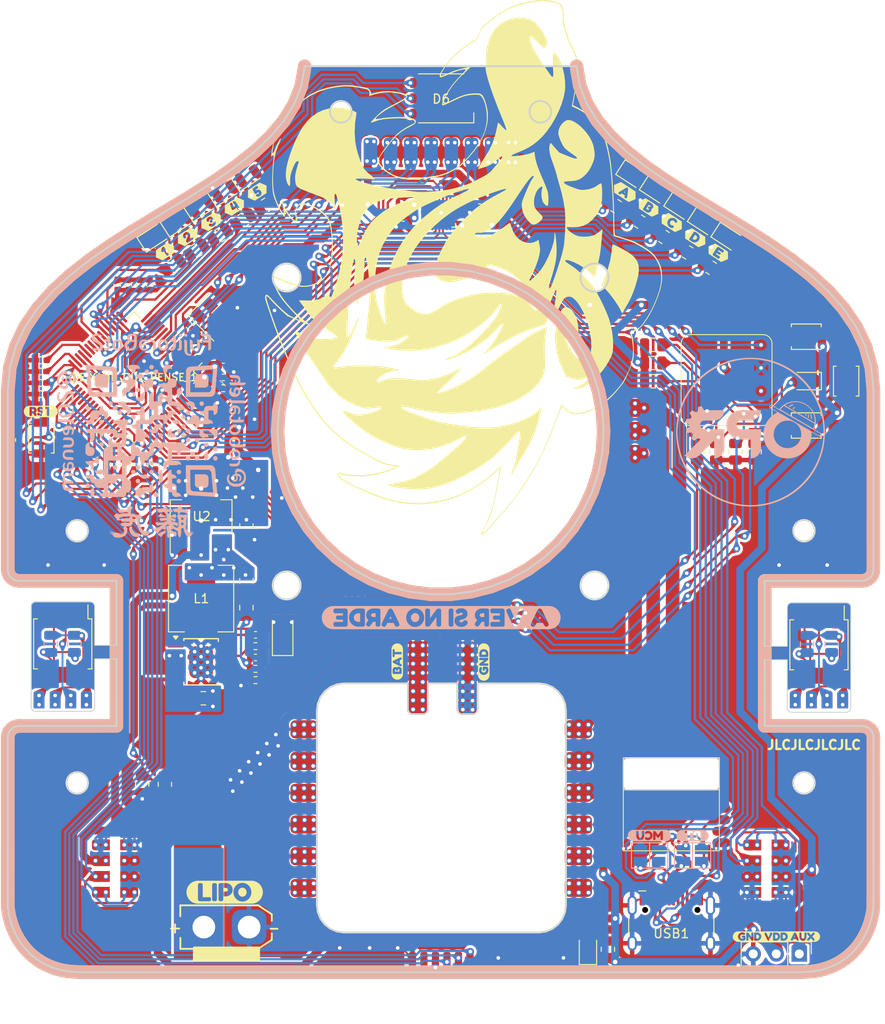
<source format=kicad_pcb>
(kicad_pcb (version 20240108) (generator "pcbnew") (generator_version "8.0")
  (layers (0 "F.Cu" signal) (31 "B.Cu" signal) (34 "B.Paste" user) (35 "F.Paste" user) (36 "B.SilkS" user "B.Silkscreen") (37 "F.SilkS" user "F.Silkscreen") (38 "B.Mask" user) (39 "F.Mask" user) (44 "Edge.Cuts" user))
  (net 0 "")
  (net 1 "GND")
  (net 2 "/BATT")
  (net 4 "+3V3")
  (net 8 "Net-(BT1-TX)")
  (net 9 "Net-(BT1-RX)")
  (net 10 "Net-(DEIXAME_QUE_PENSE_1-VCAP_2)")
  (net 11 "Net-(DEIXAME_QUE_PENSE_1-PH0{slash}OSC_IN)")
  (net 12 "Net-(DEIXAME_QUE_PENSE_1-PH1{slash}OSC_OUT)")
  (net 13 "Net-(DEIXAME_QUE_PENSE_1-VCAP_1)")
  (net 14 "/ENC_1_3.3")
  (net 15 "/ENC_1_GND")
  (net 16 "Net-(U1-REGOUT)")
  (net 17 "/ENC_2_3.3")
  (net 18 "/ENC_2_GND")
  (net 19 "/MENU_ARRIBA")
  (net 20 "/MENU_ABAJO")
  (net 21 "/MENU_ENTER")
  (net 22 "/RST")
  (net 23 "Net-(DC-DC1-SW)")
  (net 24 "Net-(DC-DC1-BST)")
  (net 25 "+5V")
  (net 26 "Net-(DC-DC1-FB)")
  (net 27 "Net-(D1-A)")
  (net 28 "Net-(D2-A)")
  (net 29 "Net-(D3-A)")
  (net 30 "Net-(D4-A)")
  (net 31 "Net-(D7-A)")
  (net 32 "Net-(D8-A)")
  (net 33 "Net-(D9-A)")
  (net 34 "Net-(D10-A)")
  (net 35 "Net-(D11-A)")
  (net 37 "Net-(DC-DC1-EN)")
  (net 39 "/MUX_A")
  (net 40 "/MUX_B")
  (net 41 "/MUX_C")
  (net 42 "/S_IZ_X8")
  (net 43 "/S_FR_X8")
  (net 44 "/S_DE_X8")
  (net 45 "/ANLG_BAT")
  (net 46 "/LED_1")
  (net 47 "/LED_2")
  (net 48 "/LED_3")
  (net 49 "/LED_4")
  (net 50 "/LED_5")
  (net 51 "/LED_6")
  (net 52 "/LED_7")
  (net 53 "/LED_8")
  (net 54 "Net-(DEIXAME_QUE_PENSE_1-PB2{slash}BOOT1)")
  (net 55 "Net-(DEIXAME_QUE_PENSE_1-PB10)")
  (net 56 "Net-(DEIXAME_QUE_PENSE_1-PB11)")
  (net 57 "/START_STOP")
  (net 58 "/MotorS2")
  (net 59 "/MotorS1")
  (net 60 "/MotorI")
  (net 61 "/MotorD")
  (net 62 "/LED_AUX")
  (net 63 "/RGB_R")
  (net 64 "/RGB_G")
  (net 65 "/RGB_B")
  (net 66 "/AUX")
  (net 67 "/SWDIO")
  (net 68 "/SWCLK")
  (net 69 "/SPI_NSS")
  (net 70 "/SPI_SCK")
  (net 71 "/SPI_MISO")
  (net 72 "/SPI_MOSI")
  (net 73 "/ENC_2_B")
  (net 74 "/ENC_2_A")
  (net 75 "/ENC_1_B")
  (net 76 "/ENC_1_A")
  (net 77 "/BOOT")
  (net 80 "/ENC_1_A_CONN")
  (net 81 "/ENC_1_B_CONN")
  (net 91 "/ENC_2_A_CONN")
  (net 92 "/ENC_2_B_CONN")
  (net 100 "/ESC_M1_T")
  (net 101 "/ESC_M1_S")
  (net 102 "/ESC_M1_R")
  (net 103 "/TX")
  (net 104 "/RX")
  (net 119 "Net-(D5-A)")
  (net 120 "Net-(D6-BA)")
  (net 121 "Net-(D6-GA)")
  (net 122 "Net-(D6-RA)")
  (net 123 "Net-(D12-A)")
  (net 124 "Net-(D13-A)")
  (net 125 "/LED_9")
  (net 126 "/LED_10")
  (footprint "custom_footprints:IR_Start" (layer "F.Cu") (at 180.5 80.4 90)
    (property "Reference" "MODULO_START_STOP1" (hide yes))
    (property "Value" "Conn_01x03_Female" (hide yes))
  )
  (footprint "Resistor_SMD:R_0805_2012Metric" (layer "F.Cu") (at 176.2 66.3 -33)
    (property "Reference" "R12" (hide yes))
    (property "Value" "330")
  )
  (footprint "Capacitor_SMD:C_0402_1005Metric_Pad0.74x0.62mm_HandSolder" (layer "F.Cu") (at 115.718635 69.890003 90)
    (property "Reference" "C8" (hide yes))
    (property "Value" "1uF")
  )
  (footprint "Resistor_SMD:R_0805_2012Metric" (layer "F.Cu") (at 173.6 64.6 -33)
    (property "Reference" "R11" (hide yes))
    (property "Value" "330")
  )
  (footprint "Capacitor_SMD:C_0402_1005Metric_Pad0.74x0.62mm_HandSolder" (layer "F.Cu") (at 124.95 80.09 180)
    (property "Reference" "C2" (hide yes))
    (property "Value" "0.1uF")
  )
  (footprint "kibuzzard-66B8DD76" (layer "F.Cu") (at 128.694156 59.591817 33)
    (property "Reference" "kibuzzard-66B8DD76" (hide yes))
    (property "Value" "G***" (hide yes))
  )
  (footprint "Capacitor_SMD:C_0402_1005Metric_Pad0.74x0.62mm_HandSolder" (layer "F.Cu") (at 128.5 111)
    (property "Reference" "CR9" (hide yes))
    (property "Value" "0.1uF")
  )
  (footprint "Package_SO:SSOP-16_5.3x6.2mm_P0.65mm" (layer "F.Cu") (at 107.2246 109.5 -90)
    (property "Reference" "IC1" (hide yes))
    (property "Value" "AS5040")
  )
  (footprint "Capacitor_SMD:C_0402_1005Metric_Pad0.74x0.62mm_HandSolder" (layer "F.Cu") (at 114.45 69.890003 90)
    (property "Reference" "C11" (hide yes))
    (property "Value" "0.1uF")
  )
  (footprint "Resistor_SMD:R_0805_2012Metric" (layer "F.Cu") (at 167.4 143.2 90)
    (property "Reference" "R16" (hide yes))
    (property "Value" "1K")
  )
  (footprint "kibuzzard-66B8DD07" (layer "F.Cu") (at 121.011901 64.580732 33)
    (property "Reference" "kibuzzard-66B8DD07" (hide yes))
    (property "Value" "G***" (hide yes))
  )
  (footprint "Capacitor_SMD:C_0805_2012Metric" (layer "F.Cu") (at 172.4 76.5)
    (property "Reference" "CR2" (hide yes))
    (property "Value" "0.1uF")
  )
  (footprint "Resistor_SMD:R_0805_2012Metric" (layer "F.Cu") (at 170.9 62.9 -33)
    (property "Reference" "R10" (hide yes))
    (property "Value" "330")
  )
  (footprint "Resistor_SMD:R_0805_2012Metric" (layer "F.Cu") (at 181.482502 88.299995 -90)
    (property "Reference" "R20" (hide yes))
    (property "Value" "47K")
  )
  (footprint "custom_footprints:SOP8_with_gnd_pad" (layer "F.Cu") (at 122.5 111.5)
    (property "Reference" "DC-DC1" (hide yes))
    (property "Value" "~" (hide yes))
  )
  (footprint "custom_footprints:FujitoraBot2_PCBmain_Encoder" (layer "F.Cu") (at 113 134.3)
    (property "Reference" "J_ENC_1" (hide yes))
    (property "Value" "Conn_01x04_Socket" (hide yes))
    (fp_line (start -0.5842 3.447534) (end -0.5842 -3.439066) (stroke (width 0.01)) (layer "Edge.Cuts"))
    (fp_line (start -0.4842 -3.539066) (end 0.4842 -3.539066) (stroke (width 0.01)) (layer "Edge.Cuts"))
    (fp_line (start 0.4842 3.547534) (end -0.4842 3.547534) (stroke (width 0.01)) (layer "Edge.Cuts"))
    (fp_line (start 0.5842 -3.439066) (end 0.5842 3.447534) (stroke (width 0.01)) (layer "Edge.Cuts"))
    (fp_arc (start -0.5842 -3.439066) (mid -0.554911 -3.509777) (end -0.4842 -3.539066) (stroke (width 0.01)) (layer "Edge.Cuts"))
    (fp_arc (start -0.4842 3.547534) (mid -0.554911 3.518245) (end -0.5842 3.447534) (stroke (width 0.01)) (layer "Edge.Cuts"))
    (fp_arc (start 0.4842 -3.539066) (mid 0.554903 -3.509771) (end 0.5842 -3.439066) (stroke (width 0.01)) (layer "Edge.Cuts"))
    (fp_arc (start 0.5842 3.447534) (mid 0.554915 3.518248) (end 0.4842 3.547534) (stroke (width 0.01)) (layer "Edge.Cuts"))
  )
  (footprint "Connector_PinHeader_2.54mm:PinHeader_1x03_P2.54mm_Vertical" (layer "F.Cu") (at 170.4 83.46)
    (property "Reference" "MOTOR_1" (hide yes))
    (property "Value" "Conn_01x03_Female" (hide yes))
  )
  (footprint "Capacitor_SMD:C_0402_1005Metric_Pad0.74x0.62mm_HandSolder" (layer "F.Cu") (at 104.858015 79.442696)
    (property "Reference" "C9" (hide yes))
    (property "Value" "2.2uF")
  )
  (footprint "Capacitor_SMD:C_0402_1005Metric_Pad0.74x0.62mm_HandSolder" (layer "F.Cu") (at 121.2 74.4 135)
    (property "Reference" "C6" (hide yes))
    (property "Value" "20pF")
  )
  (footprint "LED_SMD:LED_RGB_5050-6" (layer "F.Cu") (at 149 49.3 180)
    (property "Reference" "D6")
    (property "Value" "LED_RGB")
  )
  (footprint "kibuzzard-66B8DD65" (layer "F.Cu") (at 126.169404 61.23141 33)
    (property "Reference" "kibuzzard-66B8DD65" (hide yes))
    (property "Value" "G***" (hide yes))
  )
  (footprint "Capacitor_SMD:C_0805_2012Metric" (layer "F.Cu") (at 127.5 105.5 90)
    (property "Reference" "CR8" (hide yes))
    (property "Value" "0.1uF")
  )
  (footprint "kibuzzard-66B8D625" (layer "F.Cu") (at 153.7 111.5 90)
    (property "Reference" "kibuzzard-66B8D625" (hide yes))
    (property "Value" "G***" (hide yes))
  )
  (footprint "custom_footprints:FujitoraBot2_PCBmodule_encoder" (layer "F.Cu") (at 107.25 115.7)
    (property "Reference" "J_ENC_1_CONN1" (hide yes))
    (property "Value" "Conn_01x04_Pin" (hide yes))
  )
  (footprint "Resistor_SMD:R_0805_2012Metric" (layer "F.Cu") (at 183.6 88.299995 -90)
    (property "Reference" "R19" (hide yes))
    (property "Value" "47K")
  )
  (footprint "Button_Switch_SMD:SW_SPST_B3U-1000P" (layer "F.Cu") (at 193.7 80.5 -90)
    (property "Reference" "SW3" (hide yes))
    (property "Value" "SW_Push")
  )
  (footprint "Capacitor_SMD:C_0402_1005Metric_Pad0.74x0.62mm_HandSolder" (layer "F.Cu") (at 117.465367 89.700712 90)
    (property "Reference" "C3" (hide yes))
    (property "Value" "0.1uF")
  )
  (footprint "Package_TO_SOT_SMD:SOT-223-3_TabPin2" (layer "F.Cu") (at 122.5 95.5 90)
    (property "Reference" "U2")
    (property "Value" "LM1117MP-3.3")
  )
  (footprint "LOGO" (layer "F.Cu") (at 150.6 65.5 157.5)
    (property "Reference" "G***" (hide yes))
    (property "Value" "LOGO" (hide yes))
  )
  (footprint "kibuzzard-66B8DD11" (layer "F.Cu") (at 123.6 62.9 33)
    (property "Reference" "kibuzzard-66B8DD11" (hide yes))
    (property "Value" "G***" (hide yes))
  )
  (footprint "Capacitor_SMD:C_0402_1005Metric_Pad0.74x0.62mm_HandSolder" (layer "F.Cu") (at 104.858015 80.7)
    (property "Reference" "C10" (hide yes))
    (property "Value" "0.1uF")
  )
  (footprint "custom_footprints:Fujitora_ESC" (layer "F.Cu") (at 149.0508 127.909023)
    (property "Reference" "ESC1" (hide yes))
    (property "Value" "ESC_x4_15A" (hide yes))
  )
  (footprint "Button_Switch_SMD:SW_SPST_B3U-1000P" (layer "F.Cu") (at 189.3 85.4)
    (property "Reference" "SW2" (hide yes))
    (property "Value" "SW_Push")
  )
  (footprint "custom_footprints:USB-C ST-Link USART" (layer "F.Cu") (at 174.39999 141.459997)
    (property "Reference" "USB1")
    (property "Value" "HRO-TYPE-C-31-M-12" (hide yes))
  )
  (footprint "custom_footprints:FujitoraBot2_PCBmain_Encoder" (layer "F.Cu") (at 184.9 134.3 180)
    (property "Reference" "J_ENC_2" (hide yes))
    (property "Value" "Conn_01x04_Socket" (hide yes))
    (fp_line (start 0.5842 -3.439066) (end 0.5842 3.447534) (stroke (width 0.01)) (layer "Edge.Cuts"))
    (fp_line (start 0.4842 3.547534) (end -0.4842 3.547534) (stroke (width 0.01)) (layer "Edge.Cuts"))
    (fp_line (start -0.4842 -3.539066) (end 0.4842 -3.539066) (stroke (width 0.01)) (layer "Edge.Cuts"))
    (fp_line (start -0.5842 3.447534) (end -0.5842 -3.439066) (stroke (width 0.01)) (layer "Edge.Cuts"))
    (fp_arc (start 0.5842 3.447534) (mid 0.554915 3.518248) (end 0.4842 3.547534) (stroke (width 0.01)) (layer "Edge.Cuts"))
    (fp_arc (start 0.4842 -3.539066) (mid 0.554903 -3.509771) (end 0.5842 -3.439066) (stroke (width 0.01)) (layer "Edge.Cuts"))
    (fp_arc (start -0.4842 3.547534) (mid -0.554911 3.518245) (end -0.5842 3.447534) (stroke (width 0.01)) (layer "Edge.Cuts"))
    (fp_arc (start -0.5842 -3.439066) (mid -0.554911 -3.509777) (end -0.4842 -3.539066) (stroke (width 0.01)) (layer "Edge.Cuts"))
  )
  (footprint "kibuzzard-66B8DA98" (layer "F.Cu") (at 104.8 83.85)
    (property "Reference" "kibuzzard-66B8DA98" (hide yes))
    (property "Value" "G***" (hide yes))
  )
  (footprint "Capacitor_SMD:C_0805_2012Metric" (layer "F.Cu") (at 127.5 102.55 90)
    (property "Reference" "CR7" (hide yes))
    (property "Value" "0.1uF")
  )
  (footprint "Capacitor_SMD:C_0805_2012Metric" (layer "F.Cu") (at 172.399999 80.514998)
    (property "Reference" "CR1" (hide yes))
    (property "Value" "0.1uF")
  )
  (footprint "custom_footprints:FujitoraBot2_giro_MPU6500" (layer "F.Cu") (at 149 61.91)
    (property "Reference" "U1" (hide yes))
    (property "Value" "MPU-6500")
  )
  (footprint "custom_footprints:Fujitora_pads_ESC" (layer "F.Cu") (at 149 144.5035)
    (property "Reference" "J_ESC1" (hide yes))
    (property "Value" "Conn_01x06_Female" (hide yes))
  )
  (footprint "Resistor_SMD:R_0805_2012Metric" (layer "F.Cu") (at 116 125 -90)
    (property "Reference" "R24" (hide yes))
    (property "Value" "47K")
  )
  (footprint "LED_SMD:LED_0805_2012Metric" (layer "F.Cu") (at 170.2 57.8 -33)
    (property "Reference" "D7" (hide yes))
    (property "Value" "LED")
  )
  (footprint "Capacitor_SMD:C_0402_1005Metric_Pad0.74x0.62mm_HandSolder" (layer "F.Cu") (at 153.2325 62.5)
    (property "Reference" "C17" (hide yes))
    (property "Value" "0.1uF")
  )
  (footprint "LED_SMD:LED_0805_2012Metric" (layer "F.Cu") (at 172.8 59.5 -33)
    (property "Reference" "D8" (hide yes))
    (property "Value" "LED")
  )
  (footprint "Capacitor_SMD:C_0402_1005Metric_Pad0.74x0.62mm_HandSolder" (layer "F.Cu") (at 124.95 78.89 180)
    (property "Reference" "C1" (hide yes))
    (property "Value" "4.7uF")
  )
  (footprint "Resistor_SMD:R_0805_2012Metric" (layer "F.Cu") (at 178.8 68 -33)
    (property "Reference" "R13" (hide yes))
    (property "Value" "330")
  )
  (footprint "Capacitor_SMD:C_0805_2012Metric_Pad1.18x1.45mm_HandSolder" (layer "F.Cu") (at 122.75 115.5)
    (property "Reference" "CR6" (hide yes))
    (property "Value" "0.1uF")
  )
  (footprint "Resistor_SMD:R_0402_1005Metric_Pad0.72x0.64mm_HandSolder" (layer "F.Cu") (at 128.5 113.5 180)
    (property "Reference" "R28" (hide yes))
    (property "Value" "45K")
  )
  (footprint "Resistor_SMD:R_0805_2012Metric" (layer "F.Cu") (at 168.3 61.2 -33)
    (property "Reference" "R9" (hide yes))
    (property "Value" "330")
  )
  (footprint "Capacitor_SMD:C_0402_1005Metric_Pad0.74x0.62mm_HandSolder" (layer "F.Cu") (at 122.7 75.9 -45)
    (property "Reference" "C5" (hide yes))
    (property "Value" "20uF")
  )
  (footprint "Capacitor_SMD:C_0402_1005Metric_Pad0.74x0.62mm_HandSolder" (layer "F.Cu") (at 113.915367 89.710712 -90)
    (property "Reference" "R7" (hide yes))
    (property "Value" "330")
  )
  (footprint "Capacitor_SMD:C_0402_1005Metric_Pad0.74x0.62mm_HandSolder" (layer "F.Cu") (at 113.240844 69.890003 90)
    (property "Reference" "C12" (hide yes))
    (property "Value" "1uF")
  )
  (footprint "Resistor_SMD:R_0805_2012Metric" (layer "F.Cu") (at 124.576197 64.384517 33)
    (property "Reference" "R3" (hide yes))
    (property "Value" "330")
  )
  (footprint "Button_Switch_SMD:SW_SPST_B3U-1000P" (layer "F.Cu") (at 189.3 75.6)
    (property "Reference" "SW1" (hide yes))
    (property "Value" "SW_Push")
  )
  (footprint "custom_footprints:Bluetooth_BLE_1x1cm" (layer "F.Cu") (at 174.4015 125.601)
    (property "Reference" "BT1" (hide yes))
    (property "Value" "~")
  )
  (footprint "Capacitor_SMD:C_0402_1005Metric_Pad0.74x0.62mm_HandSolder" (layer "F.Cu") (at 112.8 89.730712 -90)
    (property "Reference" "R8" (hide yes))
    (property "Value" "330")
  )
  (footprint "Resistor_SMD:R_0402_1005Metric_Pad0.72x0.64mm_HandSolder" (layer "F.Cu") (at 128.5 109.75)
    (property "Reference" "R29" (hide yes))
    (property "Value" "100k")
  )
  (footprint "kibuzzard-66B8D700" (layer "F.Cu") (at 186 141.8)
    (property "Reference" "kibuzzard-66B8D700" (hide yes))
    (property "Value" "G***" (hide yes))
  )
  (footprint "Connector_PinHeader_2.54mm:PinHeader_1x03_P2.54mm_Vertical" (layer "F.Cu") (at 188.524999 143.711342 -90)
    (property "Reference" "PIN_AUXILIAR1" (hide yes))
    (property "Value" "Conn_01x03_Female")
  )
  (footprint "kibuzzard-66B8DBFF" (layer "F.Cu") (at 171.896108 61.341484 -33)
    (property "Reference" "kibuzzard-66B8DBFF" (hide yes))
    (property "Value" "G***" (hide yes))
  )
  (footprint "Inductor_SMD:L_Wuerth_HCM-7050" (layer "F.Cu") (at 122.5 104.5 90)
    (property "Reference" "L1")
    (property "Value" "L")
  )
  (footprint "Capacitor_SMD:C_0402_1005Metric_Pad0.74x0.62mm_HandSolder" (layer "F.Cu") (at 116.265367 89.700712 90)
    (property "Reference" "C4" (hide yes))
    (property "Value" "2.2uF")
  )
  (footprint "custom_footprints:XT30 connector" (layer "F.Cu") (at 127.8 140.75 180)
    (property "Reference" "BATT_1" (hide yes))
    (property "Value" "Conn_01x02_Female" (hide yes))
  )
  (footprint "Capacitor_SMD:C_0402_1005Metric_Pad0.74x0.62mm_HandSolder" (layer "F.Cu") (at 144.8 61.3)
    (property "Reference" "C16" (hide yes))
    (property "Value" "0.01uF")
  )
  (footprint "kibuzzard-66B8D672" (layer "F.Cu") (at 125.1 136.9)
    (property "Reference" "kibuzzard-66B8D672" (hide yes))
    (property "Value" "G***" (hide yes))
  )
  (footprint "Crystal:Crystal_SMD_TXC_7M-4Pin_3.2x2.5mm" (layer "F.Cu") (at 123.65 73.49 -45)
    (property "Reference" "Y1" (hide yes))
    (property "Value" "Crystal_GND24")
  )
  (footprint "LED_SMD:LED_0805_2012Metric" (layer "F.Cu") (at 119.922377 62.873938 33)
    (property "Reference" "D4" (hide yes))
    (property "Value" "LED")
  )
  (footprint "Capacitor_SMD:C_0402_1005Metric_Pad0.74x0.62mm_HandSolder" (layer "F.Cu") (at 104.858015 81.937304 180)
    (property "Reference" "CR4" (hide yes))
    (property "Value" "0.1uF")
  )
  (footprint "Capacitor_SMD:C_0402_1005Metric_Pad0.74x0.62mm_HandSolder" (layer "F.Cu") (at 153.2325 61.3)
    (property "Reference" "C15" (hide yes))
    (property "Value" "0.1uF")
  )
  (footprint "LED_SMD:LED_0805_2012Metric" (layer "F.Cu") (at 127.655254 57.852148 33)
    (property "Reference" "D1" (hide yes))
    (property "Value" "LED")
  )
  (footprint "Resistor_SMD:R_0805_2012Metric" (layer "F.Cu") (at 119.422566 67.731332 33)
    (property "Reference" "R5" (hide yes))
    (property "Value" "330")
  )
  (footprint "Resistor_SMD:R_0805_2012Metric" (layer "F.Cu") (at 177.247508 88.299995 90)
    (property "Reference" "R15" (hide yes))
    (property "Value" "330")
  )
  (footprint "LED_SMD:LED_0805_2012Metric" (layer "F.Cu") (at 117.344752 64.547866 33)
    (property "Reference" "D5" (hide yes))
    (property "Value" "LED")
  )
  (footprint "LED_SMD:LED_0805_2012Metric" (layer "F.Cu") (at 178.1 63 -33)
    (property "Reference" "D10" (hide yes))
    (property "Value" "LED")
  )
  (footprint "Resistor_SMD:R_0402_1005Metric_Pad0.72x0.64mm_HandSolder" (layer "F.Cu") (at 102.4 87 -90)
    (property "Reference" "R14" (hide yes))
    (property "Value" "47k")
  )
  (footprint "Resistor_SMD:R_0402_1005Metric_Pad0.72x0.64mm_HandSolder" (layer "F.Cu") (at 104.858015 78.2 180)
    (property "Reference" "R25" (hide yes))
    (property "Value" "47K")
  )
  (footprint "Capacitor_SMD:C_0402_1005Metric_Pad0.74x0.62mm_HandSolder" (layer "F.Cu") (at 144.8 62.5)
    (property "Reference" "C20" (hide yes))
    (property "Value" "4.7uF")
  )
  (footprint "kibuzzard-66B8DC13" (layer "F.Cu") (at 179.585717 66.335174 -33)
    (property "Reference" "kibuzzard-66B8DC13" (hide yes))
    (property "Value" "G***" (hide yes))
  )
  (footprint "kibuzzard-66B8DA7F" (layer "F.Cu") (at 144.15 111.45 90)
    (property "Reference" "kibuzzard-66B8DA7F" (hide yes))
    (property "Value" "G***" (hide yes))
  )
  (footprint "Capacitor_SMD:C_0805_2012Metric" (layer "F.Cu") (at 172.4 78.5)
    (property "Reference" "CR3" (hide yes))
    (property "Value" "0.1uF")
  )
  (footprint "Capacitor_SMD:C_0402_1005Metric_Pad0.74x0.62mm_HandSolder" (layer "F.Cu") (at 128.5 108.5 180)
    (property "Reference" "CR5" (hide yes))
    (property "Value" "0.1uF")
  )
  (footprint "kibuzzard-66B8DC0B" (layer "F.Cu") (at 177.039085 64.681372 -33)
    (property "Reference" "kibuzzard-66B8DC0B" (hide yes))
    (property "Value" "G***" (hide yes))
  )
  (footprint "LED_SMD:LED_0805_2012Metric" (layer "F.Cu") (at 189.28 80.5 180)
    (property "Reference" "D12" (hide yes))
    (property "Value" "LED")
  )
  (footprint "Diode_SMD:D_1206_3216Metric" (layer "F.Cu") (at 131.5 108.5 90)
    (property "Reference" "D14" (hide yes))
    (property "Value" "D")
  )
  (footprint "Resistor_SMD:R_0805_2012Metric" (layer "F.Cu") (at 121.999384 66.057927 33)
    (property "Reference" "R4" (hide yes))
    (property "Value" "330")
  )
  (footprint "Resistor_SMD:R_0805_2012Metric" (layer "F.Cu") (at 179.365005 88.299995 -90)
    (property "Reference" "R18" (hide yes))
    (property "Value" "47K")
  )
  (footprint "LED_SMD:LED_0805_2012Metric" (layer "F.Cu") (at 122.5 61.2 33)
    (property "Reference" "D3" (hide yes))
    (property "Value" "LED")
  )
  (footprint "Resistor_SMD:R_0805_2012Metric" (layer "F.Cu") (at 118.5 125 -90)
    (property "Reference" "R23" (hide yes))
    (property "Value" "47K")
  )
  (footprint "LED_SMD:LED_0805_2012Metric" (layer "F.Cu") (at 175.5 61.3 -33)
    (property "Reference" "D9" (hide yes))
    (property "Value" "LED")
  )
  (footprint "kibuzzard-66B8DC05" (layer "F.Cu") (at 174.45 63 -33)
    (property "Reference" "kibuzzard-66B8DC05" (hide yes))
    (property "Value" "G***" (hide yes))
  )
  (footprint "Capacitor_SMD:C_0402_1005Metric_Pad0.74x0.62mm_HandSolder" (layer "F.Cu") (at 116.85 69.890003 90)
    (property "Reference" "C7" (hide yes))
    (property "Value" "0.1uF")
  )
  (footprint "Resistor_SMD:R_0402_1005Metric_Pad0.72x0.64mm_HandSolder" (layer "F.Cu") (at 128.5 112.25)
    (property "Reference" "R30" (hide yes))
    (property "Value" "60k")
  )
  (footprint "Button_Switch_SMD:SW_SPST_B3U-1000P" (layer "F.Cu") (at 104.858015 86.79 -90)
    (property "Reference" "SW4" (hide yes))
    (property "Value" "SW_Reset")
  )
  (footprint "Capacitor_SMD:C_0402_1005Metric_Pad0.74x0.62mm_HandSolder" (layer "F.Cu") (at 115.1 89.7 -90)
    (property "Reference" "R6" (hide yes))
    (property "Value" "330")
  )
  (footprint "LED_SMD:LED_0805_2012Metric" (layer "F.Cu") (at 125.077632 59.526069 33)
    (property "Reference" "D2" (hide yes))
    (property "Value" "LED")
  )
  (footprint "LED_SMD:LED_0805_2012Metric" (layer "F.Cu") (at 180.7 64.7 -33)
    (property "Reference" "D11" (hide yes))
    (property "Value" "LED")
  )
  (footprint "Capacitor_SMD:C_0805_2012Metric" (layer "F.Cu") (at 127.5 96.5 -90)
    (property "Reference" "CR10" (hide yes))
    (property "Value" "10uF")
  )
  (footprint "kibuzzard-66B8DD29" (layer "F.Cu") (at 118.504308 66.209181 33)
    (property "Reference" "kibuzzard-66B8DD29" (hide yes))
    (property "Value" "G***" (hide yes))
  )
  (footprint "Package_QFP:LQFP-64_10x10mm_P0.5mm" (layer "F.Cu") (at 115.1 80.1 -135)
    (property "Reference" "DEIXAME_QUE_PENSE_1")
    (property "Value" "STM32F405RGT6")
  )
  (footprint "Resistor_SMD:R_0805_2012Metric" (layer "F.Cu") (at 127.153007 62.711118 33)
    (property "Reference" "R2" (hide yes))
    (property "Value" "330")
  )
  (footprint "LED_SMD:LED_0805_2012Metric" (layer "F.Cu") (at 165.2 143.2 90)
    (property "Reference" "D13" (hide yes))
    (property "Value" "LED")
  )
  (footprint "Package_SO:SSOP-16_5.3x6.2mm_P0.65mm" (layer "F.Cu") (at 190.7 109.6 -90)
    (property "Reference" "IC2" (hide yes))
    (property "Value" "AS5040")
  )
  (footprint "Resistor_SMD:R_0402_1005Metric_Pad0.72x0.64mm_HandSolder" (layer "F.Cu") (at 124.95 81.29)
    (property "Reference" "R17" (hide yes))
    (property "Value" "47K")
  )
  (footprint "Resistor_SMD:R_0805_2012Metric" (layer "F.Cu") (at 129.729823 61.037711 33)
    (property "Reference" "R1" (hide yes))
    (property "Value" "330")
  )
  (footprint "custom_footprints:FujitoraBot2_PCBmodule_encoder" (layer "F.Cu") (at 190.7254 115.7)
    (property "Reference" "J_ENC_2_CONN1" (hide yes))
    (property "Value" "Conn_01x04_Pin" (hide yes))
  )
  (footprint "kibuzzard-66B8DBE7" (layer "F.Cu") (at 169.270069 59.636114 -33)
    (property "Reference" "kibuzzard-66B8DBE7" (hide yes))
    (property "Value" "G***" (hide yes))
  )
  (footprint "kibuzzard-66B8D5B6" (layer "B.Cu") (at 172 130.65 180)
    (property "Reference" "kibuzzard-66B8D5B6" (hide yes))
    (property "Value" "G***" (hide yes))
  )
  (footprint "custom_footprints:Fujitora_pads_morro" (layer "B.Cu") (at 149.031216 55.2 180)
    (property "Reference" "J1" (hide yes))
    (property "Value" "MORRO1" (hide yes))
  )
  (footprint "LOGO" (layer "B.Cu") (at 117.025 86 180)
    (property "Reference" "G***" (hide yes))
    (property "Value" "LOGO" (hide yes))
  )
  (footprint "Jumper:SolderJumper-2_P1.3mm_Open_Pad1.0x1.5mm" (layer "B.Cu") (at 175.74999 132.849997 90)
    (property "Reference" "JP3" (hide yes))
    (property "Value" "SolderJumper_2_Open")
  )
  (footprint "kibuzzard-66B8D6B0" (layer "B.Cu") (at 149 106.6 180)
    (property "Reference" "kibuzzard-66B8D6B0" (hide yes))
    (property "Value" "G***" (hide yes))
  )
  (footprint "Capacitor_SMD:C_0805_2012Metric" (layer "B.Cu") (at 192.1 109.5 -90)
    (property "Reference" "C19" (hide yes))
    (property "Value" "0.1uF")
  )
  (footprint "Capacitor_SMD:C_0805_2012Metric" (layer "B.Cu") (at 189.39 109.52 -90)
    (property "Reference" "C18" (hide yes))
    (property "Value" "1uF")
  )
  (footprint "Jumper:SolderJumper-2_P1.3mm_Open_Pad1.0x1.5mm" (layer "B.Cu") (at 173 132.849997 90)
    (property "Reference" "JP1" (hide yes))
    (property "Value" "SolderJumper_2_Open")
  )
  (footprint "Capacitor_SMD:C_0805_2012Metric" (layer "B.Cu") (at 105.9 109.5 -90)
    (property "Reference" "C14" (hide yes))
    (property "Value" "0.1uF")
  )
  (footprint "Jumper:SolderJumper-2_P1.3mm_Open_Pad1.0x1.5mm" (layer "B.Cu") (at 177.75 132.849997 90)
    (property "Reference" "JP4" (hide yes))
    (property "Value" "SolderJumper_2_Open")
  )
  (footprint "LOGO" (layer "B.Cu") (at 183.25 85.9 180)
    (property "Reference" "G***" (hide yes))
    (property "Value" "LOGO" (hide yes))
  )
  (footprint "Capacitor_SMD:C_0805_2012Metric" (layer "B.Cu") (at 108.5 109.5 -90)
    (property "Reference" "C13" (hide yes))
    (property "Value" "1uF")
  )
  (footprint "kibuzzard-66B8D59D" (layer "B.Cu") (at 176.75 130.65 180)
    (property "Reference" "kibuzzard-66B8D59D" (hide yes))
    (property "Value" "G***" (hide yes))
  )
  (footprint "Jumper:SolderJumper-2_P1.3mm_Open_Pad1.0x1.5mm" (layer "B.Cu") (at 171 132.849997 -90)
    (property "Reference" "JP2" (hide yes))
    (property "Value" "SolderJumper_2_Open")
  )
  (gr_line (start 195.716194 141.798422) (end 195.96768 141.297101) (stroke (width 1.5)) (layer "B.SilkS"))
  (gr_line (start 101.15128 101.296853) (end 101.193768 101.620374) (stroke (width 1.5)) (layer "B.SilkS"))
  (gr_line (start 102.077372 102.504435) (end 102.400871 102.547091) (stroke (width 1.5)) (layer "B.SilkS"))
  (gr_line (start 107.123832 145.515584) (end 106.5089 145.353248) (stroke (width 1.5)) (layer "B.SilkS"))
  (gr_line (start 194.37391 143.581552) (end 194.759635 143.173393) (stroke (width 1.5)) (layer "B.SilkS"))
  (gr_line (start 152.306903 103.74152) (end 154.496345 103.179367) (stroke (width 1.5)) (layer "B.SilkS"))
  (gr_line (start 195.112023 142.738718) (end 195.430925 142.279677) (stroke (width 1.5)) (layer "B.SilkS"))
  (gr_line (start 196.718078 81.6) (end 196.716798 101.296853) (stroke (width 1.5)) (layer "B.SilkS"))
  (gr_line (start 167.715371 53.527334) (end 166.24205 51.783225) (stroke (width 1.5)) (layer "B.SilkS"))
  (gr_line (start 152.306903 68.379179) (end 150.064268 68.095869) (stroke (width 1.5)) (layer "B.SilkS"))
  (gr_line (start 145.561175 103.74152) (end 143.371733 103.179367) (stroke (width 1.5)) (layer "B.SilkS"))
  (gr_line (start 101.15 81.6) (end 101.380869 79.029638) (stroke (width 1.5)) (layer "B.SilkS"))
  (gr_line (start 156.598066 102.347237) (end 158.578921 101.258252) (stroke (width 1.5)) (layer "B.SilkS"))
  (gr_line (start 190.752853 145.515584) (end 191.367785 145.353248) (stroke (width 1.5)) (layer "B.SilkS"))
  (gr_line (start 101.380869 79.029638) (end 102.04212 76.662157) (stroke (width 1.5)) (layer "B.SilkS"))
  (gr_line (start 166.792104 88.316348) (end 166.934039 86.06035) (stroke (width 1.5)) (layer "B.SilkS"))
  (gr_line (start 126.427866 56.73692) (end 128.404309 55.171844) (stroke (width 1.5)) (layer "B.SilkS"))
  (gr_line (start 132.198062 92.686592) (end 131.499542 90.536768) (stroke (width 1.5)) (layer "B.SilkS"))
  (gr_line (start 109.16094 145.731674) (end 188.715745 145.731674) (stroke (width 1.5)) (layer "B.SilkS"))
  (gr_line (start 150.064268 68.095869) (end 148.934039 68.095869) (stroke (width 1.5)) (layer "B.SilkS"))
  (gr_line (start 164.30876 47.915545) (end 164.014958 46.286888) (stroke (width 1.5)) (layer "B.SilkS"))
  (gr_line (start 105.926266 145.149344) (end 105.37608 144.90602) (stroke (width 1.5)) (layer "B.SilkS"))
  (gr_line (start 102.04212 76.662157) (end 103.086724 74.477392) (stroke (width 1.5)) (layer "B.SilkS"))
  (gr_line (start 195.96768 141.297101) (end 196.185237 140.777867) (stroke (width 1.5)) (layer "B.SilkS"))
  (gr_line (start 185.45412 65.588516) (end 183.097045 64.076573) (stroke (width 1.5)) (layer "B.SilkS"))
  (gr_line (start 101.193768 101.620374) (end 101.318549 101.921871) (stroke (width 1.5)) (layer "B.SilkS"))
  (gr_line (start 103.11705 143.173393) (end 102.764662 142.738718) (stroke (width 1.5)) (layer "B.SilkS"))
  (gr_line (start 133.85312 46.286888) (end 133.925226 45.751644) (stroke (width 1.5)) (layer "B.SilkS"))
  (gr_line (start 162.055474 73.738502) (end 160.407671 72.191111) (stroke (width 1.5)) (layer "B.SilkS"))
  (gr_line (start 101.318675 119.178849) (end 101.517234 118.919938) (stroke (width 1.5)) (layer "B.SilkS"))
  (gr_line (start 164.707559 94.731916) (end 165.670016 92.686592) (stroke (width 1.5)) (layer "B.SilkS"))
  (gr_line (start 114.771033 64.076573) (end 117.182246 62.606188) (stroke (width 1.5)) (layer "B.SilkS"))
  (gr_line (start 119.600567 61.157196) (end 121.978964 59.70943) (stroke (width 1.5)) (layer "B.SilkS"))
  (gr_line (start 148.934039 104.024831) (end 147.80381 104.024831) (stroke (width 1.5)) (layer "B.SilkS"))
  (gr_line (start 196.549529 101.921871) (end 196.350961 102.180796) (stroke (width 1.5)) (layer "B.SilkS"))
  (gr_line (start 150.064268 104.024831) (end 152.306903 103.74152) (stroke (width 1.5)) (layer "B.SilkS"))
  (gr_line (start 117.182246 62.606188) (end 119.600567 61.157196) (stroke (width 1.5)) (layer "B.SilkS"))
  (gr_line (start 196.350844 118.919938) (end 196.092061 118.721212) (stroke (width 1.5)) (layer "B.SilkS"))
  (gr_line (start 145.561175 68.379179) (end 147.80381 68.095869) (stroke (width 1.5)) (layer "B.SilkS"))
  (gr_line (start 103.921689 143.961045) (end 103.502775 143.581552) (stroke (width 1.5)) (layer "B.SilkS"))
  (gr_line (start 190.105769 145.634201) (end 190.752853 145.515584) (stroke (width 1.5)) (layer "B.SilkS"))
  (gr_line (start 166.368536 81.583932) (end 165.670016 79.434108) (stroke (width 1.5)) (layer "B.SilkS"))
  (gr_line (start 102.160491 141.798422) (end 101.909004 141.297101) (stroke (width 1.5)) (layer "B.SilkS"))
  (gr_line (start 121.978964 59.70943) (end 124.270407 58.242727) (stroke (width 1.5)) (layer "B.SilkS"))
  (gr_line (start 104.85849 144.625429) (end 104.373643 144.309721) (stroke (width 1.5)) (layer "B.SilkS"))
  (gr_line (start 133.559318 47.915545) (end 133.85312 46.286888) (stroke (width 1.5)) (layer "B.SilkS"))
  (gr_line (start 101.193862 119.480316) (end 101.318675 119.178849) (stroke (width 1.5)) (layer "B.SilkS"))
  (gr_line (start 147.80381 68.095869) (end 148.934039 68.095869) (stroke (width 1.5)) (layer "B.SilkS"))
  (gr_line (start 169.463769 55.171844) (end 167.715371 53.527334) (stroke (width 1.5)) (layer "B.SilkS"))
  (gr_line (start 143.371733 68.941332) (end 145.561175 68.379179) (stroke (width 1.5)) (layer "B.SilkS"))
  (gr_line (start 183.097045 64.076573) (end 180.685832 62.606188) (stroke (width 1.5)) (layer "B.SilkS"))
  (gr_line (start 106.137867 70.575348) (end 108.050344 68.817739) (stroke (width 1.5)) (layer "B.SilkS"))
  (gr_line (start 102.400871 102.547091) (end 113.150298 102.549526) (stroke (width 1.5)) (layer "B.SilkS"))
  (gr_line (start 160.407671 72.191111) (end 158.578921 70.862447) (stroke (width 1.5)) (layer "B.SilkS"))
  (gr_line (start 101.318549 101.921871) (end 101.517117 102.180796) (stroke (width 1.5)) (layer "B.SilkS"))
  (gr_line (start 162.055474 98.382198) (end 163.496345 96.640484) (stroke (width 1.5)) (layer "B.SilkS"))
  (gr_line (start 132.777242 49.91935) (end 133.559318 47.915545) (stroke (width 1.5)) (layer "B.SilkS"))
  (gr_line (start 196.632839 139.134181) (end 196.704584 138.564794) (stroke (width 1.5)) (layer "B.SilkS"))
  (gr_line (start 131.499542 81.583932) (end 132.198062 79.434108) (stroke (width 1.5)) (layer "B.SilkS"))
  (gr_line (start 196.718078 81.6) (end 196.487209 79.029638) (stroke (width 1.5)) (layer "B.SilkS"))
  (gr_line (start 158.578921 101.258252) (end 160.407671 99.929588) (stroke (width 1.5)) (layer "B.SilkS"))
  (gr_line (start 133.160519 94.731916) (end 132.198062 92.686592) (stroke (width 1.5)) (layer "B.SilkS"))
  (gr_line (start 131.626028 51.783225) (end 132.777242 49.91935) (stroke (width 1.5)) (layer "B.SilkS"))
  (gr_line (start 195.790674 118.596205) (end 195.467207 118.553428) (stroke (width 1.5)) (layer "B.SilkS"))
  (gr_line (start 101.775939 102.379498) (end 102.077372 102.504435) (stroke (width 1.5)) (layer "B.SilkS"))
  (gr_line (start 164.014958 46.286888) (end 163.942852 45.751644) (stroke (width 1.5)) (layer "B.SilkS"))
  (gr_line (start 148.934039 104.024831) (end 150.064268 104.024831) (stroke (width 1.5)) (layer "B.SilkS"))
  (gr_line (start 196.716785 119.80381) (end 196.674216 119.480316) (stroke (width 1.5)) (layer "B.SilkS"))
  (gr_line (start 132.198062 79.434108) (end 133.160519 77.388784) (stroke (width 1.5)) (layer "B.SilkS"))
  (gr_line (start 143.371733 103.179367) (end 141.270012 102.347237) (stroke (width 1.5)) (layer "B.SilkS"))
  (gr_line (start 124.270407 58.242727) (end 126.427866 56.73692) (stroke (width 1.5)) (layer "B.SilkS"))
  (gr_line (start 196.092139 102.379498) (end 195.790706 102.504435) (stroke (width 1.5)) (layer "B.SilkS"))
  (gr_line (start 101.243846 139.134181) (end 101.163494 138.564794) (stroke (width 1.5)) (layer "B.SilkS"))
  (gr_line (start 101.691448 140.777867) (end 101.507971 140.242868) (stroke (width 1.5)) (layer "B.SilkS"))
  (gr_line (start 113.150298 102.549526) (end 113.150298 118.549526) (stroke (width 1.5)) (layer "B.SilkS"))
  (gr_line (start 154.496345 68.941332) (end 152.306903 68.379179) (stroke (width 1.5)) (layer "B.SilkS"))
  (gr_line (start 196.716798 101.296853) (end 196.67431 101.620374) (stroke (width 1.5)) (layer "B.SilkS"))
  (gr_line (start 134.371733 75.480215) (end 135.812604 73.738502) (stroke (width 1.5)) (layer "B.SilkS"))
  (gr_line (start 139.289157 70.862447) (end 141.270012 69.773463) (stroke (width 1.5)) (layer "B.SilkS"))
  (gr_line (start 194.781354 74.477392) (end 193.400428 72.455178) (stroke (width 1.5)) (layer "B.SilkS"))
  (gr_line (start 103.502775 143.581552) (end 103.11705 143.173393) (stroke (width 1.5)) (layer "B.SilkS"))
  (gr_line (start 171.440212 56.73692) (end 169.463769 55.171844) (stroke (width 1.5)) (layer "B.SilkS"))
  (gr_line (start 189.817734 68.817739) (end 187.710027 67.162183) (stroke (width 1.5)) (layer "B.SilkS"))
  (gr_line (start 191.367785 145.353248) (end 191.950418 145.149344) (stroke (width 1.5)) (layer "B.SilkS"))
  (gr_line (start 101.151293 119.80381) (end 101.154739 137.788423) (stroke (width 1.5)) (layer "B.SilkS"))
  (gr_line (start 101.358721 139.694256) (end 101.243846 139.134181) (stroke (width 1.5)) (layer "B.SilkS"))
  (gr_line (start 110.158051 67.162183) (end 112.413958 65.588516) (stroke (width 1.5)) (layer "B.SilkS"))
  (gr_line (start 135.812604 98.382198) (end 134.371733 96.640484) (stroke (width 1.5)) (layer "B.SilkS"))
  (gr_line (start 160.407671 99.929588) (end 162.055474 98.382198) (stroke (width 1.5)) (layer "B.SilkS"))
  (gr_line (start 101.517117 102.180796) (end 101.775939 102.379498) (stroke (width 1.5)) (layer "B.SilkS"))
  (gr_line (start 196.674216 119.480316) (end 196.549403 119.178849) (stroke (width 1.5)) (layer "B.SilkS"))
  (gr_line (start 191.950418 145.149344) (end 192.500605 144.90602) (stroke (width 1.5)) (layer "B.SilkS"))
  (gr_line (start 137.460407 99.929588) (end 135.812604 98.382198) (stroke (width 1.5)) (layer "B.SilkS"))
  (gr_line (start 175.889114 59.70943) (end 173.597671 58.242727) (stroke (width 1.5)) (layer "B.SilkS"))
  (gr_line (start 109.16094 145.731674) (end 107.770915 145.634201) (stroke (width 1.5)) (layer "B.SilkS"))
  (gr_line (start 192.500605 144.90602) (end 193.018195 144.625429) (stroke (width 1.5)) (layer "B.SilkS"))
  (gr_line (start 196.517964 139.694256) (end 196.632839 139.134181) (stroke (width 1.5)) (layer "B.SilkS"))
  (gr_line (start 139.289157 101.258252) (end 137.460407 99.929588) (stroke (width 1.5)) (layer "B.SilkS"))
  (gr_line (start 130.152707 53.527334) (end 131.626028 51.783225) (stroke (width 1.5)) (layer "B.SilkS"))
  (gr_line (start 128.404309 55.171844) (end 130.152707 53.527334) (stroke (width 1.5)) (layer "B.SilkS"))
  (gr_line (start 105.37608 144.90602) (end 104.85849 144.625429) (stroke (width 1.5)) (layer "B.SilkS"))
  (gr_line (start 196.350961 102.180796) (end 196.092139 102.379498) (stroke (width 1.5)) (layer "B.SilkS"))
  (gr_line (start 131.075974 88.316348) (end 130.934039 86.06035) (stroke (width 1.5)) (layer "B.SilkS"))
  (gr_line (start 101.517234 118.919938) (end 101.776017 118.721212) (stroke (width 1.5)) (layer "B.SilkS"))
  (gr_line (start 163.496345 75.480215) (end 162.055474 73.738502) (stroke (width 1.5)) (layer "B.SilkS"))
  (gr_line (start 130.934039 86.06035) (end 131.075974 83.804352) (stroke (width 1.5)) (layer "B.SilkS"))
  (gr_line (start 158.578921 70.862447) (end 156.598066 69.773463) (stroke (width 1.5)) (layer "B.SilkS"))
  (gr_line (start 131.499542 90.536768) (end 131.075974 88.316348) (stroke (width 1.5)) (layer "B.SilkS"))
  (gr_line (start 193.018195 144.625429) (end 193.503042 144.309721) (stroke (width 1.5)) (layer "B.SilkS"))
  (gr_line (start 147.80381 104.024831) (end 145.561175 103.74152) (stroke (width 1.5)) (layer "B.SilkS"))
  (gr_line (start 178.267511 61.157196) (end 175.889114 59.70943) (stroke (width 1.5)) (layer "B.SilkS"))
  (gr_line (start 154.496345 103.179367) (end 156.598066 102.347237) (stroke (width 1.5)) (layer "B.SilkS"))
  (gr_line (start 166.24205 51.783225) (end 165.090836 49.91935) (stroke (width 1.5)) (layer "B.SilkS"))
  (gr_line (start 196.185237 140.777867) (end 196.368714 140.242868) (stroke (width 1.5)) (layer "B.SilkS"))
  (gr_line (start 166.934039 86.06035) (end 166.792104 83.804352) (stroke (width 1.5)) (layer "B.SilkS"))
  (gr_line (start 113.150298 118.549526) (end 102.400871 118.553428) (stroke (width 1.5)) (layer "B.SilkS"))
  (gr_line (start 165.090836 49.91935) (end 164.30876 47.915545) (stroke (width 1.5)) (layer "B.SilkS"))
  (gr_line (start 141.270012 69.773463) (end 143.371733 68.941332) (stroke (width 1.5)) (layer "B.SilkS"))
  (gr_line (start 180.685832 62.606188) (end 178.267511 61.157196) (stroke (width 1.5)) (layer "B.SilkS"))
  (gr_line (start 195.825958 76.662157) (end 194.781354 74.477392) (stroke (width 1.5)) (layer "B.SilkS"))
  (gr_line (start 184.71778 118.549526) (end 195.467207 118.553428) (stroke (width 1.5)) (layer "B.SilkS"))
  (gr_line (start 102.077404 118.596205) (end 102.400871 118.553428) (stroke (width 1.5)) (layer "B.SilkS"))
  (gr_line (start 196.487209 79.029638) (end 195.825958 76.662157) (stroke (width 1.5)) (layer "B.SilkS"))
  (gr_line (start 106.5089 145.353248) (end 105.926266 145.149344) (stroke (width 1.5)) (layer "B.SilkS"))
  (gr_line (start 131.075974 83.804352) (end 131.499542 81.583932) (stroke (width 1.5)) (layer "B.SilkS"))
  (gr_line (start 193.954996 143.961045) (end 194.37391 143.581552) (stroke (width 1.5)) (layer "B.SilkS"))
  (gr_line (start 101.15 81.6) (end 101.15128 101.296853) (stroke (width 1.5)) (layer "B.SilkS"))
  (gr_line (start 194.759635 143.173393) (end 195.112023 142.738718) (stroke (width 1.5)) (layer "B.SilkS"))
  (gr_line (start 107.770915 145.634201) (end 107.123832 145.515584) (stroke (width 1.5)) (layer "B.SilkS"))
  (gr_line (start 102.445759 142.279677) (end 102.160491 141.798422) (stroke (width 1.5)) (layer "B.SilkS"))
  (gr_line (start 195.430925 142.279677) (end 195.716194 141.798422) (stroke (width 1.5)) (layer "B.SilkS"))
  (gr_line (start 196.67431 101.620374) (end 196.549529 101.921871) (stroke (width 1.5)) (layer "B.SilkS"))
  (gr_line (start 166.368536 90.536768) (end 166.792104 88.316348) (stroke (width 1.5)) (layer "B.SilkS"))
  (gr_line (start 137.460407 72.191111) (end 139.289157 70.862447) (stroke (width 1.5)) (layer "B.SilkS"))
  (gr_line (start 188.715745 145.731674) (end 190.105769 145.634201) (stroke (width 1.5)) (layer "B.SilkS"))
  (gr_line (start 165.670016 92.686592) (end 166.368536 90.536768) (stroke (width 1.5)) (layer "B.SilkS"))
  (gr_line (start 104.373643 144.309721) (end 103.921689 143.961045) (stroke (width 1.5)) (layer "B.SilkS"))
  (gr_line (start 196.713339 137.788423) (end 196.704584 138.564794) (stroke (width 1.5)) (layer "B.SilkS"))
  (gr_line (start 196.092061 118.721212) (end 195.790674 118.596205) (stroke (width 1.5)) (layer "B.SilkS"))
  (gr_line (start 134.371733 96.640484) (end 133.160519 94.731916) (stroke (width 1.5)) (layer "B.SilkS"))
  (gr_line (start 195.467207 102.547091) (end 184.71778 102.549526) (stroke (width 1.5)) (layer "B.SilkS"))
  (gr_line (start 104.46765 72.455178) (end 106.137867 70.575348) (stroke (width 1.5)) (layer "B.SilkS"))
  (gr_line (start 101.776017 118.721212) (end 102.077404 118.596205) (stroke (width 1.5)) (layer "B.SilkS"))
  (gr_line (start 166.792104 83.804352) (end 166.368536 81.583932) (stroke (width 1.5)) (layer "B.SilkS"))
  (gr_line (start 165.670016 79.434108) (end 164.707559 77.388784) (stroke (width 1.5)) (layer "B.SilkS"))
  (gr_line (start 196.368714 140.242868) (end 196.517964 139.694256) (stroke (width 1.5)) (layer "B.SilkS"))
  (gr_line (start 193.400428 72.455178) (end 191.730211 70.575348) (stroke (width 1.5)) (layer "B.SilkS"))
  (gr_line (start 196.716785 119.80381) (end 196.713339 137.788423) (stroke (width 1.5)) (layer "B.SilkS"))
  (gr_line (start 103.086724 74.477392) (end 104.46765 72.455178) (stroke (width 1.5)) (layer "B.SilkS"))
  (gr_line (start 101.151293 119.80381) (end 101.193862 119.480316) (stroke (width 1.5)) (layer "B.SilkS"))
  (gr_line (start 156.598066 69.773463) (end 154.496345 68.941332) (stroke (width 1.5)) (layer "B.SilkS"))
  (gr_line (start 101.507971 140.242868) (end 101.358721 139.694256) (stroke (width 1.5)) (layer "B.SilkS"))
  (gr_line (start 101.154739 137.788423) (end 101.163494 138.564794) (stroke (width 1.5)) (layer "B.SilkS"))
  (gr_line (start 102.764662 142.738718) (end 102.445759 142.279677) (stroke (width 1.5)) (layer "B.SilkS"))
  (gr_line (start 164.707559 77.388784) (end 163.496345 75.480215) (stroke (width 1.5)) (layer "B.SilkS"))
  (gr_line (start 187.710027 67.162183) (end 185.45412 65.588516) (stroke (width 1.5)) (layer "B.SilkS"))
  (gr_line (start 163.496345 96.640484) (end 164.707559 94.731916) (stroke (width 1.5)) (layer "B.SilkS"))
  (gr_line (start 101.909004 141.297101) (end 101.691448 140.777867) (stroke (width 1.5)) (layer "B.SilkS"))
  (gr_line (start 195.790706 102.504435) (end 195.467207 102.547091) (stroke (width 1.5)) (layer "B.SilkS"))
  (gr_line (start 141.270012 102.347237) (end 139.289157 101.258252) (stroke (width 1.5)) (layer "B.SilkS"))
  (gr_line (start 108.050344 68.817739) (end 110.158051 67.162183) (stroke (width 1.5)) (layer "B.SilkS"))
  (gr_line (start 135.812604 73.738502) (end 137.460407 72.191111) (stroke (width 1.5)) (layer "B.SilkS"))
  (gr_line (start 196.549403 119.178849) (end 196.350844 118.919938) (stroke (width 1.5)) (layer "B.SilkS"))
  (gr_line (start 191.730211 70.575348) (end 189.817734 68.817739) (stroke (width 1.5)) (layer "B.SilkS"))
  (gr_line (start 193.503042 144.309721) (end 193.954996 143.961045) (stroke (width 1.5)) (layer "B.SilkS"))
  (gr_line (start 184.71778 102.549526) (end 184.71778 118.549526) (stroke (width 1.5)) (layer "B.SilkS"))
  (gr_line (start 173.597671 58.242727) (end 171.440212 56.73692) (stroke (width 1.5)) (layer "B.SilkS"))
  (gr_line (start 112.413958 65.588516) (end 114.771033 64.076573) (stroke (width 1.5)) (layer "B.SilkS"))
  (gr_line (start 133.160519 77.388784) (end 134.371733 75.480215) (stroke (width 1.5)) (layer "B.SilkS"))
  (gr_line (start 105.926266 145.149344) (end 105.37608 144.90602) (stroke (width 1.5)) (layer "F.SilkS"))
  (gr_line (start 196.092139 102.379498) (end 195.790706 102.504435) (stroke (width 1.5)) (layer "F.SilkS"))
  (gr_line (start 189.817734 68.817739) (end 187.710027 67.162183) (stroke (width 1.5)) (layer "F.SilkS"))
  (gr_line (start 191.367785 145.353248) (end 191.950418 145.149344) (stroke (width 1.5)) (layer "F.SilkS"))
  (gr_line (start 101.691448 140.777867) (end 101.507971 140.242868) (stroke (width 1.5)) (layer "F.SilkS"))
  (gr_line (start 195.825958 76.662157) (end 194.781354 74.477392) (stroke (width 1.5)) (layer "F.SilkS"))
  (gr_line (start 113.150298 102.549526) (end 113.150298 118.549526) (stroke (width 1.5)) (layer "F.SilkS"))
  (gr_line (start 195.467207 102.547091) (end 184.71778 102.549526) (stroke (width 1.5)) (layer "F.SilkS"))
  (gr_line (start 175.889114 59.70943) (end 173.597671 58.242727) (stroke (width 1.5)) (layer "F.SilkS"))
  (gr_line (start 190.105769 145.634201) (end 190.752853 145.515584) (stroke (width 1.5)) (layer "F.SilkS"))
  (gr_line (start 102.445759 142.279677) (end 102.160491 141.798422) (stroke (width 1.5)) (layer "F.SilkS"))
  (gr_line (start 196.092061 118.721212) (end 195.790674 118.596205) (stroke (width 1.5)) (layer "F.SilkS"))
  (gr_line (start 195.96768 141.297101) (end 196.185237 140.777867) (stroke (width 1.5)) (layer "F.SilkS"))
  (gr_line (start 107.123832 145.515584) (end 106.5089 145.353248) (stroke (width 1.5)) (layer "F.SilkS"))
  (gr_line (start 104.85849 144.625429) (end 104.373643 144.309721) (stroke (width 1.5)) (layer "F.SilkS"))
  (gr_line (start 187.710027 67.162183) (end 185.45412 65.588516) (stroke (width 1.5)) (layer "F.SilkS"))
  (gr_line (start 101.15 81.6) (end 101.15128 101.296853) (stroke (width 1.5)) (layer "F.SilkS"))
  (gr_line (start 196.487209 79.029638) (end 195.825958 76.662157) (stroke (width 1.5)) (layer "F.SilkS"))
  (gr_line (start 133.559318 47.915545) (end 133.85312 46.286888) (stroke (width 1.5)) (layer "F.SilkS"))
  (gr_line (start 191.950418 145.149344) (end 192.500605 144.90602) (stroke (width 1.5)) (layer "F.SilkS"))
  (gr_line (start 167.715371 53.527334) (end 166.24205 51.783225) (stroke (width 1.5)) (layer "F.SilkS"))
  (gr_line (start 196.350844 118.919938) (end 196.092061 118.721212) (stroke (width 1.5)) (layer "F.SilkS"))
  (gr_line (start 185.45412 65.588516) (end 183.097045 64.076573) (stroke (width 1.5)) (layer "F.SilkS"))
  (gr_line (start 113.150298 118.549526) (end 102.400871 118.553428) (stroke (width 1.5)) (layer "F.SilkS"))
  (gr_line (start 102.764662 142.738718) (end 102.445759 142.279677) (stroke (width 1.5)) (layer "F.SilkS"))
  (gr_line (start 101.151293 119.80381) (end 101.154739 137.788423) (stroke (width 1.5)) (layer "F.SilkS"))
  (gr_line (start 104.373643 144.309721) (end 103.921689 143.961045) (stroke (width 1.5)) (layer "F.SilkS"))
  (gr_line (start 102.04212 76.662157) (end 103.086724 74.477392) (stroke (width 1.5)) (layer "F.SilkS"))
  (gr_line (start 109.16094 145.731674) (end 188.715745 145.731674) (stroke (width 1.5)) (layer "F.SilkS"))
  (gr_line (start 195.716194 141.798422) (end 195.96768 141.297101) (stroke (width 1.5)) (layer "F.SilkS"))
  (gr_line (start 196.632839 139.134181) (end 196.704584 138.564794) (stroke (width 1.5)) (layer "F.SilkS"))
  (gr_line (start 195.112023 142.738718) (end 195.430925 142.279677) (stroke (width 1.5)) (layer "F.SilkS"))
  (gr_line (start 169.463769 55.171844) (end 167.715371 53.527334) (stroke (width 1.5)) (layer "F.SilkS"))
  (gr_line (start 178.267511 61.157196) (end 175.889114 59.70943) (stroke (width 1.5)) (layer "F.SilkS"))
  (gr_line (start 196.368714 140.242868) (end 196.517964 139.694256) (stroke (width 1.5)) (layer "F.SilkS"))
  (gr_line (start 196.517964 139.694256) (end 196.632839 139.134181) (stroke (width 1.5)) (layer "F.SilkS"))
  (gr_line (start 193.503042 144.309721) (end 193.954996 143.961045) (stroke (width 1.5)) (layer "F.SilkS"))
  (gr_line (start 102.400871 102.547091) (end 113.150298 102.549526) (stroke (width 1.5)) (layer "F.SilkS"))
  (gr_line (start 101.358721 139.694256) (end 101.243846 139.134181) (stroke (width 1.5)) (layer "F.SilkS"))
  (gr_line (start 117.182246 62.606188) (end 119.600567 61.157196) (stroke (width 1.5)) (layer "F.SilkS"))
  (gr_line (start 103.502775 143.581552) (end 103.11705 143.173393) (stroke (width 1.5)) (layer "F.SilkS"))
  (gr_line (start 193.954996 143.961045) (end 194.37391 143.581552) (stroke (width 1.5)) (layer "F.SilkS"))
  (gr_line (start 180.685832 62.606188) (end 178.267511 61.157196) (stroke (width 1.5)) (layer "F.SilkS"))
  (gr_line (start 196.674216 119.480316) (end 196.549403 119.178849) (stroke (width 1.5)) (layer "F.SilkS"))
  (gr_line (start 102.077372 102.504435) (end 102.400871 102.547091) (stroke (width 1.5)) (layer "F.SilkS"))
  (gr_line (start 196.549403 119.178849) (end 196.350844 118.919938) (stroke (width 1.5)) (layer "F.SilkS"))
  (gr_line (start 103.086724 74.477392) (end 104.46765 72.455178) (stroke (width 1.5)) (layer "F.SilkS"))
  (gr_line (start 101.15 81.6) (end 101.380869 79.029638) (stroke (width 1.5)) (layer "F.SilkS"))
  (gr_line (start 164.014958 46.286888) (end 163.942852 45.751644) (stroke (width 1.5)) (layer "F.SilkS"))
  (gr_line (start 112.413958 65.588516) (end 114.771033 64.076573) (stroke (width 1.5)) (layer "F.SilkS"))
  (gr_line (start 106.137867 70.575348) (end 108.050344 68.817739) (stroke (width 1.5)) (layer "F.SilkS"))
  (gr_line (start 171.440212 56.73692) (end 169.463769 55.171844) (stroke (width 1.5)) (layer "F.SilkS"))
  (gr_line (start 196.716785 119.80381) (end 196.674216 119.480316) (stroke (width 1.5)) (layer "F.SilkS"))
  (gr_line (start 196.716785 119.80381) (end 196.713339 137.788423) (stroke (width 1.5)) (layer "F.SilkS"))
  (gr_line (start 191.730211 70.575348) (end 189.817734 68.817739) (stroke (width 1.5)) (layer "F.SilkS"))
  (gr_line (start 193.018195 144.625429) (end 193.503042 144.309721) (stroke (width 1.5)) (layer "F.SilkS"))
  (gr_line (start 132.777242 49.91935) (end 133.559318 47.915545) (stroke (width 1.5)) (layer "F.SilkS"))
  (gr_line (start 102.077404 118.596205) (end 102.400871 118.553428) (stroke (width 1.5)) (layer "F.SilkS"))
  (gr_line (start 101.151293 119.80381) (end 101.193862 119.480316) (stroke (width 1.5)) (layer "F.SilkS"))
  (gr_line (start 101.517234 118.919938) (end 101.776017 118.721212) (stroke (width 1.5)) (layer "F.SilkS"))
  (gr_line (start 196.350961 102.180796) (end 196.092139 102.379498) (stroke (width 1.5)) (layer "F.SilkS"))
  (gr_line (start 194.759635 143.173393) (end 195.112023 142.738718) (stroke (width 1.5)) (layer "F.SilkS"))
  (gr_line (start 196.185237 140.777867) (end 196.368714 140.242868) (stroke (width 1.5)) (layer "F.SilkS"))
  (gr_line (start 188.715745 145.731674) (end 190.105769 145.634201) (stroke (width 1.5)) (layer "F.SilkS"))
  (gr_line (start 101.909004 141.297101) (end 101.691448 140.777867) (stroke (width 1.5)) (layer "F.SilkS"))
  (gr_line (start 195.790674 118.596205) (end 195.467207 118.553428) (stroke (width 1.5)) (layer "F.SilkS"))
  (gr_line (start 173.597671 58.242727) (end 171.440212 56.73692) (stroke (width 1.5)) (layer "F.SilkS"))
  (gr_line (start 104.46765 72.455178) (end 106.137867 70.575348) (stroke (width 1.5)) (layer "F.SilkS"))
  (gr_line (start 107.770915 145.634201) (end 107.123832 145.515584) (stroke (width 1.5)) (layer "F.SilkS"))
  (gr_line (start 101.318549 101.921871) (end 101.517117 102.180796) (stroke (width 1.5)) (layer "F.SilkS"))
  (gr_line (start 101.193768 101.620374) (end 101.318549 101.921871) (stroke (width 1.5)) (layer "F.SilkS"))
  (gr_line (start 119.600567 61.157196) (end 121.978964 59.70943) (stroke (width 1.5)) (layer "F.SilkS"))
  (gr_line (start 124.270407 58.242727) (end 126.427866 56.73692) (stroke (width 1.5)) (layer "F.SilkS"))
  (gr_line (start 101.776017 118.721212) (end 102.077404 118.596205) (stroke (width 1.5)) (layer "F.SilkS"))
  (gr_line (start 196.67431 101.620374) (end 196.549529 101.921871) (stroke (width 1.5)) (layer "F.SilkS"))
  (gr_line (start 184.71778 102.549526) (end 184.71778 118.549526) (stroke (width 1.5)) (layer "F.SilkS"))
  (gr_line (start 192.500605 144.90602) (end 193.018195 144.625429) (stroke (width 1.5)) (layer "F.SilkS"))
  (gr_line (start 108.050344 68.817739) (end 110.158051 67.162183) (stroke (width 1.5)) (layer "F.SilkS"))
  (gr_line (start 105.37608 144.90602) (end 104.85849 144.625429) (stroke (width 1.5)) (layer "F.SilkS"))
  (gr_line (start 101.775939 102.379498) (end 102.077372 102.504435) (stroke (width 1.5)) (layer "F.SilkS"))
  (gr_line (start 102.160491 141.798422) (end 101.909004 141.297101) (stroke (width 1.5)) (layer "F.SilkS"))
  (gr_line (start 184.71778 118.549526) (end 195.467207 118.553428) (stroke (width 1.5)) (layer "F.SilkS"))
  (gr_line (start 101.318675 119.178849) (end 101.517234 118.919938) (stroke (width 1.5)) (layer "F.SilkS"))
  (gr_line (start 190.752853 145.515584) (end 191.367785 145.353248) (stroke (width 1.5)) (layer "F.SilkS"))
  (gr_line (start 110.158051 67.162183) (end 112.413958 65.588516) (stroke (width 1.5)) (layer "F.SilkS"))
  (gr_line (start 101.193862 119.480316) (end 101.318675 119.178849) (stroke (width 1.5)) (layer "F.SilkS"))
  (gr_line (start 166.24205 51.783225) (end 165.090836 49.91935) (stroke (width 1.5)) (layer "F.SilkS"))
  (gr_line (start 131.626028 51.783225) (end 132.777242 49.91935) (stroke (width 1.5)) (layer "F.SilkS"))
  (gr_line (start 101.243846 139.134181) (end 101.163494 138.564794) (stroke (width 1.5)) (layer "F.SilkS"))
  (gr_line (start 195.790706 102.504435) (end 195.467207 102.547091) (stroke (width 1.5)) (layer "F.SilkS"))
  (gr_line (start 126.427866 56.73692) (end 128.404309 55.171844) (stroke (width 1.5)) (layer "F.SilkS"))
  (gr_line (start 101.15128 101.296853) (end 101.193768 101.620374) (stroke (width 1.5)) (layer "F.SilkS"))
  (gr_line (start 128.404309 55.171844) (end 130.152707 53.527334) (stroke (width 1.5)) (layer "F.SilkS"))
  (gr_line (start 101.517117 102.180796) (end 101.775939 102.379498) (stroke (width 1.5)) (layer "F.SilkS"))
  (gr_line (start 109.16094 145.731674) (end 107.770915 145.634201) (stroke (width 1.5)) (layer "F.SilkS"))
  (gr_line (start 196.718078 81.6) (end 196.716798 101.296853) (stroke (width 1.5)) (layer "F.SilkS"))
  (gr_line (start 133.85312 46.286888) (end 133.925226 45.751644) (stroke (width 1.5)) (layer "F.SilkS"))
  (gr_line (start 130.152707 53.527334) (end 131.626028 51.783225) (stroke (width 1.5)) (layer "F.SilkS"))
  (gr_line (start 114.771033 64.076573) (end 117.182246 62.606188) (stroke (width 1.5)) (layer "F.SilkS"))
  (gr_line (start 101.154739 137.788423) (end 101.163494 138.564794) (stroke (width 1.5)) (layer "F.SilkS"))
  (gr_line (start 193.400428 72.455178) (end 191.730211 70.575348) (stroke (width 1.5)) (layer "F.SilkS"))
  (gr_line (start 194.781354 74.477392) (end 193.400428 72.455178) (stroke (width 1.5)) (layer "F.SilkS"))
  (gr_line (start 196.713339 137.788423) (end 196.704584 138.564794) (stroke (width 1.5)) (layer "F.SilkS"))
  (gr_line (start 103.921689 143.961045) (end 103.502775 143.581552) (stroke (width 1.5)) (layer "F.SilkS"))
  (gr_line (start 194.37391 143.581552) (end 194.759635 143.173393) (stroke (width 1.5)) (layer "F.SilkS"))
  (gr_line (start 196.718078 81.6) (end 196.487209 79.029638) (stroke (width 1.5)) (layer "F.SilkS"))
  (gr_line (start 196.549529 101.921871) (end 196.350961 102.180796) (stroke (width 1.5)) (layer "F.SilkS"))
  (gr_line (start 183.097045 64.076573) (end 180.685832 62.606188) (stroke (width 1.5)) (layer "F.SilkS"))
  (gr_line (start 106.5089 145.353248) (end 105.926266 145.149344) (stroke (width 1.5)) (layer "F.SilkS"))
  (gr_line (start 195.430925 142.279677) (end 195.716194 141.798422) (stroke (width 1.5)) (layer "F.SilkS"))
  (gr_line (start 164.30876 47.915545) (end 164.014958 46.286888) (stroke (width 1.5)) (layer "F.SilkS"))
  (gr_line (start 101.507971 140.242868) (end 101.358721 139.694256) (stroke (width 1.5)) (layer "F.SilkS"))
  (gr_line (start 103.11705 143.173393) (end 102.764662 142.738718) (stroke (width 1.5)) (layer "F.SilkS"))
  (gr_line (start 101.380869 79.029638) (end 102.04212 76.662157) (stroke (width 1.5)) (layer "F.SilkS"))
  (gr_line (start 196.716798 101.296853) (end 196.67431 101.620374) (stroke (width 1.5)) (layer "F.SilkS"))
  (gr_line (start 121.978964 59.70943) (end 124.270407 58.242727) (stroke (width 1.5)) (layer "F.SilkS"))
  (gr_line (start 165.090836 49.91935) (end 164.30876 47.915545) (stroke (width 1.5)) (layer "F.SilkS"))
  (gr_arc (start 151.275 117.25) (mid 150.921447 117.103553) (end 150.775 116.75) (stroke (width 0.2)) (layer "Edge.Cuts"))
  (gr_line (start 101.909004 141.297101) (end 101.691448 140.777867) (stroke (width 0.2)) (layer "Edge.Cuts"))
  (gr_line (start 188.44398 125.878772) (end 188.195452 125.68807) (stroke (width 0.2)) (layer "Edge.Cuts"))
  (gr_line (start 189.892509 96.164125) (end 189.643981 95.973423) (stroke (width 0.2)) (layer "Edge.Cuts"))
  (gr_line (start 108.824074 123.639542) (end 109.134657 123.680431) (stroke (width 0.2)) (layer "Edge.Cuts"))
  (gr_line (start 103.086724 74.477392) (end 104.46765 72.455178) (stroke (width 0.2)) (layer "Edge.Cuts"))
  (gr_line (start 133.403646 68.546548) (end 133.457952 68.73347) (stroke (width 0.2)) (layer "Edge.Cuts"))
  (gr_line (start 113.15 111.154644) (end 110.748078 111.154644) (stroke (width 0.1)) (layer "Edge.Cuts"))
  (gr_line (start 184.7 111.254644) (end 187.2 111.254644) (stroke (width 0.1)) (layer "Edge.Cuts"))
  (gr_line (start 109.863304 124.239542) (end 109.983185 124.528959) (stroke (width 0.2)) (layer "Edge.Cuts"))
  (gr_line (start 195.716194 141.798422) (end 195.96768 141.297101) (stroke (width 0.2)) (layer "Edge.Cuts"))
  (gr_line (start 165.033838 70.33782) (end 165.133783 70.405742) (stroke (width 0.2)) (layer "Edge.Cuts"))
  (gr_line (start 161.142624 50.780316) (end 161.101735 50.469733) (stroke (width 0.2)) (layer "Edge.Cuts"))
  (gr_line (start 150.775 113.85) (end 147.525 113.85) (stroke (width 0.2)) (layer "Edge.Cuts"))
  (gr_line (start 132.198062 92.686592) (end 131.499542 90.536768) (stroke (width 0.2)) (layer "Edge.Cuts"))
  (gr_line (start 132.648967 67.690532) (end 132.816511 67.789617) (stroke (width 0.2)) (layer "Edge.Cuts"))
  (gr_line (start 108.050344 68.817739) (end 110.158051 67.162183) (stroke (width 0.2)) (layer "Edge.Cuts"))
  (gr_line (start 133.107953 68.046559) (end 133.212792 68.181716) (stroke (width 0.2)) (layer "Edge.Cuts"))
  (gr_line (start 136.96261 50.080768) (end 136.886224 50.180316) (stroke (width 0.2)) (layer "Edge.Cuts"))
  (gr_line (start 109.424074 123.800312) (end 109.672602 123.991014) (stroke (width 0.2)) (layer "Edge.Cuts"))
  (gr_line (start 132.283403 104.561778) (end 132.091149 104.592229) (stroke (width 0.2)) (layer "Edge.Cuts"))
  (gr_line (start 190.243981 97.012653) (end 190.203092 96.70207) (stroke (width 0.2)) (layer "Edge.Cuts"))
  (gr_line (start 191.367785 145.353248) (end 191.950418 145.149344) (stroke (width 0.2)) (layer "Edge.Cuts"))
  (gr_arc (start 153.025 116.75) (mid 152.878553 117.103553) (end 152.525 117.25) (stroke (width 0.2)) (layer "Edge.Cuts"))
  (gr_line (start 165.49036 70.560047) (end 165.680323 70.602509) (stroke (width 0.2)) (layer "Edge.Cuts"))
  (gr_line (start 139.084565 50.469733) (end 138.964685 50.180316) (stroke (width 0.2)) (layer "Edge.Cuts"))
  (gr_line (start 188.733397 123.680431) (end 189.04398 123.639542) (stroke (width 0.2)) (layer "Edge.Cuts"))
  (gr_line (start 187.2 116.544881) (end 187.2 111.255118) (stroke (width 0.1)) (layer "Edge.Cuts"))
  (gr_line (start 163.496345 75.480215) (end 162.055474 73.738502) (stroke (width 0.2)) (layer "Edge.Cuts"))
  (gr_line (start 103.921689 143.961045) (end 103.502775 143.581552) (stroke (width 0.2)) (layer "Edge.Cuts"))
  (gr_line (start 107.784844 97.612653) (end 107.975546 97.861181) (stroke (width 0.2)) (layer "Edge.Cuts"))
  (gr_line (start 162.373076 139.85) (end 162.672777 139.126457) (stroke (width 0.2)) (layer "Edge.Cuts"))
  (gr_line (start 165.776929 104.592229) (end 165.971483 104.598343) (stroke (width 0.2)) (layer "Edge.Cuts"))
  (gr_line (start 133.160519 94.731916) (end 132.198062 92.686592) (stroke (width 0.2)) (layer "Edge.Cuts"))
  (gr_line (start 145.325 116.75) (end 145.325 113.85) (stroke (width 0.2)) (layer "Edge.Cuts"))
  (gr_line (start 108.224074 98.051884) (end 108.513491 98.171764) (stroke (width 0.2)) (layer "Edge.Cuts"))
  (gr_line (start 132.816511 104.331082) (end 132.648967 104.430168) (stroke (width 0.2)) (layer "Edge.Cuts"))
  (gr_arc (start 169.6 125.6) (mid 169.246447 125.453553) (end 169.1 125.1) (stroke (width 0.1)) (layer "Edge.Cuts"))
  (gr_line (start 189.643981 95.973423) (end 189.354563 95.853542) (stroke (width 0.2)) (layer "Edge.Cuts"))
  (gr_line (start 114.771033 64.076573) (end 117.182246 62.606188) (stroke (width 0.2)) (layer "Edge.Cuts"))
  (gr_line (start 137.460407 99.929588) (end 135.812604 98.382198) (stroke (width 0.2)) (layer "Edge.Cuts"))
  (gr_line (start 131.074052 70.353567) (end 130.920248 70.234264) (stroke (width 0.2)) (layer "Edge.Cuts"))
  (gr_line (start 167.453714 68.829119) (end 167.411252 68.639156) (stroke (width 0.2)) (layer "Edge.Cuts"))
  (gr_line (start 189.892508 123.991014) (end 190.083211 124.239542) (stroke (width 0.2)) (layer "Edge.Cuts"))
  (gr_line (start 190.203091 124.528959) (end 190.24398 124.839542) (stroke (width 0.2)) (layer "Edge.Cuts"))
  (gr_line (start 167.147537 103.999113) (end 167.256947 103.838122) (stroke (width 0.2)) (layer "Edge.Cuts"))
  (gr_line (start 102.077372 102.504435) (end 102.400871 102.547091) (stroke (width 0.2)) (layer "Edge.Cuts"))
  (gr_line (start 101.691448 140.777867) (end 101.507971 140.242868) (stroke (width 0.2)) (layer "Edge.Cuts"))
  (gr_line (start 196.67431 101.620374) (end 196.549529 101.921871) (stroke (width 0.2)) (layer "Edge.Cuts"))
  (gr_line (start 108.513491 98.171764) (end 108.824074 98.212653) (stroke (width 0.2)) (layer "Edge.Cuts"))
  (gr_line (start 194.781354 74.477392) (end 193.400428 72.455178) (stroke (width 0.2)) (layer "Edge.Cuts"))
  (gr_line (start 167.381162 69.596636) (end 167.435468 69.409714) (stroke (width 0.2)) (layer "Edge.Cuts"))
  (gr_line (start 160.253206 51.939427) (end 160.542624 51.819547) (stroke (width 0.2)) (layer "Edge.Cuts"))
  (gr_line (start 109.672602 96.164125) (end 109.424074 95.973423) (stroke (width 0.2)) (layer "Edge.Cuts"))
  (gr_line (start 188.195452 97.861181) (end 188.443981 98.051884) (stroke (width 0.2)) (layer "Edge.Cuts"))
  (gr_line (start 152.306903 68.379179) (end 150.064268 68.095869) (stroke (width 0.2)) (layer "Edge.Cuts"))
  (gr_line (start 132.377718 70.560047) (end 132.187755 70.602509) (stroke (width 0.2)) (layer "Edge.Cuts"))
  (gr_line (start 187.84398 124.839542) (end 187.884869 124.528959) (stroke (width 0.2)) (layer "Edge.Cuts"))
  (gr_line (start 109.424074 125.878773) (end 109.134657 125.998653) (stroke (width 0.2)) (layer "Edge.Cuts"))
  (gr_line (start 130.40216 102.90324) (end 130.43261 102.710985) (stroke (width 0.2)) (layer "Edge.Cuts"))
  (gr_line (start 138.964685 51.380316) (end 139.084565 51.090899) (stroke (width 0.2)) (layer "Edge.Cuts"))
  (gr_line (start 165.307217 70.494112) (end 165.49036 70.560047) (stroke (width 0.2)) (layer "Edge.Cuts"))
  (gr_line (start 173.597671 58.242727) (end 171.440212 56.73692) (stroke (width 0.2)) (layer "Edge.Cuts"))
  (gr_line (start 130.782609 102.024074) (end 130.851429 101.955255) (stroke (width 0.2)) (layer "Edge.Cuts"))
  (gr_line (start 133.403646 103.574151) (end 133.326341 103.752793) (stroke (width 0.2)) (layer "Edge.Cuts"))
  (gr_line (start 130.564221 102.345422) (end 130.663306 102.177878) (stroke (width 0.2)) (layer "Edge.Cuts"))
  (gr_line (start 130.995275 67.846852) (end 131.156267 67.737442) (stroke (width 0.2)) (layer "Edge.Cuts"))
  (gr_line (start 190.083211 124.239542) (end 190.203091 124.528959) (stroke (width 0.2)) (layer "Edge.Cuts"))
  (gr_line (start 132.187755 70.602509) (end 131.993968 70.620827) (stroke (width 0.2)) (layer "Edge.Cuts"))
  (gr_line (start 130.849266 104.145123) (end 130.720541 103.999113) (stroke (width 0.2)) (layer "Edge.Cuts"))
  (gr_line (start 141.270012 102.347237) (end 139.289157 101.258252) (stroke (width 0.2)) (layer "Edge.Cuts"))
  (gr_line (start 166.711811 104.383258) (end 166.872803 104.273848) (stroke (width 0.2)) (layer "Edge.Cuts"))
  (gr_line (start 130.414364 68.829119) (end 130.456826 68.639156) (stroke (width 0.2)) (layer "Edge.Cuts"))
  (gr_line (start 131.993968 70.620827) (end 131.799413 70.614713) (stroke (width 0.2)) (layer "Edge.Cuts"))
  (gr_line (start 133.433737 102.616671) (end 133.476198 102.806634) (stroke (width 0.2)) (layer "Edge.Cuts"))
  (gr_line (start 164.826781 70.167608) (end 164.972791 70.296332) (stroke (width 0.2)) (layer "Edge.Cuts"))
  (gr_line (start 131.241596 101.668047) (end 131.420238 101.590742) (stroke (width 0.2)) (layer "Edge.Cuts"))
  (gr_line (start 158.903393 50.180316) (end 158.783513 50.469733) (stroke (width 0.2)) (layer "Edge.Cuts"))
  (gr_line (start 101.775939 102.379498) (end 102.077372 102.504435) (stroke (width 0.2)) (layer "Edge.Cuts"))
  (gr_line (start 109.672602 123.991014) (end 109.863304 124.239542) (stroke (width 0.2)) (layer "Edge.Cuts"))
  (gr_line (start 133.457952 68.73347) (end 133.488402 68.925724) (stroke (width 0.2)) (layer "Edge.Cuts"))
  (gr_line (start 131.607159 70.584263) (end 131.420238 70.529957) (stroke (width 0.2)) (layer "Edge.Cuts"))
  (gr_line (start 167.465918 102.90324) (end 167.435468 102.710985) (stroke (width 0.2)) (layer "Edge.Cuts"))
  (gr_line (start 164.373562 69.120279) (end 164.39188 69.314065) (stroke (width 0.2)) (layer "Edge.Cuts"))
  (gr_line (start 121.978964 59.70943) (end 124.270407 58.242727) (stroke (width 0.2)) (layer "Edge.Cuts"))
  (gr_line (start 190.105769 145.634201) (end 190.752853 145.515584) (stroke (width 0.2)) (layer "Edge.Cuts"))
  (gr_line (start 133.039134 104.14296) (end 132.970315 104.21178) (stroke (width 0.2)) (layer "Edge.Cuts"))
  (gr_line (start 166.538376 104.471627) (end 166.711811 104.383258) (stroke (width 0.2)) (layer "Edge.Cuts"))
  (gr_line (start 166.16527 104.580024) (end 166.355233 104.537563) (stroke (width 0.2)) (layer "Edge.Cuts"))
  (gr_line (start 167.345316 103.664687) (end 167.411252 103.481544) (stroke (width 0.2)) (layer "Edge.Cuts"))
  (gr_line (start 132.283403 67.558921) (end 132.470325 67.613227) (stroke (width 0.2)) (layer "Edge.Cuts"))
  (gr_line (start 166.792104 88.316348) (end 166.934039 86.06035) (stroke (width 0.2)) (layer "Edge.Cuts"))
  (gr_line (start 109.863305 96.412653) (end 109.672602 96.164125) (stroke (width 0.2)) (layer "Edge.Cuts"))
  (gr_line (start 133.559318 47.915545) (end 133.85312 46.286888) (stroke (width 0.2)) (layer "Edge.Cuts"))
  (gr_line (start 130.486916 102.524064) (end 130.564221 102.345422) (stroke (width 0.2)) (layer "Edge.Cuts"))
  (gr_line (start 162.672777 139.126457) (end 162.775 138.35) (stroke (width 0.2)) (layer "Edge.Cuts"))
  (gr_line (start 196.092139 102.379498) (end 195.790706 102.504435) (stroke (width 0.2)) (layer "Edge.Cuts"))
  (gr_line (start 137.925454 51.980316) (end 138.236037 51.939427) (stroke (width 0.2)) (layer "Edge.Cuts"))
  (gr_line (start 166.872803 104.273848) (end 167.018812 104.145123) (stroke (width 0.2)) (layer "Edge.Cuts"))
  (gr_line (start 164.972791 101.824367) (end 164.826781 101.953092) (stroke (width 0.2)) (layer "Edge.Cuts"))
  (gr_arc (start 110.748078 116.444881) (mid 110.601623 116.798426) (end 110.248078 116.944881) (stroke (width 0.1)) (layer "Edge.Cuts"))
  (gr_line (start 130.486916 69.596636) (end 130.43261 69.409714) (stroke (width 0.2)) (layer "Edge.Cuts"))
  (gr_line (start 164.373562 103.000421) (end 164.379676 103.194975) (stroke (width 0.2)) (layer "Edge.Cuts"))
  (gr_line (start 133.211509 102.160148) (end 133.279431 102.260093) (stroke (width 0.2)) (layer "Edge.Cuts"))
  (gr_line (start 138.964685 50.180316) (end 138.773983 49.931788) (stroke (width 0.2)) (layer "Edge.Cuts"))
  (gr_line (start 133.160519 77.388784) (end 134.371733 75.480215) (stroke (width 0.2)) (layer "Edge.Cuts"))
  (gr_line (start 136.15368 114.728679) (end 135.676924 115.35) (stroke (width 0.2)) (layer "Edge.Cuts"))
  (gr_line (start 145.825 117.25) (end 147.025 117.25) (stroke (width 0.2)) (layer "Edge.Cuts"))
  (gr_line (start 169.463769 55.171844) (end 167.715371 53.527334) (stroke (width 0.2)) (layer "Edge.Cuts"))
  (gr_line (start 193.400428 72.455178) (end 191.730211 70.575348) (stroke (width 0.2)) (layer "Edge.Cuts"))
  (gr_line (start 107.784844 96.412653) (end 107.664963 96.70207) (stroke (width 0.2)) (layer "Edge.Cuts"))
  (gr_arc (start 179.2 122.1) (mid 179.553553 122.246447) (end 179.7 122.6) (stroke (width 0.1)) (layer "Edge.Cuts"))
  (gr_line (start 187.884869 124.528959) (end 188.00475 124.239542) (stroke (width 0.2)) (layer "Edge.Cuts"))
  (gr_line (start 196.487209 79.029638) (end 195.825958 76.662157) (stroke (width 0.2)) (layer "Edge.Cuts"))
  (gr_line (start 167.085469 102.024074) (end 167.016649 101.955255) (stroke (width 0.2)) (layer "Edge.Cuts"))
  (gr_line (start 188.733397 125.998653) (end 188.44398 125.878772) (stroke (width 0.2)) (layer "Edge.Cuts"))
  (gr_line (start 193.954996 143.961045) (end 194.37391 143.581552) (stroke (width 0.2)) (layer "Edge.Cuts"))
  (gr_line (start 130.851429 101.955255) (end 130.920248 101.886435) (stroke (width 0.2)) (layer "Edge.Cuts"))
  (gr_line (start 160.253206 49.621205) (end 159.942624 49.580316) (stroke (width 0.2)) (layer "Edge.Cuts"))
  (gr_line (start 130.40216 69.21746) (end 130.396046 69.022905) (stroke (width 0.2)) (layer "Edge.Cuts"))
  (gr_line (start 109.983185 96.70207) (end 109.863305 96.412653) (stroke (width 0.2)) (layer "Edge.Cuts"))
  (gr_line (start 164.39188 69.314065) (end 164.434341 69.504028) (stroke (width 0.2)) (layer "Edge.Cuts"))
  (gr_line (start 133.227256 103.920337) (end 133.107953 104.074141) (stroke (width 0.2)) (layer "Edge.Cuts"))
  (gr_line (start 165.307217 101.626588) (end 165.133783 101.714957) (stroke (width 0.2)) (layer "Edge.Cuts"))
  (gr_line (start 137.614872 49.621205) (end 137.325454 49.741086) (stroke (width 0.2)) (layer "Edge.Cuts"))
  (gr_line (start 131.055405 101.781596) (end 131.241596 101.668047) (stroke (width 0.2)) (layer "Edge.Cuts"))
  (gr_line (start 165.776929 67.528471) (end 165.584675 67.558921) (stroke (width 0.2)) (layer "Edge.Cuts"))
  (gr_line (start 184.7 109.754644) (end 187.2 109.754644) (stroke (width 0.1)) (layer "Edge.Cuts"))
  (gr_line (start 189.64398 123.800312) (end 189.892508 123.991014) (stroke (width 0.2)) (layer "Edge.Cuts"))
  (gr_line (start 166.711811 67.737442) (end 166.538376 67.649072) (stroke (width 0.2)) (layer "Edge.Cuts"))
  (gr_line (start 164.897763 67.90892) (end 164.828944 67.977739) (stroke (width 0.2)) (layer "Edge.Cuts"))
  (gr_line (start 160.407671 72.191111) (end 158.578921 70.862447) (stroke (width 0.2)) (layer "Edge.Cuts"))
  (gr_line (start 189.04398 123.639542) (end 189.354563 123.680431) (stroke (width 0.2)) (layer "Edge.Cuts"))
  (gr_line (start 158.578921 70.862447) (end 156.598066 69.773463) (stroke (width 0.2)) (layer "Edge.Cuts"))
  (gr_line (start 189.04398 126.039542) (end 188.733397 125.998653) (stroke (width 0.2)) (layer "Edge.Cuts"))
  (gr_line (start 164.826781 101.953092) (end 164.698056 102.099102) (stroke (width 0.2)) (layer "Edge.Cuts"))
  (gr_line (start 133.476198 102.806634) (end 133.494516 103.000421) (stroke (width 0.2)) (layer "Edge.Cuts"))
  (gr_line (start 165.033838 101.78288) (end 164.972791 101.824367) (stroke (width 0.2)) (layer "Edge.Cuts"))
  (gr_line (start 196.368714 140.242868) (end 196.517964 139.694256) (stroke (width 0.2)) (layer "Edge.Cuts"))
  (gr_line (start 196.674216 119.480316) (end 196.549403 119.178849) (stroke (width 0.2)) (layer "Edge.Cuts"))
  (gr_line (start 132.648967 104.430168) (end 132.470325 104.507473) (stroke (width 0.2)) (layer "Edge.Cuts"))
  (gr_line (start 136.15368 140.47132) (end 135.676924 139.85) (stroke (width 0.2)) (layer "Edge.Cuts"))
  (gr_line (start 159.942624 49.580316) (end 159.632041 49.621205) (stroke (width 0.2)) (layer "Edge.Cuts"))
  (gr_line (start 107.784843 125.439542) (end 107.664963 125.150125) (stroke (width 0.2)) (layer "Edge.Cuts"))
  (gr_line (start 136.766343 51.090899) (end 136.886224 51.380316) (stroke (width 0.2)) (layer "Edge.Cuts"))
  (gr_line (start 137.325454 49.741086) (end 137.076926 49.931788) (stroke (width 0.2)) (layer "Edge.Cuts"))
  (gr_line (start 167.453714 103.291581) (end 167.472032 103.097794) (stroke (width 0.2)) (layer "Edge.Cuts"))
  (gr_line (start 188.195452 123.991014) (end 188.44398 123.800312) (stroke (width 0.2)) (layer "Edge.Cuts"))
  (gr_line (start 109.983185 97.323236) (end 110.024074 97.012653) (stroke (width 0.2)) (layer "Edge.Cuts"))
  (gr_line (start 132.560861 101.626588) (end 132.734295 101.714957) (stroke (width 0.2)) (layer "Edge.Cuts"))
  (gr_line (start 131.241596 70.452652) (end 131.074052 70.353567) (stroke (width 0.2)) (layer "Edge.Cuts"))
  (gr_line (start 196.350961 102.180796) (end 196.092139 102.379498) (stroke (width 0.2)) (layer "Edge.Cuts"))
  (gr_line (start 101.151293 119.80381) (end 101.154739 137.788423) (stroke (width 0.2)) (layer "Edge.Cuts"))
  (gr_line (start 189.354563 95.853542) (end 189.043981 95.812653) (stroke (width 0.2)) (layer "Edge.Cuts"))
  (gr_line (start 131.799413 70.614713) (end 131.607159 70.584263) (stroke (width 0.2)) (layer "Edge.Cuts"))
  (gr_line (start 167.256947 68.282578) (end 167.147537 68.121586) (stroke (width 0.2)) (layer "Edge.Cuts"))
  (gr_line (start 113.150298 118.549526) (end 102.400871 118.553428) (stroke (width 0.2)) (layer "Edge.Cuts"))
  (gr_line (start 188.44398 123.800312) (end 188.733397 123.680431) (stroke (width 0.2)) (layer "Edge.Cuts"))
  (gr_line (start 138.773983 51.628844) (end 138.888299 51.479864) (stroke (width 0.2)) (layer "Edge.Cuts"))
  (gr_line (start 131.702808 104.580024) (end 131.512845 104.537563) (stroke (width 0.2)) (layer "Edge.Cuts"))
  (gr_line (start 195.430925 142.279677) (end 195.716194 141.798422) (stroke (width 0.2)) (layer "Edge.Cuts"))
  (gr_line (start 178.267511 61.157196) (end 175.889114 59.70943) (stroke (width 0.2)) (layer "Edge.Cuts"))
  (gr_line (start 132.560861 70.494112) (end 132.377718 70.560047) (stroke (width 0.2)) (layer "Edge.Cuts"))
  (gr_line (start 162.055474 98.382198) (end 163.496345 96.640484) (stroke (width 0.2)) (layer "Edge.Cuts"))
  (gr_line (start 190.24398 124.839542) (end 190.203091 125.150125) (stroke (width 0.2)) (layer "Edge.Cuts"))
  (gr_line (start 135.377223 139.126457) (end 135.275 138.35) (stroke (width 0.2)) (layer "Edge.Cuts"))
  (gr_line (start 135.676924 115.35) (end 135.377223 116.073542) (stroke (width 0.2)) (layer "Edge.Cuts"))
  (gr_line (start 135.812604 98.382198) (end 134.371733 96.640484) (stroke (width 0.2)) (layer "Edge.Cuts"))
  (gr_line (start 166.626482 70.452652) (end 166.794026 70.353567) (stroke (width 0.2)) (layer "Edge.Cuts"))
  (gr_line (start 167.411252 68.639156) (end 167.345316 68.456013) (stroke (width 0.2)) (layer "Edge.Cuts"))
  (gr_line (start 135.812604 73.738502) (end 137.460407 72.191111) (stroke (width 0.2)) (layer "Edge.Cuts"))
  (gr_line (start 164.014958 46.286888) (end 163.942852 45.751644) (stroke (width 0.2)) (layer "Edge.Cuts"))
  (gr_line (start 184.7 102.55) (end 184.7 109.754644) (stroke (width 0.2)) (layer "Edge.Cuts"))
  (gr_line (start 131.156267 67.737442) (end 131.329702 67.649072) (stroke (width 0.2)) (layer "Edge.Cuts"))
  (gr_line (start 130.782609 70.096625) (end 130.663306 69.942821) (stroke (width 0.2)) (layer "Edge.Cuts"))
  (gr_line (start 189.354563 125.998653) (end 189.04398 126.039542) (stroke (width 0.2)) (layer "Edge.Cuts"))
  (gr_line (start 164.30876 47.915545) (end 164.014958 46.286888) (stroke (width 0.2)) (layer "Edge.Cuts"))
  (gr_line (start 101.507971 140.242868) (end 101.358721 139.694256) (stroke (width 0.2)) (layer "Edge.Cuts"))
  (gr_line (start 165.584675 67.558921) (end 165.397753 67.613227) (stroke (width 0.2)) (layer "Edge.Cuts"))
  (gr_line (start 166.355233 104.537563) (end 166.538376 104.471627) (stroke (width 0.2)) (layer "Edge.Cuts"))
  (gr_line (start 108.224074 125.878773) (end 107.975546 125.68807) (stroke (width 0.2)) (layer "Edge.Cuts"))
  (gr_line (start 189.043981 98.212653) (end 189.354563 98.171764) (stroke (width 0.2)) (layer "Edge.Cuts"))
  (gr_line (start 195.825958 76.662157) (end 194.781354 74.477392) (stroke (width 0.2)) (layer "Edge.Cuts"))
  (gr_line (start 167.303857 102.345422) (end 167.204772 102.177878) (stroke (width 0.2)) (layer "Edge.Cuts"))
  (gr_line (start 104.373643 144.309721) (end 103.921689 143.961045) (stroke (width 0.2)) (layer "Edge.Cuts"))
  (gr_line (start 188.195452 125.68807) (end 188.00475 125.439542) (stroke (width 0.2)) (layer "Edge.Cuts"))
  (gr_line (start 193.71 117.044881) (end 187.7 117.044881) (stroke (width 0.1)) (layer "Edge.Cuts"))
  (gr_line (start 133.326341 103.752793) (end 133.227256 103.920337) (stroke (width 0.2)) (layer "Edge.Cuts"))
  (gr_line (start 185.45412 65.588516) (end 183.097045 64.076573) (stroke (width 0.2)) (layer "Edge.Cuts"))
  (gr_line (start 184.71778 118.549526) (end 195.467207 118.553428) (stroke (width 0.2)) (layer "Edge.Cuts"))
  (gr_line (start 166.792104 83.804352) (end 166.368536 81.583932) (stroke (width 0.2)) (layer "Edge.Cuts"))
  (gr_line (start 108.824074 126.039542) (end 108.513491 125.998653) (stroke (width 0.2)) (layer "Edge.Cuts"))
  (gr_line (start 133.170022 102.099102) (end 133.211509 102.160148) (stroke (width 0.2)) (layer "Edge.Cuts"))
  (gr_line (start 158.578921 101.258252) (end 160.407671 99.929588) (stroke (width 0.2)) (layer "Edge.Cuts"))
  (gr_line (start 158.903393 51.380316) (end 159.094095 51.628844) (stroke (width 0.2)) (layer "Edge.Cuts"))
  (gr_line (start 130.456826 68.639156) (end 130.522762 68.456013) (stroke (width 0.2)) (layer "Edge.Cuts"))
  (gr_line (start 110.158051 67.162183) (end 112.413958 65.588516) (stroke (width 0.2)) (layer "Edge.Cuts"))
  (gr_line (start 101.243846 139.134181) (end 101.163494 138.564794) (stroke (width 0.2)) (layer "Edge.Cuts"))
  (gr_line (start 138.888299 51.479864) (end 138.964685 51.380316) (stroke (width 0.2)) (layer "Edge.Cuts"))
  (gr_line (start 152.525 117.25) (end 151.275 117.25) (stroke (width 0.2)) (layer "Edge.Cuts"))
  (gr_line (start 101.517117 102.180796) (end 101.775939 102.379498) (stroke (width 0.2)) (layer "Edge.Cuts"))
  (gr_line (start 107.123832 145.515584) (end 106.5089 145.353248) (stroke (width 0.2)) (layer "Edge.Cuts"))
  (gr_line (start 102.077404 118.596205) (end 102.400871 118.553428) (stroke (width 0.2)) (layer "Edge.Cuts"))
  (gr_line (start 167.303857 69.775277) (end 167.381162 69.596636) (stroke (width 0.2)) (layer "Edge.Cuts"))
  (gr_line (start 132.970315 104.21178) (end 132.816511 104.331082) (stroke (width 0.2)) (layer "Edge.Cuts"))
  (gr_line (start 130.934039 86.06035) (end 131.075974 83.804352) (stroke (width 0.2)) (layer "Edge.Cuts"))
  (gr_line (start 179.7 122.6) (end 179.7 125.1) (stroke (width 0.1)) (layer "Edge.Cuts"))
  (gr_line (start 190.083211 97.612653) (end 190.203092 97.323236) (stroke (width 0.2)) (layer "Edge.Cuts"))
  (gr_line (start 138.236037 49.621205) (end 137.925454 49.580316) (stroke (width 0.2)) (layer "Edge.Cuts"))
  (gr_line (start 109.424074 98.051884) (end 109.672602 97.861181) (stroke (width 0.2)) (layer "Edge.Cuts"))
  (gr_line (start 147.80381 68.095869) (end 148.934039 68.095869) (stroke (width 0.2)) (layer "Edge.Cuts"))
  (gr_line (start 132.377718 101.560652) (end 132.560861 101.626588) (stroke (width 0.2)) (layer "Edge.Cuts"))
  (gr_line (start 196.549529 101.921871) (end 196.350961 102.180796) (stroke (width 0.2)) (layer "Edge.Cuts"))
  (gr_line (start 136.775 114.251923) (end 136.15368 114.728679) (stroke (width 0.2)) (layer "Edge.Cuts"))
  (gr_line (start 160.981854 51.380316) (end 161.101735 51.090899) (stroke (width 0.2)) (layer "Edge.Cuts"))
  (gr_line (start 188.00475 124.239542) (end 188.195452 123.991014) (stroke (width 0.2)) (layer "Edge.Cuts"))
  (gr_line (start 166.16527 67.540675) (end 165.971483 67.522357) (stroke (width 0.2)) (layer "Edge.Cuts"))
  (gr_line (start 133.279431 69.860606) (end 133.211509 69.960551) (stroke (width 0.2)) (layer "Edge.Cuts"))
  (gr_line (start 124.270407 58.242727) (end 126.427866 56.73692) (stroke (width 0.2)) (layer "Edge.Cuts"))
  (gr_line (start 166.368536 90.536768) (end 166.792104 88.316348) (stroke (width 0.2)) (layer "Edge.Cuts"))
  (gr_line (start 131.420238 101.590742) (end 131.607159 101.536436) (stroke (width 0.2)) (layer "Edge.Cuts"))
  (gr_line (start 154.496345 68.941332) (end 152.306903 68.379179) (stroke (width 0.2)) (layer "Edge.Cuts"))
  (gr_line (start 187.710027 67.162183) (end 185.45412 65.588516) (stroke (width 0.2)) (layer "Edge.Cuts"))
  (gr_line (start 101.517234 118.919938) (end 101.776017 118.721212) (stroke (width 0.2)) (layer "Edge.Cuts"))
  (gr_line (start 137.925454 49.580316) (end 137.614872 49.621205) (stroke (width 0.2)) (layer "Edge.Cuts"))
  (gr_line (start 160.791152 49.931788) (end 160.542624 49.741086) (stroke (width 0.2)) (layer "Edge.Cuts"))
  (gr_line (start 194.759635 143.173393) (end 195.112023 142.738718) (stroke (width 0.2)) (layer "Edge.Cuts"))
  (gr_line (start 163.496345 96.640484) (end 164.707559 94.731916) (stroke (width 0.2)) (layer "Edge.Cuts"))
  (gr_line (start 164.379676 68.925724) (end 164.373562 69.120279) (stroke (width 0.2)) (layer "Edge.Cuts"))
  (gr_line (start 148.934039 104.024831) (end 150.064268 104.024831) (stroke (width 0.2)) (layer "Edge.Cuts"))
  (gr_line (start 161.275 114.251923) (end 161.89632 114.728679) (stroke (width 0.2)) (layer "Edge.Cuts"))
  (gr_arc (start 179.7 125.1) (mid 179.553553 125.453553) (end 179.2 125.6) (stroke (width 0.1)) (layer "Edge.Cuts"))
  (gr_line (start 101.193862 119.480316) (end 101.318675 119.178849) (stroke (width 0.2)) (layer "Edge.Cuts"))
  (gr_line (start 101.358721 139.694256) (end 101.243846 139.134181) (stroke (width 0.2)) (layer "Edge.Cuts"))
  (gr_line (start 130.920248 70.234264) (end 130.851429 70.165445) (stroke (width 0.2)) (layer "Edge.Cuts"))
  (gr_line (start 110.748078 116.444881) (end 110.748078 111.155118) (stroke (width 0.1)) (layer "Edge.Cuts"))
  (gr_line (start 131.329702 67.649072) (end 131.512845 67.583137) (stroke (width 0.2)) (layer "Edge.Cuts"))
  (gr_arc (start 194.21 116.544881) (mid 194.063579 116.89846) (end 193.71 117.044881) (stroke (width 0.1)) (layer "Edge.Cuts"))
  (gr_line (start 179.2 125.6) (end 169.6 125.6) (stroke (width 0.1)) (layer "Edge.Cuts"))
  (gr_line (start 156.598066 69.773463) (end 154.496345 68.941332) (stroke (width 0.2)) (layer "Edge.Cuts"))
  (gr_line (start 166.368536 81.583932) (end 165.670016 79.434108) (stroke (width 0.2)) (layer "Edge.Cuts"))
  (gr_line (start 109.134657 125.998653) (end 108.824074 126.039542) (stroke (width 0.2)) (layer "Edge.Cuts"))
  (gr_line (start 130.851429 70.165445) (end 130.782609 70.096625) (stroke (width 0.2)) (layer "Edge.Cuts"))
  (gr_line (start 160.905468 51.479864) (end 160.981854 51.380316) (stroke (width 0.2)) (layer "Edge.Cuts"))
  (gr_line (start 167.018812 67.975577) (end 166.872803 67.846852) (stroke (width 0.2)) (layer "Edge.Cuts"))
  (gr_arc (start 187.20611 105.454644) (mid 187.352602 105.101136) (end 187.70611 104.954644) (stroke (width 0.1)) (layer "Edge.Cuts"))
  (gr_line (start 109.134657 98.171764) (end 109.424074 98.051884) (stroke (width 0.2)) (layer "Edge.Cuts"))
  (gr_line (start 136.886224 50.180316) (end 136.766343 50.469733) (stroke (width 0.2)) (layer "Edge.Cuts"))
  (gr_line (start 164.897763 104.21178) (end 165.051567 104.331082) (stroke (width 0.2)) (layer "Edge.Cuts"))
  (gr_line (start 165.219111 67.690532) (end 165.051567 67.789617) (stroke (width 0.2)) (layer "Edge.Cuts"))
  (gr_line (start 130.396046 69.022905) (end 130.414364 68.829119) (stroke (width 0.2)) (layer "Edge.Cuts"))
  (gr_line (start 196.350844 118.919938) (end 196.092061 118.721212) (stroke (width 0.2)) (layer "Edge.Cuts"))
  (gr_line (start 164.434341 69.504028) (end 164.500277 69.687171) (stroke (width 0.2)) (layer "Edge.Cuts"))
  (gr_line (start 159.342624 49.741086) (end 159.094095 49.931788) (stroke (width 0.2)) (layer "Edge.Cuts"))
  (gr_line (start 137.460407 72.191111) (end 139.289157 70.862447) (stroke (width 0.2)) (layer "Edge.Cuts"))
  (gr_line (start 133.494516 103.000421) (end 133.488402 103.194975) (stroke (width 0.2)) (layer "Edge.Cuts"))
  (gr_line (start 161.89632 140.47132) (end 162.373076 139.85) (stroke (width 0.2)) (layer "Edge.Cuts"))
  (gr_line (start 166.260919 70.584263) (end 166.44784 70.529957) (stroke (width 0.2)) (layer "Edge.Cuts"))
  (gr_line (start 166.068665 70.614713) (end 166.260919 70.584263) (stroke (width 0.2)) (layer "Edge.Cuts"))
  (gr_line (start 107.624074 124.839542) (end 107.664963 124.528959) (stroke (width 0.2)) (layer "Edge.Cuts"))
  (gr_arc (start 193.71611 104.954644) (mid 194.069677 105.101091) (end 194.21611 105.454644) (stroke (width 0.1)) (layer "Edge.Cuts"))
  (gr_line (start 130.522762 103.664687) (end 130.456826 103.481544) (stroke (width 0.2)) (layer "Edge.Cuts"))
  (gr_line (start 133.925226 45.751644) (end 163.942852 45.751644) (stroke (width 0.2)) (layer "Edge.Cuts"))
  (gr_line (start 109.134657 123.680431) (end 109.424074 123.800312) (stroke (width 0.2)) (layer "Edge.Cuts"))
  (gr_line (start 133.457952 103.387229) (end 133.403646 103.574151) (stroke (width 0.2)) (layer "Edge.Cuts"))
  (gr_line (start 130.663306 102.177878) (end 130.782609 102.024074) (stroke (width 0.2)) (layer "Edge.Cuts"))
  (gr_line (start 101.318549 101.921871) (end 101.517117 102.180796) (stroke (width 0.2)) (layer "Edge.Cuts"))
  (gr_line (start 133.488402 68.925724) (end 133.494516 69.120279) (stroke (width 0.2)) (layer "Edge.Cuts"))
  (gr_line (start 165.87411 70.620827) (end 166.068665 70.614713) (stroke (width 0.2)) (layer "Edge.Cuts"))
  (gr_line (start 133.433737 69.504028) (end 133.367801 69.687171) (stroke (width 0.2)) (layer "Edge.Cuts"))
  (gr_line (start 188.715745 145.731674) (end 190.105769 145.634201) (stroke (width 0.2)) (layer "Edge.Cuts"))
  (gr_line (start 190.203092 97.323236) (end 190.243981 97.012653) (stroke (width 0.2)) (layer "Edge.Cuts"))
  (gr_line (start 110.024074 97.012653) (end 109.983185 96.70207) (stroke (width 0.2)) (layer "Edge.Cuts"))
  (gr_line (start 167.204772 69.942821) (end 167.303857 69.775277) (stroke (width 0.2)) (layer "Edge.Cuts"))
  (gr_line (start 167.016649 101.955255) (end 166.94783 101.886435) (stroke (width 0.2)) (layer "Edge.Cuts"))
  (gr_line (start 188.443981 95.973423) (end 188.195452 96.164125) (stroke (width 0.2)) (layer "Edge.Cuts"))
  (gr_line (start 102.764662 142.738718) (end 102.445759 142.279677) (stroke (width 0.2)) (layer "Edge.Cuts"))
  (gr_line (start 138.525454 49.741086) (end 138.236037 49.621205) (stroke (width 0.2)) (layer "Edge.Cuts"))
  (gr_line (start 139.125454 50.780316) (end 139.084565 50.469733) (stroke (width 0.2)) (layer "Edge.Cuts"))
  (gr_line (start 188.733398 98.171764) (end 189.043981 98.212653) (stroke (width 0.2)) (layer "Edge.Cuts"))
  (gr_line (start 188.195452 96.164125) (end 188.00475 96.412653) (stroke (width 0.2)) (layer "Edge.Cuts"))
  (gr_line (start 187.70611 104.954644) (end 193.71611 104.954644) (stroke (width 0.1)) (layer "Edge.Cuts"))
  (gr_arc (start 187.7 117.044881) (mid 187.346432 116.898449) (end 187.2 116.544881) (stroke (width 0.1)) (layer "Edge.Cuts"))
  (gr_line (start 138.275 141.35) (end 137.498543 141.247777) (stroke (width 0.2)) (layer "Edge.Cuts"))
  (gr_line (start 131.156267 104.383258) (end 130.995275 104.273848) (stroke (width 0.2)) (layer "Edge.Cuts"))
  (gr_line (start 131.329702 104.471627) (end 131.156267 104.383258) (stroke (width 0.2)) (layer "Edge.Cuts"))
  (gr_line (start 133.494516 69.120279) (end 133.476198 69.314065) (stroke (width 0.2)) (layer "Edge.Cuts"))
  (gr_line (start 113.15 109.654644) (end 110.748078 109.654644) (stroke (width 0.1)) (layer "Edge.Cuts"))
  (gr_line (start 134.371733 96.640484) (end 133.160519 94.731916) (stroke (width 0.2)) (layer "Edge.Cuts"))
  (gr_line (start 191.730211 70.575348) (end 189.817734 68.817739) (stroke (width 0.2)) (layer "Edge.Cuts"))
  (gr_line (start 103.502775 143.581552) (end 103.11705 143.173393) (stroke (width 0.2)) (layer "Edge.Cuts"))
  (gr_line (start 107.624074 97.012653) (end 107.664963 97.323236) (stroke (width 0.2)) (layer "Edge.Cuts"))
  (gr_line (start 159.094095 49.931788) (end 158.979779 50.080768) (stroke (width 0.2)) (layer "Edge.Cuts"))
  (gr_line (start 196.092061 118.721212) (end 195.790674 118.596205) (stroke (width 0.2)) (layer "Edge.Cuts"))
  (gr_line (start 145.325 113.85) (end 138.275 113.85) (stroke (width 0.2)) (layer "Edge.Cuts"))
  (gr_line (start 165.584675 104.561778) (end 165.776929 104.592229) (stroke (width 0.2)) (layer "Edge.Cuts"))
  (gr_line (start 131.499542 81.583932) (end 132.198062 79.434108) (stroke (width 0.2)) (layer "Edge.Cuts"))
  (gr_line (start 107.664963 125.150125) (end 107.624074 124.839542) (stroke (width 0.2)) (layer "Edge.Cuts"))
  (gr_line (start 101.15 81.6) (end 101.380869 79.029638) (stroke (width 0.2)) (layer "Edge.Cuts"))
  (gr_line (start 165.133783 101.714957) (end 165.033838 101.78288) (stroke (width 0.2)) (layer "Edge.Cuts"))
  (gr_line (start 130.995275 104.273848) (end 130.849266 104.145123) (stroke (width 0.2)) (layer "Edge.Cuts"))
  (gr_line (start 145.561175 68.379179) (end 147.80381 68.095869) (stroke (width 0.2)) (layer "Edge.Cuts"))
  (gr_line (start 189.64398 125.878772) (end 189.354563 125.998653) (stroke (width 0.2)) (layer "Edge.Cuts"))
  (gr_line (start 166.24205 51.783225) (end 165.090836 49.91935) (stroke (width 0.2)) (layer "Edge.Cuts"))
  (gr_line (start 133.211509 69.960551) (end 133.170022 70.021598) (stroke (width 0.2)) (layer "Edge.Cuts"))
  (gr_line (start 164.410126 103.387229) (end 164.464432 103.574151) (stroke (width 0.2)) (layer "Edge.Cuts"))
  (gr_line (start 161.101735 51.090899) (end 161.142624 50.780316) (stroke (width 0.2)) (layer "Edge.Cuts"))
  (gr_line (start 107.664963 97.323236) (end 107.784844 97.612653) (stroke (width 0.2)) (layer "Edge.Cuts"))
  (gr_line (start 109.672602 97.861181) (end 109.863305 97.612653) (stroke (width 0.2)) (layer "Edge.Cuts"))
  (gr_line (start 107.975546 97.861181) (end 108.224074 98.051884) (stroke (width 0.2)) (layer "Edge.Cuts"))
  (gr_line (start 165.680323 101.518191) (end 165.49036 101.560652) (stroke (width 0.2)) (layer "Edge.Cuts"))
  (gr_line (start 130.152707 53.527334) (end 131.626028 51.783225) (stroke (width 0.2)) (layer "Edge.Cuts"))
  (gr_line (start 109.983185 125.150125) (end 109.863304 125.439542) (stroke (width 0.2)) (layer "Edge.Cuts"))
  (gr_line (start 187.843981 97.012653) (end 187.88487 97.323236) (stroke (width 0.2)) (layer "Edge.Cuts"))
  (gr_line (start 137.076926 51.628844) (end 137.325454 51.819547) (stroke (width 0.2)) (layer "Edge.Cuts"))
  (gr_arc (start 169.1 122.6) (mid 169.246447 122.246447) (end 169.6 122.1) (stroke (width 0.1)) (layer "Edge.Cuts"))
  (gr_line (start 101.151293 119.80381) (end 101.193862 119.480316) (stroke (width 0.2)) (layer "Edge.Cuts"))
  (gr_arc (start 147.525 116.75) (mid 147.378553 117.103553) (end 147.025 117.25) (stroke (width 0.2)) (layer "Edge.Cuts"))
  (gr_line (start 113.15 111.154644) (end 113.150298 118.549526) (stroke (width 0.2)) (layer "Edge.Cuts"))
  (gr_line (start 136.775 140.948076) (end 136.15368 140.47132) (stroke (width 0.2)) (layer "Edge.Cuts"))
  (gr_line (start 166.934039 86.06035) (end 166.792104 83.804352) (stroke (width 0.2)) (layer "Edge.Cuts"))
  (gr_line (start 104.85849 144.625429) (end 104.373643 144.309721) (stroke (width 0.2)) (layer "Edge.Cuts"))
  (gr_line (start 167.147537 68.121586) (end 167.018812 67.975577) (stroke (width 0.2)) (layer "Edge.Cuts"))
  (gr_line (start 112.413958 65.588516) (end 114.771033 64.076573) (stroke (width 0.2)) (layer "Edge.Cuts"))
  (gr_line (start 132.83424 101.78288) (end 132.895287 101.824367) (stroke (width 0.2)) (layer "Edge.Cuts"))
  (gr_line (start 117.182246 62.606188) (end 119.600567 61.157196) (stroke (width 0.2)) (layer "Edge.Cuts"))
  (gr_line (start 166.94783 101.886435) (end 166.812673 101.781596) (stroke (width 0.2)) (layer "Edge.Cuts"))
  (gr_line (start 166.94783 70.234264) (end 167.016649 70.165445) (stroke (width 0.2)) (layer "Edge.Cuts"))
  (gr_line (start 165.49036 101.560652) (end 165.307217 101.626588) (stroke (width 0.2)) (layer "Edge.Cuts"))
  (gr_line (start 108.824074 98.212653) (end 109.134657 98.171764) (stroke (width 0.2)) (layer "Edge.Cuts"))
  (gr_line (start 166.872803 67.846852) (end 166.711811 67.737442) (stroke (width 0.2)) (layer "Edge.Cuts"))
  (gr_line (start 119.600567 61.157196) (end 121.978964 59.70943) (stroke (width 0.2)) (layer "Edge.Cuts"))
  (gr_line (start 164.656569 69.960551) (end 164.698056 70.021598) (stroke (width 0.2)) (layer "Edge.Cuts"))
  (gr_line (start 130.611131 68.282578) (end 130.720541 68.121586) (stroke (width 0.2)) (layer "Edge.Cuts"))
  (gr_line (start 194.37391 143.581552) (end 194.759635 143.173393) (stroke (width 0.2)) (layer "Edge.Cuts"))
  (gr_line (start 105.37608 144.90602) (end 104.85849 144.625429) (stroke (width 0.2)) (layer "Edge.Cuts"))
  (gr_line (start 158.783513 51.090899) (end 158.903393 51.380316) (stroke (width 0.2)) (layer "Edge.Cuts"))
  (gr_line (start 137.614872 51.939427) (end 137.925454 51.980316) (stroke (width 0.2)) (layer "Edge.Cuts"))
  (gr_line (start 138.275 113.85) (end 137.498543 113.952222) (stroke (width 0.2)) (layer "Edge.Cuts"))
  (gr_line (start 132.470325 67.613227) (end 132.648967 67.690532) (stroke (width 0.2)) (layer "Edge.Cuts"))
  (gr_line (start 107.975546 125.68807) (end 107.784843 125.439542) (stroke (width 0.2)) (layer "Edge.Cuts"))
  (gr_line (start 133.107953 104.074141) (end 133.039134 104.14296) (stroke (width 0.2)) (layer "Edge.Cuts"))
  (gr_line (start 195.790674 118.596205) (end 195.467207 118.553428) (stroke (width 0.2)) (layer "Edge.Cuts"))
  (gr_line (start 101.15 81.6) (end 101.15128 101.296853) (stroke (width 0.2)) (layer "Edge.Cuts"))
  (gr_line (start 187.88487 96.70207) (end 187.843981 97.012653) (stroke (width 0.2)) (layer "Edge.Cuts"))
  (gr_line (start 188.443981 98.051884) (end 188.733398 98.171764) (stroke (width 0.2)) (layer "Edge.Cuts"))
  (gr_line (start 107.975546 123.991014) (end 108.224074 123.800312) (stroke (width 0.2)) (layer "Edge.Cuts"))
  (gr_line (start 164.379676 103.194975) (end 164.410126 103.387229) (stroke (width 0.2)) (layer "Edge.Cuts"))
  (gr_line (start 190.083211 125.439542) (end 189.892508 125.68807) (stroke (width 0.2)) (layer "Edge.Cuts"))
  (gr_line (start 133.212792 68.181716) (end 133.326341 68.367907) (stroke (width 0.2)) (layer "Edge.Cuts"))
  (gr_line (start 136.886224 51.380316) (end 137.076926 51.628844) (stroke (width 0.2)) (layer "Edge.Cuts"))
  (gr_line (start 132.83424 70.33782) (end 132.734295 70.405742) (stroke (width 0.2)) (layer "Edge.Cuts"))
  (gr_line (start 159.632041 51.939427) (end 159.942624 51.980316) (stroke (width 0.2)) (layer "Edge.Cuts"))
  (gr_line (start 195.467207 102.547091) (end 184.7 102.55) (stroke (width 0.2)) (layer "Edge.Cuts"))
  (gr_line (start 164.828944 104.14296) (end 164.897763 104.21178) (stroke (width 0.2)) (layer "Edge.Cuts"))
  (gr_line (start 132.470325 104.507473) (end 132.283403 104.561778) (stroke (width 0.2)) (layer "Edge.Cuts"))
  (gr_line (start 183.097045 64.076573) (end 180.685832 62.606188) (stroke (width 0.2)) (layer "Edge.Cuts"))
  (gr_line (start 139.084565 51.090899) (end 139.125454 50.780316) (stroke (width 0.2)) (layer "Edge.Cuts"))
  (gr_line (start 130.43261 69.409714) (end 130.40216 69.21746) (stroke (width 0.2)) (layer "Edge.Cuts"))
  (gr_line (start 165.971483 104.598343) (end 166.16527 104.580024) (stroke (width 0.2)) (layer "Edge.Cuts"))
  (gr_line (start 110.748078 109.654644) (end 110.748078 105.354644) (stroke (width 0.1)) (layer "Edge.Cuts"))
  (gr_line (start 131.075974 83.804352) (end 131.499542 81.583932) (stroke (width 0.2)) (layer "Edge.Cuts"))
  (gr_line (start 196.718078 81.6) (end 196.487209 79.029638) (stroke (width 0.2)) (layer "Edge.Cuts"))
  (gr_line (start 130.456826 103.481544) (end 130.414364 103.291581) (stroke (width 0.2)) (layer "Edge.Cuts"))
  (gr_line (start 107.664963 96.70207) (end 107.624074 97.012653) (stroke (width 0.2)) (layer "Edge.Cuts"))
  (gr_line (start 130.522762 68.456013) (end 130.611131 68.282578) (stroke (width 0.2)) (layer "Edge.Cuts"))
  (gr_line (start 188.00475 96.412653) (end 187.88487 96.70207) (stroke (width 0.2)) (layer "Edge.Cuts"))
  (gr_line (start 133.367801 69.687171) (end 133.279431 69.860606) (stroke (width 0.2)) (layer "Edge.Cuts"))
  (gr_line (start 193.018195 144.625429) (end 193.503042 144.309721) (stroke (width 0.2)) (layer "Edge.Cuts"))
  (gr_line (start 109.863304 125.439542) (end 109.672602 125.68807) (stroke (width 0.2)) (layer "Edge.Cuts"))
  (gr_arc (start 103.738078 105.354644) (mid 103.884489 105.001055) (end 104.238078 104.854644) (stroke (width 0.1)) (layer "Edge.Cuts"))
  (gr_line (start 133.041297 70.167608) (end 132.895287 70.296332) (stroke (width 0.2)) (layer "Edge.Cuts"))
  (gr_line (start 164.464432 68.546548) (end 164.410126 68.73347) (stroke (width 0.2)) (layer "Edge.Cuts"))
  (gr_line (start 131.499542 90.536768) (end 131.075974 88.316348) (stroke (width 0.2)) (layer "Edge.Cuts"))
  (gr_line (start 131.896595 67.522357) (end 132.091149 67.528471) (stroke (width 0.2)) (layer "Edge.Cuts"))
  (gr_line (start 102.04212 76.662157) (end 103.086724 74.477392) (stroke (width 0.2)) (layer "Edge.Cuts"))
  (gr_line (start 180.685832 62.606188) (end 178.267511 61.157196) (stroke (width 0.2)) (layer "Edge.Cuts"))
  (gr_line (start 148.934039 104.024831) (end 147.80381 104.024831) (stroke (width 0.2)) (layer "Edge.Cuts"))
  (gr_line (start 133.476198 69.314065) (end 133.433737 69.504028) (stroke (width 0.2)) (layer "Edge.Cuts"))
  (gr_line (start 131.799413 101.505986) (end 131.993968 101.499872) (stroke (width 0.2)) (layer "Edge.Cuts"))
  (gr_line (start 162.373076 115.35) (end 162.672777 116.073542) (stroke (width 0.2)) (layer "Edge.Cuts"))
  (gr_line (start 132.970315 67.90892) (end 133.039134 67.977739) (stroke (width 0.2)) (layer "Edge.Cuts"))
  (gr_line (start 165.87411 101.499872) (end 165.680323 101.518191) (stroke (width 0.2)) (layer "Edge.Cuts"))
  (gr_line (start 105.926266 145.149344) (end 105.37608 144.90602) (stroke (width 0.2)) (layer "Edge.Cuts"))
  (gr_line (start 167.345316 68.456013) (end 167.256947 68.282578) (stroke (width 0.2)) (layer "Edge.Cuts"))
  (gr_line (start 107.770915 145.634201) (end 107.123832 145.515584) (stroke (width 0.2)) (layer "Edge.Cuts"))
  (gr_line (start 164.760125 68.046559) (end 164.655286 68.181716) (stroke (width 0.2)) (layer "Edge.Cuts"))
  (gr_line (start 167.435468 69.409714) (end 167.465918 69.21746) (stroke (width 0.2)) (layer "Edge.Cuts"))
  (gr_line (start 130.720541 68.121586) (end 130.849266 67.975577) (stroke (width 0.2)) (layer "Edge.Cuts"))
  (gr_line (start 141.270012 69.773463) (end 143.371733 68.941332) (stroke (width 0.2)) (layer "Edge.Cuts"))
  (gr_line (start 193.503042 144.309721) (end 193.954996 143.961045) (stroke (width 0.2)) (layer "Edge.Cuts"))
  (gr_line (start 196.185237 140.777867) (end 196.368714 140.242868) (stroke (width 0.2)) (layer "Edge.Cuts"))
  (gr_line (start 107.975546 96.164125) (end 107.784844 96.412653) (stroke (width 0.2)) (layer "Edge.Cuts"))
  (gr_line (start 159.094095 51.628844) (end 159.342624 51.819547) (stroke (width 0.2)) (layer "Edge.Cuts"))
  (gr_line (start 109.424074 95.973423) (end 109.134657 95.853542) (stroke (width 0.2)) (layer "Edge.Cuts"))
  (gr_line (start 162.672777 116.073542) (end 162.775 116.85) (stroke (width 0.2)) (layer "Edge.Cuts"))
  (gr_line (start 188.00475 125.439542) (end 187.884869 125.150125) (stroke (width 0.2)) (layer "Edge.Cuts"))
  (gr_line (start 164.541737 68.367907) (end 164.464432 68.546548) (stroke (width 0.2)) (layer "Edge.Cuts"))
  (gr_line (start 130.396046 103.097794) (end 130.40216 102.90324) (stroke (width 0.2)) (layer "Edge.Cuts"))
  (gr_line (start 191.950418 145.149344) (end 192.500605 144.90602) (stroke (width 0.2)) (layer "Edge.Cuts"))
  (gr_line (start 160.791152 51.628844) (end 160.905468 51.479864) (stroke (width 0.2)) (layer "Edge.Cuts"))
  (gr_line (start 108.513491 95.853542) (end 108.224074 95.973423) (stroke (width 0.2)) (layer "Edge.Cuts"))
  (gr_line (start 101.154739 137.788423) (end 101.163494 138.564794) (stroke (width 0.2)) (layer "Edge.Cuts"))
  (gr_line (start 188.733398 95.853542) (end 188.443981 95.973423) (stroke (width 0.2)) (layer "Edge.Cuts"))
  (gr_line (start 131.993968 101.499872) (end 132.187755 101.518191) (stroke (width 0.2)) (layer "Edge.Cuts"))
  (gr_line (start 138.275 141.35) (end 159.775 141.35) (stroke (width 0.2)) (layer "Edge.Cuts"))
  (gr_line (start 154.496345 103.179367) (end 156.598066 102.347237) (stroke (width 0.2)) (layer "Edge.Cuts"))
  (gr_line (start 136.725454 50.780316) (end 136.766343 51.090899) (stroke (width 0.2)) (layer "Edge.Cuts"))
  (gr_line (start 167.204772 102.177878) (end 167.085469 102.024074) (stroke (width 0.2)) (layer "Edge.Cuts"))
  (gr_line (start 133.039134 67.977739) (end 133.107953 68.046559) (stroke (width 0.2)) (layer "Edge.Cuts"))
  (gr_line (start 161.275 140.948076) (end 161.89632 140.47132) (stroke (width 0.2)) (layer "Edge.Cuts"))
  (gr_line (start 164.760125 104.074141) (end 164.828944 104.14296) (stroke (width 0.2)) (layer "Edge.Cuts"))
  (gr_line (start 137.498543 113.952222) (end 136.775 114.251923) (stroke (width 0.2)) (layer "Edge.Cuts"))
  (gr_line (start 133.367801 102.433528) (end 133.433737 102.616671) (stroke (width 0.2)) (layer "Edge.Cuts"))
  (gr_line (start 109.672602 125.68807) (end 109.424074 125.878773) (stroke (width 0.2)) (layer "Edge.Cuts"))
  (gr_line (start 190.752853 145.515584) (end 191.367785 145.353248) (stroke (width 0.2)) (layer "Edge.Cuts"))
  (gr_line (start 158.979779 50.080768) (end 158.903393 50.180316) (stroke (width 0.2)) (layer "Edge.Cuts"))
  (gr_line (start 131.420238 70.529957) (end 131.241596 70.452652) (stroke (width 0.2)) (layer "Edge.Cuts"))
  (gr_line (start 101.15128 101.296853) (end 101.193768 101.620374) (stroke (width 0.2)) (layer "Edge.Cuts"))
  (gr_line (start 159.342624 51.819547) (end 159.632041 51.939427) (stroke (width 0.2)) (layer "Edge.Cuts"))
  (gr_line (start 167.472032 69.022905) (end 167.453714 68.829119) (stroke (width 0.2)) (layer "Edge.Cuts"))
  (gr_arc (start 104.238078 116.944881) (mid 103.884504 116.798455) (end 103.738078 116.444881) (stroke (width 0.1)) (layer "Edge.Cuts"))
  (gr_line (start 166.626482 101.668047) (end 166.44784 101.590742) (stroke (width 0.2)) (layer "Edge.Cuts"))
  (gr_line (start 167.256947 103.838122) (end 167.345316 103.664687) (stroke (width 0.2)) (layer "Edge.Cuts"))
  (gr_line (start 130.720541 103.999113) (end 130.611131 103.838122) (stroke (width 0.2)) (layer "Edge.Cuts"))
  (gr_line (start 159.942624 51.980316) (end 160.253206 51.939427) (stroke (width 0.2)) (layer "Edge.Cuts"))
  (gr_line (start 135.275 116.85) (end 135.275 138.35) (stroke (width 0.2)) (layer "Edge.Cuts"))
  (gr_line (start 150.775 116.75) (end 150.775 113.85) (stroke (width 0.2)) (layer "Edge.Cuts"))
  (gr_line (start 131.075974 88.316348) (end 130.934039 86.06035) (stroke (width 0.2)) (layer "Edge.Cuts"))
  (gr_line (start 166.794026 70.353567) (end 166.94783 70.234264) (stroke (width 0.2)) (layer "Edge.Cuts"))
  (gr_line (start 190.083211 96.412653) (end 189.892509 96.164125) (stroke (width 0.2)) (layer "Edge.Cuts"))
  (gr_line (start 187.2 109.754644) (end 187.20611 105.454644) (stroke (width 0.1)) (layer "Edge.Cuts"))
  (gr_line (start 196.517964 139.694256) (end 196.632839 139.134181) (stroke (width 0.2)) (layer "Edge.Cuts"))
  (gr_line (start 110.248078 104.854644) (end 104.238078 104.854644) (stroke (width 0.1)) (layer "Edge.Cuts"))
  (gr_line (start 107.664963 124.528959) (end 107.784843 124.239542) (stroke (width 0.2)) (layer "Edge.Cuts"))
  (gr_line (start 153.025 113.85) (end 159.775 113.85) (stroke (width 0.2)) (layer "Edge.Cuts"))
  (gr_line (start 159.632041 49.621205) (end 159.342624 49.741086) (stroke (width 0.2)) (layer "Edge.Cuts"))
  (gr_line (start 131.607159 101.536436) (end 131.799413 101.505986) (stroke (width 0.2)) (layer "Edge.Cuts"))
  (gr_line (start 138.236037 51.939427) (end 138.525454 51.819547) (stroke (width 0.2)) (layer "Edge.Cuts"))
  (gr_line (start 166.260919 101.536436) (end 166.068665 101.505986) (stroke (width 0.2)) (layer "Edge.Cuts"))
  (gr_line (start 166.068665 101.505986) (end 165.87411 101.499872) (stroke (width 0.2)) (layer "Edge.Cuts"))
  (gr_line (start 103.738078 105.354644) (end 103.738078 116.444881) (stroke (width 0.1)) (layer "Edge.Cuts"))
  (gr_line (start 137.325454 51.819547) (end 137.614872 51.939427) (stroke (width 0.2)) (layer "Edge.Cuts"))
  (gr_line (start 130.663306 69.942821) (end 130.564221 69.775277) (stroke (width 0.2)) (layer "Edge.Cuts"))
  (gr_line (start 160.542624 51.819547) (end 160.791152 51.628844) (stroke (width 0.2)) (layer "Edge.Cuts"))
  (gr_line (start 189.643981 98.051884) (end 189.892509 97.861181) (stroke (width 0.2)) (layer "Edge.Cuts"))
  (gr_line (start 101.380869 79.029638) (end 102.04212 76.662157) (stroke (width 0.2)) (layer "Edge.Cuts"))
  (gr_line (start 196.716798 101.296853) (end 196.67431 101.620374) (stroke (width 0.2)) (layer "Edge.Cuts"))
  (gr_line (start 108.513491 123.680431) (end 108.824074 123.639542) (stroke (width 0.2)) (layer "Edge.Cuts"))
  (gr_line (start 165.133783 70.405742) (end 165.307217 70.494112) (stroke (width 0.2)) (layer "Edge.Cuts"))
  (gr_line (start 101.193768 101.620374) (end 101.318549 101.921871) (stroke (width 0.2)) (layer "Edge.Cuts"))
  (gr_line (start 164.698056 102.099102) (end 164.656569 102.160148) (stroke (width 0.2)) (layer "Edge.Cuts"))
  (gr_line (start 108.224074 95.973423) (end 107.975546 96.164125) (stroke (width 0.2)) (layer "Edge.Cuts"))
  (gr_line (start 139.289157 101.258252) (end 137.460407 99.929588) (stroke (width 0.2)) (layer "Edge.Cuts"))
  (gr_line (start 135.377223 116.073542) (end 135.275 116.85) (stroke (width 0.2)) (layer "Edge.Cuts"))
  (gr_line (start 137.498543 141.247777) (end 136.775 140.948076) (stroke (width 0.2)) (layer "Edge.Cuts"))
  (gr_line (start 164.698056 70.021598) (end 164.826781 70.167608) (stroke (width 0.2)) (layer "Edge.Cuts"))
  (gr_line (start 108.513491 125.998653) (end 108.224074 125.878773) (stroke (width 0.2)) (layer "Edge.Cuts"))
  (gr_line (start 104.238078 116.944881) (end 110.248078 116.944881) (stroke (width 0.1)) (layer "Edge.Cuts"))
  (gr_line (start 171.440212 56.73692) (end 169.463769 55.171844) (stroke (width 0.2)) (layer "Edge.Cuts"))
  (gr_line (start 166.812673 101.781596) (end 166.626482 101.668047) (stroke (width 0.2)) (layer "Edge.Cuts"))
  (gr_line (start 128.404309 55.171844) (end 130.152707 53.527334) (stroke (width 0.2)) (layer "Edge.Cuts"))
  (gr_line (start 147.525 116.75) (end 147.525 113.85) (stroke (width 0.2)) (layer "Edge.Cuts"))
  (gr_line (start 169.1 125.1) (end 169.1 122.6) (stroke (width 0.1)) (layer "Edge.Cuts"))
  (gr_line (start 165.090836 49.91935) (end 164.30876 47.915545) (stroke (width 0.2)) (layer "Edge.Cuts"))
  (gr_line (start 131.626028 51.783225) (end 132.777242 49.91935) (stroke (width 0.2)) (layer "Edge.Cuts"))
  (gr_line (start 156.598066 102.347237) (end 158.578921 101.258252) (stroke (width 0.2)) (layer "Edge.Cuts"))
  (gr_line (start 101.318675 119.178849) (end 101.517234 118.919938) (stroke (width 0.2)) (layer "Edge.Cuts"))
  (gr_line (start 196.716785 119.80381) (end 196.713339 137.788423) (stroke (width 0.2)) (layer "Edge.Cuts"))
  (gr_line (start 189.892508 125.68807) (end 189.64398 125.878772) (stroke (width 0.2)) (layer "Edge.Cuts"))
  (gr_line (start 138.525454 51.819547) (end 138.773983 51.628844) (stroke (width 0.2)) (layer "Edge.Cuts"))
  (gr_line (start 139.289157 70.862447) (end 141.270012 69.773463) (stroke (width 0.2)) (layer "Edge.Cuts"))
  (gr_line (start 102.160491 141.798422) (end 101.909004 141.297101) (stroke (width 0.2)) (layer "Edge.Cuts"))
  (gr_line (start 130.564221 69.775277) (end 130.486916 69.596636) (stroke (width 0.2)) (layer "Edge.Cuts"))
  (gr_line (start 159.775 141.35) (end 160.551457 141.247777) (stroke (width 0.2)) (layer "Edge.Cuts"))
  (gr_line (start 103.11705 143.173393) (end 102.764662 142.738718) (stroke (width 0.2)) (layer "Edge.Cuts"))
  (gr_line (start 189.817734 68.817739) (end 187.710027 67.162183) (stroke (width 0.2)) (layer "Edge.Cuts"))
  (gr_line (start 138.773983 49.931788) (end 138.525454 49.741086) (stroke (width 0.2)) (layer "Edge.Cuts"))
  (gr_line (start 169.6 122.1) (end 179.2 122.1) (stroke (width 0.1)) (layer "Edge.Cuts"))
  (gr_line (start 167.018812 104.145123) (end 167.147537 103.999113) (stroke (width 0.2)) (layer "Edge.Cuts"))
  (gr_line (start 106.137867 70.575348) (end 108.050344 68.817739) (stroke (width 0.2)) (layer "Edge.Cuts"))
  (gr_line (start 101.776017 118.721212) (end 102.077404 118.596205) (stroke (width 0.2)) (layer "Edge.Cuts"))
  (gr_line (start 130.611131 103.838122) (end 130.522762 103.664687) (stroke (width 0.2)) (layer "Edge.Cuts"))
  (gr_line (start 196.716785 119.80381) (end 196.674216 119.480316) (stroke (width 0.2)) (layer "Edge.Cuts"))
  (gr_line (start 189.354563 98.171764) (end 189.643981 98.051884) (stroke (width 0.2)) (layer "Edge.Cuts"))
  (gr_line (start 187.884869 125.150125) (end 187.84398 124.839542) (stroke (width 0.2)) (layer "Edge.Cuts"))
  (gr_line (start 158.742624 50.780316) (end 158.783513 51.090899) (stroke (width 0.2)) (layer "Edge.Cuts"))
  (gr_line (start 132.777242 49.91935) (end 133.559318 47.915545) (stroke (width 0.2)) (layer "Edge.Cuts"))
  (gr_line (start 164.434341 102.616671) (end 164.39188 102.806634) (stroke (width 0.2)) (layer "Edge.Cuts"))
  (gr_line (start 166.44784 70.529957) (end 166.626482 70.452652) (stroke (width 0.2)) (layer "Edge.Cuts"))
  (gr_line (start 160.407671 99.929588) (end 162.055474 98.382198) (stroke (width 0.2)) (layer "Edge.Cuts"))
  (gr_line (start 133.170022 70.021598) (end 133.041297 70.167608) (stroke (width 0.2)) (layer "Edge.Cuts"))
  (gr_line (start 164.828944 67.977739) (end 164.760125 68.046559) (stroke (width 0.2)) (layer "Edge.Cuts"))
  (gr_line (start 167.472032 103.097794) (end 167.465918 102.90324) (stroke (width 0.2)) (layer "Edge.Cuts"))
  (gr_line (start 132.734295 101.714957) (end 132.83424 101.78288) (stroke (width 0.2)) (layer "Edge.Cuts"))
  (gr_line (start 109.16094 145.731674) (end 107.770915 145.634201) (stroke (width 0.2)) (layer "Edge.Cuts"))
  (gr_line (start 109.134657 95.853542) (end 108.824074 95.812653) (stroke (width 0.2)) (layer "Edge.Cuts"))
  (gr_line (start 104.46765 72.455178) (end 106.137867 70.575348) (stroke (width 0.2)) (layer "Edge.Cuts"))
  (gr_line (start 167.715371 53.527334) (end 166.24205 51.783225) (stroke (width 0.2)) (layer "Edge.Cuts"))
  (gr_line (start 165.051567 104.331082) (end 165.219111 104.430168) (stroke (width 0.2)) (layer "Edge.Cuts"))
  (gr_line (start 132.895287 70.296332) (end 132.83424 70.33782) (stroke (width 0.2)) (layer "Edge.Cuts"))
  (gr_line (start 145.561175 103.74152) (end 143.371733 103.179367) (stroke (width 0.2)) (layer "Edge.Cuts"))
  (gr_line (start 130.414364 103.291581) (end 130.396046 103.097794) (stroke (width 0.2)) (layer "Edge.Cuts"))
  (gr_line (start 164.410126 68.73347) (end 164.379676 68.925724) (stroke (width 0.2)) (layer "Edge.Cuts"))
  (gr_line (start 167.411252 103.481544) (end 167.453714 103.291581) (stroke (width 0.2)) (layer "Edge.Cuts"))
  (gr_line (start 106.5089 145.353248) (end 105.926266 145.149344) (stroke (width 0.2)) (layer "Edge.Cuts"))
  (gr_line (start 126.427866 56.73692) (end 128.404309 55.171844) (stroke (width 0.2)) (layer "Edge.Cuts"))
  (gr_line (start 108.224074 123.800312) (end 108.513491 123.680431) (stroke (width 0.2)) (layer "Edge.Cuts"))
  (gr_line (start 167.465918 69.21746) (end 167.472032 69.022905) (stroke (width 0.2)) (layer "Edge.Cuts"))
  (gr_line (start 107.784843 124.239542) (end 107.975546 123.991014) (stroke (width 0.2)) (layer "Edge.Cuts"))
  (gr_line (start 133.488402 103.194975) (end 133.457952 103.387229) (stroke (width 0.2)) (layer "Edge.Cuts"))
  (gr_line (start 195.112023 142.738718) (end 195.430925 142.279677) (stroke (width 0.2)) (layer "Edge.Cuts"))
  (gr_line (start 165.680323 70.602509) (end 165.87411 70.620827) (stroke (width 0.2)) (layer "Edge.Cuts"))
  (gr_line (start 164.656569 102.160148) (end 164.588647 102.260093) (stroke (width 0.2)) (layer "Edge.Cuts"))
  (gr_line (start 131.512845 104.537563) (end 131.329702 104.471627) (stroke (width 0.2)) (layer "Edge.Cuts"))
  (gr_line (start 189.892509 97.861181) (end 190.083211 97.612653) (stroke (width 0.2)) (layer "Edge.Cuts"))
  (gr_line (start 137.076926 49.931788) (end 136.96261 50.080768) (stroke (width 0.2)) (layer "Edge.Cuts"))
  (gr_line (start 132.091149 67.528471) (end 132.283403 67.558921) (stroke (width 0.2)) (layer "Edge.Cuts"))
  (gr_line (start 102.445759 142.279677) (end 102.160491 141.798422) (stroke (width 0.2)) (layer "Edge.Cuts"))
  (gr_line (start 143.371733 68.941332) (end 145.561175 68.379179) (stroke (width 0.2)) (layer "Edge.Cuts"))
  (gr_line (start 110.024074 124.839542) (end 109.983185 125.150125) (stroke (width 0.2)) (layer "Edge.Cuts"))
  (gr_line (start 189.354563 123.680431) (end 189.64398 123.800312) (stroke (width 0.2)) (layer "Edge.Cuts"))
  (gr_line (start 161.101735 50.469733) (end 160.981854 50.180316) (stroke (width 0.2)) (layer "Edge.Cuts"))
  (gr_line (start 166.538376 67.649072) (end 166.355233 67.583137) (stroke (width 0.2)) (layer "Edge.Cuts"))
  (gr_line (start 196.718078 81.6) (end 196.716798 101.296853) (stroke (width 0.2)) (layer "Edge.Cuts"))
  (gr_line (start 162.775 116.85) (end 162.775 138.35) (stroke (width 0.2)) (layer "Edge.Cuts"))
  (gr_line (start 150.064268 68.095869) (end 148.934039 68.095869) (stroke (width 0.2)) (layer "Edge.Cuts"))
  (gr_line (start 192.500605 144.90602) (end 193.018195 144.625429) (stroke (width 0.2)) (layer "Edge.Cuts"))
  (gr_line (start 164.707559 77.388784) (end 163.496345 75.480215) (stroke (width 0.2)) (layer "Edge.Cuts"))
  (gr_line (start 132.816511 67.789617) (end 132.970315 67.90892) (stroke (width 0.2)) (layer "Edge.Cuts"))
  (gr_line (start 132.198062 79.434108) (end 133.160519 77.388784) (stroke (width 0.2)) (layer "Edge.Cuts"))
  (gr_line (start 165.670016 79.434108) (end 164.707559 77.388784) (stroke (width 0.2)) (layer "Edge.Cuts"))
  (gr_line (start 102.400871 102.547091) (end 113.150298 102.549526) (stroke (width 0.2)) (layer "Edge.Cuts"))
  (gr_line (start 159.775 113.85) (end 160.551457 113.952222) (stroke (width 0.2)) (layer "Edge.Cuts"))
  (gr_line (start 187.88487 97.323236) (end 188.00475 97.612653) (stroke (width 0.2)) (layer "Edge.Cuts"))
  (gr_line (start 164.588647 102.260093) (end 164.500277 102.433528) (stroke (width 0.2)) (layer "Edge.Cuts"))
  (gr_line (start 184.7 111.254644) (end 184.71778 118.549526) (stroke (width 0.2)) (layer "Edge.Cuts"))
  (gr_line (start 160.542624 49.741086) (end 160.253206 49.621205) (stroke (width 0.2)) (layer "Edge.Cuts"))
  (gr_line (start 130.920248 101.886435) (end 131.055405 101.781596) (stroke (width 0.2)) (layer "Edge.Cuts"))
  (gr_line (start 189.043981 95.812653) (end 188.733398 95.853542) (stroke (width 0.2)) (layer "Edge.Cuts"))
  (gr_line (start 130.43261 102.710985) (end 130.486916 102.524064) (stroke (width 0.2)) (layer "Edge.Cuts"))
  (gr_line (start 164.655286 68.181716) (end 164.541737 68.367907) (stroke (width 0.2)) (layer "Edge.Cuts"))
  (gr_line (start 165.971483 67.522357) (end 165.776929 67.528471) (stroke (width 0.2)) (layer "Edge.Cuts"))
  (gr_line (start 165.397753 104.507473) (end 165.584675 104.561778) (stroke (width 0.2)) (layer "Edge.Cuts"))
  (gr_line (start 190.203091 125.150125) (end 190.083211 125.439542) (stroke (width 0.2)) (layer "Edge.Cuts"))
  (gr_line (start 196.549403 119.178849) (end 196.350844 118.919938) (stroke (width 0.2)) (layer "Edge.Cuts"))
  (gr_line (start 167.381162 102.524064) (end 167.303857 102.345422) (stroke (width 0.2)) (layer "Edge.Cuts"))
  (gr_line (start 167.016649 70.165445) (end 167.085469 70.096625) (stroke (width 0.2)) (layer "Edge.Cuts"))
  (gr_line (start 113.15 102.55) (end 113.15 109.654644) (stroke (width 0.2)) (layer "Edge.Cuts"))
  (gr_line (start 130.849266 67.975577) (end 130.995275 67.846852) (stroke (width 0.2)) (layer "Edge.Cuts"))
  (gr_line (start 109.863305 97.612653) (end 109.983185 97.323236) (stroke (width 0.2)) (layer "Edge.Cuts"))
  (gr_line (start 190.203092 96.70207) (end 190.083211 96.412653) (stroke (width 0.2)) (layer "Edge.Cuts"))
  (gr_line (start 164.500277 102.433528) (end 164.434341 102.616671) (stroke (width 0.2)) (layer "Edge.Cuts"))
  (gr_line (start 195.96768 141.297101) (end 196.185237 140.777867) (stroke (width 0.2)) (layer "Edge.Cuts"))
  (gr_line (start 188.00475 97.612653) (end 188.195452 97.861181) (stroke (width 0.2)) (layer "Edge.Cuts"))
  (gr_line (start 131.896595 104.598343) (end 131.702808 104.580024) (stroke (width 0.2)) (layer "Edge.Cuts"))
  (gr_line (start 150.064268 104.024831) (end 152.306903 103.74152) (stroke (width 0.2)) (layer "Edge.Cuts"))
  (gr_line (start 160.981854 50.180316) (end 160.791152 49.931788) (stroke (width 0.2)) (layer "Edge.Cuts"))
  (gr_line (start 108.824074 95.812653) (end 108.513491 95.853542) (stroke (width 0.2)) (layer "Edge.Cuts"))
  (gr_line (start 162.055474 73.738502) (end 160.407671 72.191111) (stroke (width 0.2)) (layer "Edge.Cuts"))
  (gr_line (start 195.790706 102.504435) (end 195.467207 102.547091) (stroke (width 0.2)) (layer "Edge.Cuts"))
  (gr_line (start 132.091149 104.592229) (end 131.896595 104.598343) (stroke (width 0.2)) (layer "Edge.Cuts"))
  (gr_line (start 131.512845 67.583137) (end 131.702808 67.540675) (stroke (width 0.2)) (layer "Edge.Cuts"))
  (gr_line (start 164.588647 69.860606) (end 164.656569 69.960551) (stroke (width 0.2)) (layer "Edge.Cuts"))
  (gr_line (start 136.766343 50.469733) (end 136.725454 50.780316) (stroke (width 0.2)) (layer "Edge.Cuts"))
  (gr_line (start 164.541737 103.752793) (end 164.640822 103.920337) (stroke (width 0.2)) (layer "Edge.Cuts"))
  (gr_line (start 165.397753 67.613227) (end 165.219111 67.690532) (stroke (width 0.2)) (layer "Edge.Cuts"))
  (gr_line (start 109.983185 124.528959) (end 110.024074 124.839542) (stroke (width 0.2)) (layer "Edge.Cuts"))
  (gr_line (start 196.713339 137.788423) (end 196.704584 138.564794) (stroke (width 0.2)) (layer "Edge.Cuts"))
  (gr_line (start 194.21611 105.454644) (end 194.21 116.544881) (stroke (width 0.1)) (layer "Edge.Cuts"))
  (gr_line (start 166.44784 101.590742) (end 166.260919 101.536436) (stroke (width 0.2)) (layer "Edge.Cuts"))
  (gr_line (start 167.085469 70.096625) (end 167.204772 69.942821) (stroke (width 0.2)) (layer "Edge.Cuts"))
  (gr_line (start 158.783513 50.469733) (end 158.742624 50.780316) (stroke (width 0.2)) (layer "Edge.Cuts"))
  (gr_line (start 160.551457 113.952222) (end 161.275 114.251923) (stroke (width 0.2)) (layer "Edge.Cuts"))
  (gr_line (start 109.16094 145.731674) (end 188.715745 145.731674) (stroke (width 0.2)) (layer "Edge.Cuts"))
  (gr_line (start 153.025 116.75) (end 153.025 113.85) (stroke (width 0.2)) (layer "Edge.Cuts"))
  (gr_line (start 133.85312 46.286888) (end 133.925226 45.751644) (stroke (width 0.2)) (layer "Edge.Cuts"))
  (gr_line (start 164.39188 102.806634) (end 164.373562 103.000421) (stroke (width 0.2)) (layer "Edge.Cuts"))
  (gr_line (start 147.80381 104.024831) (end 145.561175 103.74152) (stroke (width 0.2)) (layer "Edge.Cuts"))
  (gr_line (start 161.89632 114.728679) (end 162.373076 115.35) (stroke (width 0.2)) (layer "Edge.Cuts"))
  (gr_arc (start 110.248078 104.854644) (mid 110.601616 105.001106) (end 110.748078 105.354644) (stroke (width 0.1)) (layer "Edge.Cuts"))
  (gr_line (start 143.371733 103.179367) (end 141.270012 102.347237) (stroke (width 0.2)) (layer "Edge.Cuts"))
  (gr_line (start 134.371733 75.480215) (end 135.812604 73.738502) (stroke (width 0.2)) (layer "Edge.Cuts"))
  (gr_line (start 165.219111 104.430168) (end 165.397753 104.507473) (stroke (width 0.2)) (layer "Edge.Cuts"))
  (gr_line (start 166.355233 67.583137) (end 166.16527 67.540675) (stroke (width 0.2)) (layer "Edge.Cuts"))
  (gr_line (start 165.670016 92.686592) (end 166.368536 90.536768) (stroke (width 0.2)) (layer "Edge.Cuts"))
  (gr_arc (start 145.825 117.25) (mid 145.471447 117.103553) (end 145.325 116.75) (stroke (width 0.2)) (layer "Edge.Cuts"))
  (gr_line (start 152.306903 103.74152) (end 154.496345 103.179367) (stroke (width 0.2)) (layer "Edge.Cuts"))
  (gr_line (start 167.435468 102.710985) (end 167.381162 102.524064) (stroke (width 0.2)) (layer "Edge.Cuts"))
  (gr_line (start 164.500277 69.687171) (end 164.588647 69.860606) (stroke (width 0.2)) (layer "Edge.Cuts"))
  (gr_line (start 175.889114 59.70943) (end 173.597671 58.242727) (stroke (width 0.2)) (layer "Edge.Cuts"))
  (gr_line (start 132.187755 101.518191) (end 132.377718 101.560652) (stroke (width 0.2)) (layer "Edge.Cuts"))
  (gr_line (start 131.702808 67.540675) (end 131.896595 67.522357) (stroke (width 0.2)) (layer "Edge.Cuts"))
  (gr_line (start 132.734295 70.405742) (end 132.560861 70.494112) (stroke (width 0.2)) (layer "Edge.Cuts"))
  (gr_line (start 164.972791 70.296332) (end 165.033838 70.33782) (stroke (width 0.2)) (layer "Edge.Cuts"))
  (gr_line (start 135.676924 139.85) (end 135.377223 139.126457) (stroke (width 0.2)) (layer "Edge.Cuts"))
  (gr_line (start 164.464432 103.574151) (end 164.541737 103.752793) (stroke (width 0.2)) (layer "Edge.Cuts"))
  (gr_line (start 133.326341 68.367907) (end 133.403646 68.546548) (stroke (width 0.2)) (layer "Edge.Cuts"))
  (gr_line (start 165.051567 67.789617) (end 164.897763 67.90892) (stroke (width 0.2)) (layer "Edge.Cuts"))
  (gr_line (start 132.895287 101.824367) (end 133.041297 101.953092) (stroke (width 0.2)) (layer "Edge.Cuts"))
  (gr_line (start 160.551457 141.247777) (end 161.275 140.948076) (stroke (width 0.2)) (layer "Edge.Cuts"))
  (gr_line (start 164.707559 94.731916) (end 165.670016 92.686592) (stroke (width 0.2)) (layer "Edge.Cuts"))
  (gr_line (start 164.640822 103.920337) (end 164.760125 104.074141) (stroke (width 0.2)) (layer "Edge.Cuts"))
  (gr_line (start 133.279431 102.260093) (end 133.367801 102.433528) (stroke (width 0.2)) (layer "Edge.Cuts"))
  (gr_line (start 196.632839 139.134181) (end 196.704584 138.564794) (stroke (width 0.2)) (layer "Edge.Cuts"))
  (gr_line (start 133.041297 101.953092) (end 133.170022 102.099102) (stroke (width 0.2)) (layer "Edge.Cuts"))
  (gr_text "JLCJLCJLCJLC" (at 190.15 120.65 0) (layer "F.SilkS") (effects (font (size 1 1) (thickness 0.25) (bold yes))))
  (segment (start 171.19999 137.714997) (end 170.71999 137.714997) (width 0.2) (layer "F.Cu") (net 1))
  (segment (start 116.2 78.3) (end 115.3 77.4) (width 0.25) (layer "F.Cu") (net 1))
  (segment (start 123.473223 72.111142) (end 123.515381 72.1533) (width 0.25) (layer "F.Cu") (net 1))
  (segment (start 149.85 59.35) (end 151.05 59.35) (width 0.18) (layer "F.Cu") (net 1))
  (segment (start 104.260515 78.2) (end 104.260515 81.907304) (width 0.25) (layer "F.Cu") (net 1))
  (segment (start 178.07999 137.714997) (end 178.71999 138.354997) (width 0.2) (layer "F.Cu") (net 1))
  (segment (start 121.651283 74.921283) (end 121.681283 74.921283) (width 0.25) (layer "F.Cu") (net 1))
  (segment (start 116.4 75.6) (end 116.7 75.6) (width 0.25) (layer "F.Cu") (net 1))
  (segment (start 126.1 80.7375) (end 125.5475 81.29) (width 0.25) (layer "F.Cu") (net 1))
  (segment (start 149.6 60.335) (end 149.6 61.31) (width 0.18) (layer "F.Cu") (net 1))
  (segment (start 112.605844 72.694156) (end 112.605844 73.00965) (width 0.25) (layer "F.Cu") (net 1))
  (segment (start 151.05 59.35) (end 152.665 60.965) (width 0.18) (layer "F.Cu") (net 1))
  (segment (start 151.1 47.63) (end 151.1 51.03) (width 0.25) (layer "F.Cu") (net 1))
  (segment (start 126.477462 72.422538) (end 126.5 72.4) (width 0.25) (layer "F.Cu") (net 1))
  (segment (start 117.125126 75.6) (end 117.875394 74.849732) (width 0.25) (layer "F.Cu") (net 1))
  (segment (start 172.013746 58.989401) (end 170.975 60.028147) (width 0.18) (layer "F.Cu") (net 1))
  (segment (start 120.9 115.5) (end 121.1 115.5) (width 0.25) (layer "F.Cu") (net 1))
  (segment (start 152.665 62.415) (end 152.665 62.5) (width 0.25) (layer "F.Cu") (net 1))
  (segment (start 121.668858 74.868858) (end 121.601283 74.801283) (width 0.25) (layer "F.Cu") (net 1))
  (segment (start 124.291378 60.036668) (end 124.291378 59.441378) (width 0.18) (layer "F.Cu") (net 1))
  (segment (start 121.601283 74.801283) (end 121.601283 75.498717) (width 0.25) (layer "F.Cu") (net 1))
  (segment (start 112.605844 73.00965) (end 113.385266 73.789072) (width 0.25) (layer "F.Cu") (net 1))
  (segment (start 141.1 143.05) (end 137.8 143.05) (width 0.2) (layer "F.Cu") (net 1))
  (segment (start 130.05 107.1) (end 127.5 104.55) (width 0.25) (layer "F.Cu") (net 1))
  (segment (start 152.385 60.885) (end 150.575 60.885) (width 0.25) (layer "F.Cu") (net 1))
  (segment (start 149.6 61.31) (end 149 61.91) (width 0.18) (layer "F.Cu") (net 1))
  (segment (start 125.5475 81.6525) (end 124.3 82.9) (width 0.25) (layer "F.Cu") (net 1))
  (segment (start 170.71999 137.714997) (end 170.07999 138.354997) (width 0.2) (layer "F.Cu") (net 1))
  (segment (start 144.2 143.05) (end 144.65 143.05) (width 0.2) (layer "F.Cu") (net 1))
  (segment (start 125.4 71.3) (end 126.5 72.4) (width 0.25) (layer "F.Cu") (net 1))
  (segment (start 177.59999 137.714997) (end 178.07999 137.714997) (width 0.2) (layer "F.Cu") (net 1))
  (segment (start 149.6 60.335) (end 149.6 59.6) (width 0.18) (layer "F.Cu") (net 1))
  (segment (start 152.665 60.965) (end 152.665 61.3) (width 0.18) (layer "F.Cu") (net 1))
  (segment (start 125.5475 81.29) (end 125.5475 81.6525) (width 0.25) (layer "F.Cu") (net 1))
  (segment (start 126.945 114.145) (end 126.9 114.1) (width 0.25) (layer "F.Cu") (net 1))
  (segment (start 149.25 61.31) (end 148.65 61.91) (width 0.2) (layer "F.Cu") (net 1))
  (segment (start 116.265367 90.268212) (end 117.465367 90.268212) (width 0.25) (layer "F.Cu") (net 1))
  (segment (start 126.1 79.5) (end 126.1 80.7375) (width 0.25) (layer "F.Cu") (net 1))
  (segment (start 123.515381 72.1533) (end 123.515381 74.557462) (width 0.25) (layer "F.Cu") (net 1))
  (segment (start 144.2325 62.5) (end 144.2325 63.2675) (width 0.18) (layer "F.Cu") (net 1))
  (segment (start 152.15 61.9) (end 152.665 62.415) (width 0.25) (layer "F.Cu") (net 1))
  (segment (start 149.6 59.6) (end 149.85 59.35) (width 0.18) (layer "F.Cu") (net 1))
  (segment (start 123.473223 72.111142) (end 124.284365 71.3) (width 0.25) (layer "F.Cu") (net 1))
  (segment (start 145.375 144.0535) (end 145.825 144.5035) (width 0.2) (layer "F.Cu") (net 1))
  (segment (start 152.665 61.165) (end 152.385 60.885) (width 0.25) (layer "F.Cu") (net 1))
  (segment (start 126.1 79.5) (end 126.1 79.4725) (width 0.25) (layer "F.Cu") (net 1))
  (segment (start 119.7 113.355) (end 119.7 114.3) (width 0.25) (layer "F.Cu") (net 1))
  (segment (start 170.975 60.028147) (end 170.975 60.525) (width 0.18) (layer "F.Cu") (net 1))
  (segment (start 149.6 62.6) (end 149.6 63.485) (width 0.18) (layer "F.Cu") (net 1))
  (segment (start 129.0975 113.5) (end 129.0975 113.352828) (width 0.25) (layer "F.Cu") (net 1))
  (segment (start 121.601283 75.498717) (end 121.6 75.5) (width 0.25) (layer "F.Cu") (net 1))
  (segment (start 152.665 61.3) (end 152.665 61.165) (width 0.25) (layer "F.Cu") (net 1))
  (segment (start 119.7 114.3) (end 120.9 115.5) (width 0.25) (layer "F.Cu") (net 1))
  (segment (start 124.284365 71.3) (end 125.4 71.3) (width 0.25) (layer "F.Cu") (net 1))
  (segment (start 123.826777 74.868858) (end 121.668858 74.868858) (width 0.25) (layer "F.Cu") (net 1))
  (segment (start 121.410928 81.814734) (end 119.8 80.203806) (width 0.25) (layer "F.Cu") (net 1))
  (segment (start 129.0975 113.352828) (end 128.305328 114.145) (width 0.25) (layer "F.Cu") (net 1))
  (segment (start 152.665 61.3) (end 152.665 61.385) (width 0.25) (layer "F.Cu") (net 1))
  (segment (start 121.681283 74.921283) (end 122.248717 75.488717) (width 0.25) (layer "F.Cu") (net 1))
  (segment (start 115.196194 75.6) (end 116.7 75.6) (width 0.25) (layer "F.Cu") (net 1))
  (segment (start 104.260515 81.907304) (end 104.290515 81.937304) (width 0.25) (layer "F.Cu") (net 1))
  (segment (start 119.8 80.203806) (end 119.8 79.6) (width 0.25) (layer "F.Cu") (net 1))
  (segment (start 124.677462 72.422538) (end 126.477462 72.422538) (width 0.25) (layer "F.Cu") (net 1))
  (segment (start 115.3 76.7) (end 116.4 75.6) (width 0.25) (layer "F.Cu") (net 1))
  (segment (start 116 126.6) (end 116 125.9125) (width 0.25) (layer "F.Cu") (net 1))
  (segment (start 122.298717 75.498717) (end 122.298717 74.801283) (width 0.25) (layer "F.Cu") (net 1))
  (segment (start 122.8 74.3) (end 124.677462 72.422538) (width 0.25) (layer "F.Cu") (net 1))
  (segment (start 121.601283 74.801283) (end 122.298717 75.498717) (width 0.25) (layer "F.Cu") (net 1))
  (segment (start 115.3 77.4) (end 115.3 76.7) (width 0.25) (layer "F.Cu") (net 1))
  (segment (start 130.5 107.1) (end 130.05 107.1) (width 0.25) (layer "F.Cu") (net 1))
  (segment (start 116.7 75.6) (end 117.125126 75.6) (width 0.25) (layer "F.Cu") (net 1))
  (segment (start 113.385266 73.789072) (end 115.196194 75.6) (width 0.25) (layer "F.Cu") (net 1))
  (segment (start 131.5 107.1) (end 132.5 107.1) (width 0.25) (layer "F.Cu") (net 1))
  (segment (start 149 62) (end 149.6 62.6) (width 0.18) (layer "F.Cu") (net 1))
  (segment (start 144.65 143.05) (end 145.375 143.775) (width 0.2) (layer "F.Cu") (net 1))
  (segment (start 152.665 61.385) (end 152.15 61.9) (width 0.25) (layer "F.Cu") (net 1))
  (segment (start 122.298717 74.801283) (end 122.8 74.3) (width 0.25) (layer "F.Cu") (net 1))
  (segment (start 114.842497 70.457503) (end 112.605844 72.694156) (width 0.25) (layer "F.Cu") (net 1))
  (segment (start 116.85 70.457503) (end 114.842497 70.457503) (width 0.25) (layer "F.Cu") (net 1))
  (segment (start 144.2325 63.2675) (end 144.025 63.475) (width 0.18) (layer "F.Cu") (net 1))
  (segment (start 125.5175 81.26) (end 125.5475 81.29) (width 0.25) (layer "F.Cu") (net 1))
  (segment (start 145.375 143.775) (end 145.375 144.0535) (width 0.2) (layer "F.Cu") (net 1))
  (segment (start 149 61.91) (end 149 62) (width 0.18) (layer "F.Cu") (net 1))
  (segment (start 121.1 115.5) (end 121.7125 115.5) (width 0.25) (layer "F.Cu") (net 1))
  (segment (start 128.305328 114.145) (end 126.945 114.145) (width 0.25) (layer "F.Cu") (net 1))
  (segment (start 125.5175 78.89) (end 125.5175 81.26) (width 0.25) (layer "F.Cu") (net 1))
  (segment (start 123.515381 74.557462) (end 123.826777 74.868858) (width 0.25) (layer "F.Cu") (net 1))
  (segment (start 126.1 79.4725) (end 125.5175 78.89) (width 0.25) (layer "F.Cu") (net 1))
  (via (at 128.4 84.7) (size 0.8) (drill 0.4) (layers "F.Cu" "B.Cu") (net 1))
  (via (at 119.8 79.6) (size 0.8) (drill 0.4) (layers "F.Cu" "B.Cu") (net 1))
  (via (at 181.8 144.95) (size 0.8) (drill 0.4) (layers "F.Cu" "B.Cu") (net 1))
  (via (at 127 124.75) (size 0.8) (drill 0.4) (layers "F.Cu" "B.Cu") (net 1))
  (via (at 105.6 100.8) (size 0.8) (drill 0.4) (layers "F.Cu" "B.Cu") (net 1))
  (via (at 126.1 79.5) (size 0.8) (drill 0.4) (layers "F.Cu" "B.Cu") (net 1))
  (via (at 126.9 114.1) (size 0.8) (drill 0.4) (layers "F.Cu" "B.Cu") (net 1))
  (via (at 137.8 143.05) (size 0.8) (drill 0.4) (layers "F.Cu" "B.Cu") (net 1))
  (via (at 124.3 82.9) (size 0.8) (drill 0.4) (layers "F.Cu" "B.Cu") (net 1))
  (via (at 128.4 98) (size 0.8) (drill 0.4) (layers "F.Cu" "B.Cu") (net 1))
  (via (at 126.5 72.4) (size 0.8) (drill 0.4) (layers "F.Cu" "B.Cu") (net 1))
  (via (at 130.5 107.1) (size 0.8) (drill 0.4) (layers "F.Cu" "B.Cu") (net 1))
  (via (at 125.75 124.5) (size 0.8) (drill 0.4) (layers "F.Cu" "B.Cu") (net 1))
  (via (at 131.4 93.4) (size 0.8) (drill 0.4) (layers "F.Cu" "B.Cu") (net 1))
  (via (at 131 120.75) (size 0.8) (drill 0.4) (layers "F.Cu" "B.Cu") (net 1))
  (via (at 128 123.75) (size 0.8) (drill 0.4) (layers "F.Cu" "B.Cu") (net 1))
  (via (at 141.1 143.05) (size 0.8) (drill 0.4) (layers "F.Cu" "B.Cu") (net 1))
  (via (at 121.6 75.5) (size 0.8) (drill 0.4) (layers "F.Cu" "B.Cu") (net 1))
  (via (at 191.6 100.8) (size 0.8) (drill 0.4) (layers "F.Cu" "B.Cu") (net 1))
  (via (at 129.75 120.5) (size 0.8) (drill 0.4) (layers "F.Cu" "B.Cu") (net 1))
  (via (at 176.275 64) (size 0.8) (drill 0.4) (layers "F.Cu" "B.Cu") (net 1))
  (via (at 127.75 122.5) (size 0.8) (drill 0.4) (layers "F.Cu" "B.Cu") (net 1))
  (via (at 144.2 143.05) (size 0.8) (drill 0.4) (layers "F.Cu" "B.Cu") (net 1))
  (via (at 152.15 61.9) (size 0.8) (drill 0.4) (layers "F.Cu" "B.Cu") (net 1))
  (via (at 173.575 62.275) (size 0.8) (drill 0.4) (layers "F.Cu" "B.Cu") (net 1))
  (via (at 129 122.75) (size 0.8) (drill 0.4) (layers "F.Cu" "B.Cu") (net 1))
  (via (at 116.2 78.3) (size 0.8) (drill 0.4) (layers "F.Cu" "B.Cu") (net 1))
  (via (at 149 61.91) (size 0.8) (drill 0.4) (layers "F.Cu" "B.Cu") (net 1))
  (via (at 119.3 99.7) (size 0.8) (drill 0.4) (layers "F.Cu" "B.Cu") (net 1))
  (via (at 128.05 60) (size 0.8) (drill 0.4) (layers "F.Cu" "B.Cu") (net 1))
  (via (at 178.35 83.8) (size 0.8) (drill 0.4) (layers "F.Cu" "B.Cu") (net 1))
  (via (at 128.75 121.5) (size 0.8) (drill 0.4) (layers "F.Cu" "B.Cu") (net 1))
  (via (at 119.3 97.5) (size 0.8) (drill 0.4) (layers "F.Cu" "B.Cu") (net 1))
  (via (at 123.775 59.2) (size 0.8) (drill 0.4) (layers "F.Cu" "B.Cu") (net 1))
  (via (at 116 126.6) (size 0.8) (drill 0.4) (layers "F.Cu" "B.Cu") (net 1))
  (via (at 132.5 107.1) (size 0.8) (drill 0.4) (layers "F.Cu" "B.Cu") (net 1))
  (via (at 130.75 119.5) (size 0.8) (drill 0.4) (layers "F.Cu" "B.Cu") (net 1))
  (via (at 144.025 63.475) (size 0.8) (drill 0.4) (layers "F.Cu" "B.Cu") (net 1))
  (via (at 178.825 65.7) (size 0.8) (drill 0.4) (layers "F.Cu" "B.Cu") (net 1))
  (via (at 126 125.75) (size 0.8) (drill 0.4) (layers "F.Cu" "B.Cu") (net 1))
  (via (at 126.75 123.5) (size 0.8) (drill 0.4) (layers "F.Cu" "B.Cu") (net 1))
  (via (at 130 121.75) (size 0.8) (drill 0.4) (layers "F.Cu" "B.Cu") (net 1))
  (via (at 186.3 100.8) (size 0.8) (drill 0.4) (layers "F.Cu" "B.Cu") (net 1))
  (via (at 155.3 144.15) (size 0.8) (drill 0.4) (layers "F.Cu" "B.Cu") (net 1))
  (via (at 162.5 144.15) (size 0.8) (drill 0.4) (layers "F.Cu" "B.Cu") (net 1))
  (via (at 130.6 72.7) (size 0.8) (drill 0.4) (layers "F.Cu" "B.Cu") (net 1))
  (via (at 111.8 100.8) (size 0.8) (drill 0.4) (layers "F.Cu" "B.Cu") (net 1))
  (via (at 170.975 60.525) (size 0.8) (drill 0.4) (layers "F.Cu" "B.Cu") (net 1))
  (segment (start 182.741 137.541) (end 183.7 138.5) (width 0.25) (layer "B.Cu") (net 1))
  (segment (start 123.1 82.9) (end 124.3 82.9) (width 0.25) (layer "B.Cu") (net 1))
  (segment (start 115.159 131.675334) (end 115.159 130.959) (width 0.25) (layer "B.Cu") (net 1))
  (segment (start 126.9 115.65) (end 130.75 119.5) (width 0.25) (layer "B.Cu") (net 1))
  (segment (start 119.425 79.225) (end 117.125 79.225) (width 0.25) (layer "B.Cu") (net 1))
  (segment (start 112.2 130.2) (end 112.5 130.2) (width 0.25) (layer "B.Cu") (net 1))
  (segment (start 119.8 79.6) (end 119.425 79.225) (width 0.25) (layer "B.Cu") (net 1))
  (segment (start 187.059 137.741) (end 187.059 136.924666) (width 0.25) (layer "B.Cu") (net 1))
  (segment (start 185.6 138.2) (end 185.916 137.884) (width 0.25) (layer "B.Cu") (net 1))
  (segment (start 111.6 130.2) (end 112.5 130.2) (width 0.25) (layer "B.Cu") (net 1))
  (segment (start 147.435 63.475) (end 149 61.91) (width 0.18) (layer "B.Cu") (net 1))
  (segment (start 183.884 136.924666) (end 183.884 137.884) (width 0.25) (layer "B.Cu") (net 1))
  (segment (start 115.8 126.6) (end 116 126.6) (width 0.25) (layer "B.Cu") (net 1))
  (segment (start 113.5 130.2) (end 114.016 130.2) (width 0.25) (layer "B.Cu") (net 1))
  (segment (start 111.984 130.416) (end 115.8 126.6) (width 0.25) (layer "B.Cu") (net 1))
  (segment (start 181.8 144.4) (end 181.8 144.95) (width 0.2) (layer "B.Cu") (net 1))
  (segment (start 112.5 130.2) (end 113.5 130.2) (width 0.25) (layer "B.Cu") (net 1))
  (segment (start 125.75 124.5) (end 118.1 124.5) (width 0.25) (layer "B.Cu") (net 1))
  (segment (start 183.7 138.5) (end 186.3 138.5) (width 0.25) (layer "B.Cu") (net 1))
  (segment (start 185.916 137.884) (end 185.916 136.924666) (width 0.25) (layer "B.Cu") (net 1))
  (segment (start 182.741 136.924666) (end 182.741 137.541) (width 0.25) (layer "B.Cu") (net 1))
  (segment (start 182.488661 143.711339) (end 181.8 144.4) (width 0.2) (layer "B.Cu") (net 1))
  (segment (start 126.9 114.1) (end 126.9 115.65) (width 0.25) (layer "B.Cu") (net 1))
  (segment (start 117.125 79.225) (end 116.2 78.3) (width 0.25) (layer "B.Cu") (net 1))
  (segment (start 126.5 79.1) (end 126.1 79.5) (width 0.25) (layer "B.Cu") (net 1))
  (segment (start 110.841 130.959) (end 111.6 130.2) (width 0.25) (layer "B.Cu") (net 1))
  (segment (start 183.884 137.884) (end 184.2 138.2) (width 0.25) (layer "B.Cu") (net 1))
  (segment (start 118.1 124.5) (end 116 126.6) (width 0.25) (layer "B.Cu") (net 1))
  (segment (start 119.8 77.3) (end 119.8 79.6) (width 0.25) (layer "B.Cu") (net 1))
  (segment (start 121.6 75.5) (end 119.8 77.3) (width 0.25) (layer "B.Cu") (net 1))
  (segment (start 114.4 130.2) (end 113.5 130.2) (width 0.25) (layer "B.Cu") (net 1))
  (segment (start 144.2 143.05) (end 141.1 143.05) (width 0.2) (layer "B.Cu") (net 1))
  (segment (start 126.5 72.4) (end 126.5 79.1) (width 0.25) (layer "B.Cu") (net 1))
  (segment (start 114.016 130.2) (end 114.016 131.675334) (width 0.25) (layer "B.Cu") (net 1))
  (segment (start 184.2 138.2) (end 185.6 138.2) (width 0.25) (layer "B.Cu") (net 1))
  (segment (start 110.841 131.675334) (end 110.841 130.959) (width 0.25) (layer "B.Cu") (net 1))
  (segment (start 183.444995 143.711339) (end 182.488661 143.711339) (width 0.2) (layer "B.Cu") (net 1))
  (segment (start 111.984 130.416) (end 112.2 130.2) (width 0.25) (layer "B.Cu") (net 1))
  (segment (start 114.016 128.584) (end 114.016 130.2) (width 0.25) (layer "B.Cu") (net 1))
  (segment (start 111.984 131.675334) (end 111.984 130.416) (width 0.25) (layer "B.Cu") (net 1))
  (segment (start 144.025 63.475) (end 147.435 63.475) (width 0.18) (layer "B.Cu") (net 1))
  (segment (start 186.3 138.5) (end 187.059 137.741) (width 0.25) (layer "B.Cu") (net 1))
  (segment (start 119.8 79.6) (end 123.1 82.9) (width 0.25) (layer "B.Cu") (net 1))
  (segment (start 116 126.6) (end 114.016 128.584) (width 0.25) (layer "B.Cu") (net 1))
  (segment (start 115.159 130.959) (end 114.4 130.2) (width 0.25) (layer "B.Cu") (net 1))
  (segment (start 129.0975 109.75) (end 131.35 109.75) (width 0.25) (layer "F.Cu") (net 2))
  (segment (start 120.8875 124.0875) (end 118.5 124.0875) (width 0.25) (layer "F.Cu") (net 2))
  (segment (start 123.8 116.4) (end 123.8 115.5125) (width 0.25) (layer "F.Cu") (net 2))
  (segment (start 123.7875 115.5) (end 123.7875 114.7125) (width 0.25) (layer "F.Cu") (net 2))
  (segment (start 122.8 126) (end 120.8875 124.0875) (width 0.25) (layer "F.Cu") (net 2))
  (segment (start 131.35 109.75) (end 131.5 109.9) (width 0.25) (layer "F.Cu") (net 2))
  (segment (start 123.8 115.5125) (end 123.7875 115.5) (width 0.25) (layer "F.Cu") (net 2))
  (segment (start 122.8 140.75) (end 122.8 126) (width 0.25) (layer "F.Cu") (net 2))
  (segment (start 123.7875 114.7125) (end 123.8 114.7) (width 0.25) (layer "F.Cu") (net 2))
  (via (at 119 110.8) (size 0.8) (drill 0.4) (layers "F.Cu" "B.Cu") (net 2))
  (via (at 120.3 110.8) (size 0.8) (drill 0.4) (layers "F.Cu" "B.Cu") (net 2))
  (via (at 123.8 116.4) (size 0.8) (drill 0.4) (layers "F.Cu" "B.Cu") (net 2))
  (via (at 123.8 114.7) (size 0.8) (drill 0.4) (layers "F.Cu" "B.Cu") (net 2))
  (segment (start 114.1 75.7) (end 114.1 76.6) (width 0.25) (layer "F.Cu") (net 4))
  (segment (start 116 104.2) (end 119.3 104.2) (width 0.85) (layer "F.Cu") (net 4))
  (segment (start 188.5 136.3) (end 187.380533 135.180533) (width 0.85) (layer "F.Cu") (net 4))
  (segment (start 105.7 80.7) (end 106 80.4) (width 0.25) (layer "F.Cu") (net 4))
  (segment (start 182.6 138.9) (end 187.3 138.9) (width 0.85) (layer "F.Cu") (net 4))
  (segment (start 136.85 141.95) (end 162.55 141.95) (width 0.85) (layer "F.Cu") (net 4))
  (segment (start 180.8 73.4) (end 180.2 74) (width 0.85) (layer "F.Cu") (net 4))
  (segment (start 122.1 80.832618) (end 122.1 81.161181) (width 0.85) (layer "F.Cu") (net 4))
  (segment (start 116.925918 75.092102) (end 117.521841 74.496179) (width 0.25) (layer "F.Cu") (net 4))
  (segment (start 187.6 138.6) (end 188.1 138.1) (width 0.85) (layer "F.Cu") (net 4))
  (segment (start 125.5 88.9) (end 125.5 86.776956) (width 0.85) (layer "F.Cu") (net 4))
  (segment (start 116.4 132.9) (end 116.4 131.4) (width 0.85) (layer "F.Cu") (net 4))
  (segment (start 124 78.89) (end 124.3825 78.89) (width 0.85) (layer "F.Cu") (net 4))
  (segment (start 124.3825 78.89) (end 124.3825 80.09) (width 0.25) (layer "F.Cu") (net 4))
  (segment (start 140.9 56.678716) (end 140.9 57) (width 0.85) (layer "F.Cu") (net 4))
  (segment (start 140.9 54.7) (end 140.9 54.364284) (width 0.85) (layer "F.Cu") (net 4))
  (segment (start 189.9 136.3) (end 188.5 137.7) (width 0.85) (layer "F.Cu") (net 4))
  (segment (start 112.155844 73.266756) (end 113.031713 74.142625) (width 0.25) (layer "F.Cu") (net 4))
  (segment (start 170.7 78.4) (end 171.35 78.4) (width 0.85) (layer "F.Cu") (net 4))
  (segment (start 191 76.6) (end 191.1 76.7) (width 0.85) (layer "F.Cu") (net 4))
  (segment (start 188.5 137.7) (end 188.5 136.3) (width 0.85) (layer "F.Cu") (net 4))
  (segment (start 156.95 63.65) (end 156.6 63.3) (width 0.85) (layer "F.Cu") (net 4))
  (segment (start 192.7 84) (end 192.7 83.2) (width 0.85) (layer "F.Cu") (net 4))
  (segment (start 171.449999 76.500001) (end 171.45 76.5) (width 0.85) (layer "F.Cu") (net 4))
  (segment (start 117.7 143.6) (end 119.1 145) (width 0.85) (layer "F.Cu") (net 4))
  (segment (start 110.1 133.4) (end 110.2 133.4) (width 0.85) (layer "F.Cu") (net 4))
  (segment (start 122.1 80.832618) (end 122.1 79) (width 0.85) (layer "F.Cu") (net 4))
  (segment (start 166.9 129.6) (end 167.5 129) (width 0.85) (layer "F.Cu") (net 4))
  (segment (start 180.2 74) (end 180.2 79) (width 0.85) (layer "F.Cu") (net 4))
  (segment (start 165.4 72.1) (end 171.1 72.1) (width 0.85) (layer "F.Cu") (net 4))
  (segment (start 110.2 130.1) (end 113 127.3) (width 0.85) (layer "F.Cu") (net 4))
  (segment (start 140.9 54.364284) (end 141.203284 54.061) (width 0.85) (layer "F.Cu") (net 4))
  (segment (start 167.5 128.9) (end 168.05151 128.9) (width 0.85) (layer "F.Cu") (net 4))
  (segment (start 171.1 72.1) (end 179.5 72.1) (width 0.85) (layer "F.Cu") (net 4))
  (segment (start 133.96066 65.7) (end 131.8 65.7) (width 0.85) (layer "F.Cu") (net 4))
  (segment (start 122.3 78.4) (end 124 78.4) (width 0.25) (layer "F.Cu") (net 4))
  (segment (start 140.9 61) (end 139.7 61) (width 0.85) (layer "F.Cu") (net 4))
  (segment (start 189.9 134.4) (end 189.9 136.3) (width 0.85) (layer "F.Cu") (net 4))
  (segment (start 156.95 63.65) (end 165.4 72.1) (width 0.85) (layer "F.Cu") (net 4))
  (segment (start 185.984999 143.711335) (end 185.984999 140.215001) (width 0.85) (layer "F.Cu") (net 4))
  (segment (start 109.50693 79.81023) (end 109.78977 79.81023) (width 0.25) (layer "F.Cu") (net 4))
  (segment (start 168.05451 128.903) (end 169.5755 128.903) (width 0.85) (layer "F.Cu") (net 4))
  (segment (start 108.435519 79.064481) (end 107.9 79.6) (width 0.25) (layer "F.Cu") (net 4))
  (segment (start 110.1 133.4) (end 110.119467 133.419467) (width 0.85) (layer "F.Cu") (net 4))
  (segment (start 121.764481 78.738819) (end 121 79.5033) (width 0.25) (layer "F.Cu") (net 4))
  (segment (start 115.880533 133.419467) (end 116.4 132.9) (width 0.85) (layer "F.Cu") (net 4))
  (segment (start 189.119467 135.180533) (end 186.8478 135.180533) (width 0.85) (layer "F.Cu") (net 4))
  (segment (start 147.78136 64.2) (end 146.1 64.2) (width 0.2) (layer "F.Cu") (net 4))
  (segment (start 167.7125 144.1125) (end 168.2 144.6) (width 0.85) (layer "F.Cu") (net 4))
  (segment (start 131.8 65.7) (end 128.8 68.7) (width 0.85) (layer "F.Cu") (net 4))
  (segment (start 113 127.3) (end 113 121.6) (width 0.85) (layer "F.Cu") (net 4))
  (segment (start 109.5 132.8) (end 110.1 133.4) (width 0.85) (layer "F.Cu") (net 4))
  (segment (start 121.764481 81.461181) (end 122.4 81.461181) (width 0.25) (layer "F.Cu") (net 4))
  (segment (start 122.538819 81.461181) (end 122.4 81.461181) (width 0.85) (layer "F.Cu") (net 4))
  (segment (start 154.6 61.3) (end 156.95 63.65) (width 0.85) (layer "F.Cu") (net 4))
  (segment (start 150.91 62.91) (end 151.3 63.3) (width 0.2) (layer "F.Cu") (net 4))
  (segment (start 124 78.89) (end 124 80) (width 0.85) (layer "F.Cu") (net 4))
  (segment (start 107.2 79.6) (end 107.9 79.6) (width 0.25) (layer "F.Cu") (net 4))
  (segment (start 116.4 132.9) (end 116.4 133.3) (width 0.85) (layer "F.Cu") (net 4))
  (segment (start 109.5 130.8) (end 109.5 132.8) (width 0.85) (layer "F.Cu") (net 4))
  (segment (start 190.2 73.4) (end 180.8 73.4) (width 0.85) (layer "F.Cu") (net 4))
  (segment (start 121 79.5033) (end 121 80.4) (width 0.25) (layer "F.Cu") (net 4))
  (segment (start 134.88566 64.775) (end 133.96066 65.7) (width 0.85) (layer "F.Cu") (net 4))
  (segment (start 103.1025 87.5975) (end 102.4 87.5975) (width 0.25) (layer "F.Cu") (net 4))
  (segment (start 162.825 141.675) (end 164.7 139.8) (width 0.85) (layer "F.Cu") (net 4))
  (segment (start 116.4 130.7) (end 116.4 131.4) (width 0.85) (layer "F.Cu") (net 4))
  (segment (start 188.1 138.1) (end 188.5 137.7) (width 0.85) (layer "F.Cu") (net 4))
  (segment (start 162.55 141.95) (end 162.825 141.675) (width 0.85) (layer "F.Cu") (net 4))
  (segment (start 108.435519 78.738819) (end 109.50693 79.81023) (width 0.25) (layer "F.Cu") (net 4))
  (segment (start 112 130.1) (end 110.2 130.1) (width 0.85) (layer "F.Cu") (net 4))
  (segment (start 126.688478 85.588478) (end 126.688478 88.188478) (width 0.85) (layer "F.Cu") (net 4))
  (segment (start 166.9 134.9) (end 166.9 129.6) (width 0.85) (layer "F.Cu") (net 4))
  (segment (start 191 75.6) (end 191 76.6) (width 0.85) (layer "F.Cu") (net 4))
  (segment (start 115.3 74.5) (end 115.892102 75.092102) (width 0.25) (layer "F.Cu") (net 4))
  (segment (start 145.8 63.9) (end 146.4 63.9) (width 0.85) (layer "F.Cu") (net 4))
  (segment (start 114.1 76.6) (end 114.1 78.974695) (width 0.25) (layer "F.Cu") (net 4))
  (segment (start 114.9 129.2) (end 113 127.3) (width 0.85) (layer "F.Cu") (net 4))
  (segment (start 167.5 129) (end 167.5 128.9) (width 0.85) (layer "F.Cu") (net 4))
  (segment (start 121.961181 78.738819) (end 122.3 78.4) (width 0.25) (layer "F.Cu") (net 4))
  (segment (start 182.419467 135.180533) (end 181.4 136.2) (width 0.85) (layer "F.Cu") (net 4))
  (segment (start 124 78.4) (end 124.3825 78.7825) (width 0.25) (layer "F.Cu") (net 4))
  (segment (start 187.380533 135.180533) (end 186.8478 135.180533) (width 0.85) (layer "F.Cu") (net 4))
  (segment (start 115.7 130.1) (end 115.7 130) (width 0.85) (layer "F.Cu") (net 4))
  (segment (start 121 80.4) (end 121.764481 81.164481) (width 0.25) (layer "F.Cu") (net 4))
  (segment (start 113 127.3) (end 113 130.1) (width 0.85) (layer "F.Cu") (net 4))
  (segment (start 146.1 64.2) (end 145.8 63.9) (width 0.2) (layer "F.Cu") (net 4))
  (segment (start 115.1 81.6) (end 114.7 82) (width 0.25) (layer "F.Cu") (net 4))
  (segment (start 124.3825 78.7825) (end 124.3825 78.89) (width 0.25) (layer "F.Cu") (net 4))
  (segment (start 183.5 141) (end 182.6 140.1) (width 0.85) (layer "F.Cu") (net 4))
  (segment (start 146.025 62.5) (end 145.3675 62.5) (width 0.85) (layer "F.Cu") (net 4))
  (segment (start 113.031713 74.142625) (end 114.1 75.210912) (width 0.25) (layer "F.Cu") (net 4))
  (segment (start 156.6 63.3) (end 154.6 63.3) (width 0.85) (layer "F.Cu") (net 4))
  (segment (start 140.9 57) (end 140.9 54.7) (width 0.85) (layer "F.Cu") (net 4))
  (segment (start 106.1 80.7) (end 107.2 79.6) (width 0.25) (layer "F.Cu") (net 4))
  (segment (start 171.449999 80.514998) (end 171.449999 76.500001) (width 0.85) (layer "F.Cu") (net 4))
  (segment (start 122.5 98.65) (end 122.5 95.9) (width 0.85) (layer "F.Cu") (net 4))
  (segment (start 179.5 72.1) (end 180.8 73.4) (width 0.85) (layer "F.Cu") (net 4))
  (segment (start 191 84.9) (end 193.7 82.2) (width 0.85) (layer "F.Cu") (net 4))
  (segment (start 121.65 92.35) (end 120.8 91.5) (width 0.25) (layer "F.Cu") (net 4))
  (segment (start 153.8 61.3) (end 154.6 61.3) (width 0.2) (layer "F.Cu") (net 4))
  (segment (start 191 85.4) (end 191 84.9) (width 0.85) (layer "F.Cu") (net 4))
  (segment (start 182.6 140.1) (end 182.6 138.9) (width 0.85) (layer "F.Cu") (net 4))
  (segment (start 141.203284 56.22) (end 140.9 56.523284) (width 0.85) (layer "F.Cu") (net 4))
  (segment (start 110.2 130.1) (end 109.5 130.8) (width 0.85) (layer "F.Cu") (net 4))
  (segment (start 104 86.7) (end 103.1025 87.5975) (width 0.25) (layer "F.Cu") (net 4))
  (segment (start 182.7938 81.5938) (end 184.31 81.5938) (width 0.85) (layer "F.Cu") (net 4))
  (segment (start 147.1 63.9) (end 147.4 64.2) (width 0.2) (layer "F.Cu") (net 4))
  (segment (start 147.78136 64.2) (end 147.4 64.2) (width 0.2) (layer "F.Cu") (net 4))
  (segment (start 122.5 92.35) (end 121.65 92.35) (width 0.25) (layer "F.Cu") (net 4))
  (segment (start 147.78136 64.2) (end 148.13136 64.2) (width 0.2) (layer "F.Cu") (net 4))
  (segment (start 116.4 133.3) (end 117.7 134.6) (width 0.85) (layer "F.Cu") (net 4))
  (segment (start 187.3 138.9) (end 187.6 138.6) (width 0.85) (layer "F.Cu") (net 4))
  (segment (start 117.465367 89.133212) (end 117.465367 88.890063) (width 0.25) (layer "F.Cu") (net 4))
  (segment (start 165.4 72.1) (end 150.9 57.6) (width 0.85) (layer "F.Cu") (net 4))
  (segment (start 180.2 79) (end 182.7938 81.5938) (width 0.85) (layer "F.Cu") (net 4))
  (segment (start 114.1 76.7) (end 112.2 78.6) (width 0.25) (layer "F.Cu") (net 4))
  (segment (start 145.3675 62.5) (end 145.3675 63.4675) (width 0.85) (layer "F.Cu") (net 4))
  (segment (start 113.864481 86.764481) (end 114.4 87.3) (width 0.25) (layer "F.Cu") (net 4))
  (segment (start 114.1 78.974695) (end 115.1 79.974695) (width 0.25) (layer "F.Cu") (net 4))
  (segment (start 125.5 86.776956) (end 126.688478 85.588478) (width 0.85) (layer "F.Cu") (net 4))
  (segment (start 141.5 57.6) (end 140.9 57) (width 0.85) (layer "F.Cu") (net 4))
  (segment (start 150.9 57.6) (end 141.5 57.6) (width 0.85) (layer "F.Cu") (net 4))
  (segment (start 191 74.2) (end 190.2 73.4) (width 0.85) (layer "F.Cu") (net 4))
  (segment (start 191 75.6) (end 191 74.2) (width 0.85) (layer "F.Cu") (net 4))
  (segment (start 110.119467 133.419467) (end 111.984 133.419467) (width 0.85) (layer "F.Cu") (net 4))
  (segment (start 168.05151 128.9) (end 168.05451 128.903) (width 0.85) (layer "F.Cu") (net 4))
  (segment (start 105.425515 80.7) (end 107.386696 78.738819) (width 0.25) (layer "F.Cu") (net 4))
  (segment (start 121.764481 81.164481) (end 121.764481 81.461181) (width 0.25) (layer "F.Cu") (net 4))
  (segment (start 145.3675 61.3) (end 145.3675 62.5) (width 0.85) (layer "F.Cu") (net 4))
  (segment (start 122.1 81.161181) (end 122.4 81.461181) (width 0.85) (layer "F.Cu") (net 4))
  (segment (start 115.892102 75.092102) (end 116.925918 75.092102) (width 0.25) (layer "F.Cu") (net 4))
  (segment (start 121.764481 78.738819) (end 121.961181 78.738819) (width 0.25) (layer "F.Cu") (net 4))
  (segment (start 105.7 86.7) (end 104 86.7) (width 0.25) (layer "F.Cu") (net 4))
  (segment (start 105.425515 80.7) (end 105.7 80.7) (width 0.25) (layer "F.Cu") (net 4))
  (segment (start 148.4 63.93136) (end 148.4 63.485) (width 0.2) (layer "F.Cu") (net 4))
  (segment (start 122.1 79) (end 122.21 78.89) (width 0.85) (layer "F.Cu") (net 4))
  (segment (start 116.85 69.322503) (end 113.240844 69.322503) (width 0.5) (layer "F.Cu") (net 4))
  (segment (start 113 130.1) (end 112 130.1) (width 0.85) (layer "F.Cu") (net 4))
  (segment (start 189.9 134.4) (end 189.119467 135.180533) (width 0.85) (layer "F.Cu") (net 4))
  (segment (start 146.025 61.025) (end 145.6425 61.025) (width 0.85) (layer "F.Cu") (net 4))
  (segment (start 115.7 130) (end 114.9 129.2) (width 0.85) (layer "F.Cu") (net 4))
  (segment (start 145.3675 63.4675) (end 145.8 63.9) (width 0.85) (layer "F.Cu") (net 4))
  (segment (start 140.9 54.7) (end 140.9 54.3) (width 0.85) (layer "F.Cu") (net 4))
  (segment (start 117.7 134.6) (end 117.7 143.6) (width 0.85) (layer "F.Cu") (net 4))
  (segment (start 119.1 145) (end 133.8 145) (width 0.85) (layer "F.Cu") (net 4))
  (segment (start 167.4 144.1125) (end 167.7125 144.1125) (width 0.85) (layer "F.Cu") (net 4))
  (segment (start 147.1 63.9) (end 146.8 63.6) (width 0.2) (layer "F.Cu") (net 4))
  (segment (start 122.21 78.89) (end 124 78.89) (width 0.85) (layer "F.Cu") (net 4))
  (segment (start 146.4 63.9) (end 147.1 63.9) (width 0.2) (layer "F.Cu") (net 4))
  (segment (start 107.386696 78.738819) (end 108.435519 78.738819) (width 0.25) (layer "F.Cu") (net 4))
  (segment (start 122.4 81.461181) (end 123.011319 81.461181) (width 0.25) (layer "F.Cu") (net 4))
  (segment (start 115.1 79.974695) (end 115.1 81.6) (width 0.25) (layer "F.Cu") (net 4))
  (segment (start 115.1 119.5) (end 115.1 105.1) (width 0.85) (layer "F.Cu") (net 4))
  (segment (start 139.7 61) (end 135.925 64.775) (width 0.85) (layer "F.Cu") (net 4))
  (segment (start 128.8 68.7) (end 128.8 74.132618) (width 0.85) (layer "F.Cu") (net 4))
  (segment (start 150.225 62.91) (end 150.91 62.91) (width 0.2) (layer "F.Cu") (net 4))
  (segment (start 113.738819 86.764481) (end 113.864481 86.764481) (width 0.25) (layer "F.Cu") (net 4))
  (segment (start 164.7 139.8) (end 168.2 139.8) (width 0.85) (layer "F.Cu") (net 4))
  (segment (start 116.4 130.8) (end 115.7 130.1) (width 0.85) (layer "F.Cu") (net 4))
  (segment (start 114.1 76.6) (end 114.1 76.7) (width 0.25) (layer "F.Cu") (net 4))
  (segment (start 117.646458 89.314303) (end 117.465367 89.133212) (width 0.25) (layer "F.Cu") (net 4))
  (segment (start 145.6425 61.025) (end 145.3675 61.3) (width 0.85) (layer "F.Cu") (net 4))
  (segment (start 115.159 133.419467) (end 115.880533 133.419467) (width 0.85) (layer "F.Cu") (net 4))
  (segment (start 113.240844 69.322503) (end 112.155844 70.407503) (width 0.25) (layer "F.Cu") (net 4))
  (segment (start 115.7 130.1) (end 113 130.1) (width 0.85) (layer "F.Cu") (net 4))
  (segment (start 181.4 137.7) (end 182.6 138.9) (width 0.85) (layer "F.Cu") (net 4))
  (segment (start 135.925 64.775) (end 134.88566 64.775) (width 0.85) (layer "F.Cu") (net 4))
  (segment (start 182.741 135.180533) (end 182.419467 135.180533) (width 0.85) (layer "F.Cu") (net 4))
  (segment (start 117.985697 89.314303) (end 117.646458 89.314303) (width 0.25) (layer "F.Cu") (net 4))
  (segment (start 140.9 61) (end 140.9 56.523284) (width 0.85) (layer "F.Cu") (net 4))
  (segment (start 114.1 75.210912) (end 114.1 75.7) (width 0.25) (layer "F.Cu") (net 4))
  (segment (start 140.9 56.523284) (end 140.9 56.678716) (width 0.85) (layer "F.Cu") (net 4))
  (segment (start 114.9 129.2) (end 116.4 130.7) (width 0.85) (layer "F.Cu") (net 4))
  (segment (start 133.8 145) (end 136.85 141.95) (width 0.85) (layer "F.Cu") (net 4))
  (segment (start 116.4 131.4) (end 116.4 130.8) (width 0.85) (layer "F.Cu") (net 4))
  (segment (start 126.688478 88.188478) (end 128.8 90.3) (width 0.85) (layer "F.Cu") (net 4))
  (segment (start 123.011319 81.461181) (end 124.3825 80.09) (width 0.25) (layer "F.Cu") (net 4))
  (segment (start 171.35 78.4) (end 171.45 78.5) (width 0.85) (layer "F.Cu") (net 4))
  (segment (start 148.13136 64.2) (end 148.4 63.93136) (width 0.2) (layer "F.Cu") (net 4))
  (segment (start 185.984999 140.215001) (end 187.6 138.6) (width 0.85) (layer "F.Cu") (net 4))
  (segment (start 122.866309 80.066309) (end 122.1 80.832618) (width 0.85) (layer "F.Cu") (net 4))
  (segment (start 115.1 105.1) (end 116 104.2) (width 0.85) (layer "F.Cu") (net 4))
  (segment (start 113 121.6) (end 115.1 119.5) (width 0.85) (layer "F.Cu") (net 4))
  (segment (start 181.4 136.2) (end 181.4 137.7) (width 0.85) (layer "F.Cu") (net 4))
  (segment (start 108.435519 78.738819) (end 108.435519 79.064481) (width 0.25) (layer "F.Cu") (net 4))
  (segment (start 110.2 133.4) (end 110.219467 133.419467) (width 0.85) (layer "F.Cu") (net 4))
  (segment (start 112.155844 70.407503) (end 112.155844 73.266756) (width 0.25) (layer "F.Cu") (net 4))
  (segment (start 192.7 83.2) (end 193.7 82.2) (width 0.85) (layer "F.Cu") (net 4))
  (segment (start 124 80) (end 122.538819 81.461181) (width 0.85) (layer "F.Cu") (net 4))
  (segment (start 105.425515 80.7) (end 106.1 80.7) (width 0.25) (layer "F.Cu") (net 4))
  (segment (start 128.8 74.132618) (end 122.866309 80.066309) (width 0.85) (layer "F.Cu") (net 4))
  (segment (start 117.465367 88.890063) (end 115.925 87.349696) (width 0.25) (layer "F.Cu") (net 4))
  (via (at 115.3 74.5) (size 0.95) (drill 0.5) (layers "F.Cu" "B.Cu") (net 4))
  (via (at 124.2 93.1) (size 0.8) (drill 0.4) (layers "F.Cu" "B.Cu") (net 4))
  (via (at 146.025 62.5) (size 0.95) (drill 0.5) (layers "F.Cu" "B.Cu") (net 4))
  (via (at 170.7 78.4) (size 0.95) (drill 0.5) (layers "F.Cu" "B.Cu") (net 4))
  (via (at 125.5 88.9) (size 0.95) (drill 0.5) (layers "F.Cu" "B.Cu") (net 4))
  (via (at 120.8 91.5) (size 0.8) (drill 0.4) (layers "F.Cu" "B.Cu") (net 4))
  (via (at 191.1 76.7) (size 0.95) (drill 0.5) (layers "F.Cu" "B.Cu") (net 4))
  (via (at 114.4 87.3) (size 0.8) (drill 0.4) (layers "F.Cu" "B.Cu") (net 4))
  (via (at 124.1 95.8) (size 0.8) (drill 0.4) (layers "F.Cu" "B.Cu") (net 4))
  (via (at 140.9 61) (size 0.95) (drill 0.5) (layers "F.Cu" "B.Cu") (net 4))
  (via (at 122.5 92.35) (size 0.95) (drill 0.5) (layers "F.Cu" "B.Cu") (net 4))
  (via (at 154.6 63.3) (size 0.95) (drill 0.5) (layers "F.Cu" "B.Cu") (net 4))
  (via (at 107.9 79.6) (size 0.8) (drill 0.4) (layers "F.Cu" "B.Cu") (net 4))
  (via (at 122.866309 80.066309) (size 0.95) (drill 0.5) (layers "F.Cu" "B.Cu") (net 4))
  (via (at 168.2 144.6) (size 0.95) (drill 0.5) (layers "F.Cu" "B.Cu") (net 4))
  (via (at 122.5 99.7) (size 0.8) (drill 0.4) (layers "F.Cu" "B.Cu") (net 4))
  (via (at 127.1 92.3) (size 0.8) (drill 0.4) (layers "F.Cu" "B.Cu") (net 4))
  (via (at 109.78977 79.81023) (size 0.95) (drill 0.5) (layers "F.Cu" "B.Cu") (net 4))
  (via (at 128.2 93.3) (size 0.8) (drill 0.4) (layers "F.Cu" "B.Cu") (net 4))
  (via (at 127.5 95.8) (size 0.8) (drill 0.4) (layers "F.Cu" "B.Cu") (net 4))
  (via (at 106 80.4) (size 0.8) (drill 0.4) (layers "F.Cu" "B.Cu") (net 4))
  (via (at 128.8 90.3) (size 0.95) (drill 0.5) (layers "F.Cu" "B.Cu") (net 4))
  (via (at 114.1 75.7) (size 0.95) (drill 0.5) (layers "F.Cu" "B.Cu") (net 4))
  (via (at 168.2 139.8) (size 0.95) (drill 0.5) (layers "F.Cu" "B.Cu") (net 4))
  (via (at 183.5 141) (size 0.95) (drill 0.5) (layers "F.Cu" "B.Cu") (net 4))
  (via (at 115.925 87.349696) (size 0.8) (drill 0.4) (layers "F.Cu" "B.Cu") (net 4))
  (via (at 122.5 95.9) (size 0.95) (drill 0.5) (layers "F.Cu" "B.Cu") (net 4))
  (via (at 126.688478 85.588478) (size 0.95) (drill 0.5) (layers "F.Cu" "B.Cu") (net 4))
  (via (at 125.8 95.8) (size 0.8) (drill 0.4) (layers "F.Cu" "B.Cu") (net 4))
  (via (at 151.3 63.3) (size 0.95) (drill 0.5) (layers "F.Cu" "B.Cu") (net 4))
  (via (at 189.9 134.4) (size 0.95) (drill 0.5) (layers "F.Cu" "B.Cu") (net 4))
  (via (at 114.7 82) (size 0.95) (drill 0.5) (layers "F.Cu" "B.Cu") (net 4))
  (via (at 180.2 79) (size 0.95) (drill 0.5) (layers "F.Cu" "B.Cu") (net 4))
  (via (at 125.4 92.3) (size 0.8) (drill 0.4) (layers "F.Cu" "B.Cu") (net 4))
  (via (at 117.985697 89.314303) (size 0.8) (drill 0.4) (layers "F.Cu" "B.Cu") (net 4))
  (via (at 192.7 84) (size 0.95) (drill 0.5) (layers "F.Cu" "B.Cu") (net 4))
  (via (at 112.2 78.6) (size 0.95) (drill 0.5) (layers "F.Cu" "B.Cu") (net 4))
  (via (at 171.1 72.1) (size 0.95) (drill 0.5) (layers "F.Cu" "B.Cu") (net 4))
  (via (at 124.2 91.5) (size 0.8) (drill 0.4) (layers "F.Cu" "B.Cu") (net 4))
  (via (at 124 78.89) (size 0.95) (drill 0.5) (layers "F.Cu" "B.Cu") (net 4))
  (via (at 119.3 104.2) (size 0.95) (drill 0.5) (layers "F.Cu" "B.Cu") (net 4))
  (via (at 126 91.2) (size 0.8) (drill 0.4) (layers "F.Cu" "B.Cu") (net 4))
  (via (at 166.9 134.9) (size 0.95) (drill 0.5) (layers "F.Cu" "B.Cu") (net 4))
  (via (at 165.4 72.1) (size 0.95) (drill 0.5) (layers "F.Cu" "B.Cu") (net 4))
  (via (at 120.8 93.1) (size 0.8) (drill 0.4) (layers "F.Cu" "B.Cu") (net 4))
  (via (at 146.025 61.025) (size 0.95) (drill 0.5) (layers "F.Cu" "B.Cu") (net 4))
  (via (at 119.5 92.3) (size 0.8) (drill 0.4) (layers "F.Cu" "B.Cu") (net 4))
  (via (at 126.3 93.3) (size 0.8) (drill 0.4) (layers "F.Cu" "B.Cu") (net 4))
  (via (at 105.7 86.7) (size 0.8) (drill 0.4) (layers "F.Cu" "B.Cu") (net 4))
  (segment (start 168.2 139.8) (end 168.2 136.2) (width 0.85) (layer "B.Cu") (net 4))
  (segment (start 107.9 80.8) (end 107.9 79.6) (width 0.25) (layer "B.Cu") (net 4))
  (segment (start 124.2 88.9) (end 125.5 88.9) (width 0.85) (layer "B.Cu") (net 4))
  (segment (start 189.6 130.7) (end 189.9 131) (width 0.85) (layer "B.Cu") (net 4))
  (segment (start 168.4 76.1) (end 168.1 75.8) (width 0.85) (layer "B.Cu") (net 4))
  (segment (start 141.8 61.9) (end 140.9 61) (width 0.85) (layer "B.Cu") (net 4))
  (segment (start 106 81.3) (end 105.6 81.7) (width 0.25) (layer "B.Cu") (net 4))
  (segment (start 114.4 87.3) (end 107.9 80.8) (width 0.25) (layer "B.Cu") (net 4))
  (segment (start 184.4 98.9) (end 182 101.3) (width 0.85) (layer "B.Cu") (net 4))
  (segment (start 126.688478 85.588478) (end 126.9 85.376956) (width 0.85) (layer "B.Cu") (net 4))
  (segment (start 124 79.2) (end 124 78.89) (width 0.85) (layer "B.Cu") (net 4))
  (segment (start 165.4 73.1) (end 168.4 76.1) (width 0.85) (layer "B.Cu") (net 4))
  (segment (start 168.2 144.6) (end 168.2 139.8) (width 0.85) (layer "B.Cu") (net 4))
  (segment (start 122.5 93.9) (end 122.5 90.6) (width 0.85) (layer "B.Cu") (net 4))
  (segment (start 168.2 136.2) (end 166.9 134.9) (width 0.85) (layer "B.Cu") (net 4))
  (segment (start 192.7 84) (end 184.4 92.3) (width 0.85) (layer "B.Cu") (net 4))
  (segment (start 122.5 95.9) (end 122.5 93.9) (width 0.85) (layer "B.Cu") (net 4))
  (segment (start 122.866309 80.066309) (end 123.566309 80.066309) (width 0.85) (layer "B.Cu") (net 4))
  (segment (start 183.5 141) (end 183.5 141.226336) (width 0.85) (layer "B.Cu") (net 4))
  (segment (start 106 80.4) (end 106 81.3) (width 0.25) (layer "B.Cu") (net 4))
  (segment (start 182 101.3) (end 182 117) (width 0.85) (layer "B.Cu") (net 4))
  (segment (start 126.4 82.9) (end 126.4 85.3) (width 0.85) (layer "B.Cu") (net 4))
  (segment (start 183.8 118.8) (end 185.4 120.4) (width 0.85) (layer "B.Cu") (net 4))
  (segment (start 189.9 131) (end 189.9 134.4) (width 0.85) (layer "B.Cu") (net 4))
  (segment (start 105.6 86.6) (end 105.7 86.7) (width 0.25) (layer "B.Cu") (net 4))
  (segment (start 114.7 82) (end 115.925 83.225) (width 0.25) (layer "B.Cu") (net 4))
  (segment (start 191.1 76.7) (end 191.1 82.4) (width 0.85) (layer "B.Cu") (net 4))
  (segment (start 110.98977 79.81023) (end 112.2 78.6) (width 0.25) (layer "B.Cu") (net 4))
  (segment (start 120.6 91.3) (end 119.971394 91.3) (width 0.25) (layer "B.Cu") (net 4))
  (segment (start 123.566309 80.066309) (end 126.4 82.9) (width 0.85) (layer "B.Cu") (net 4))
  (segment (start 168.4 76.1) (end 170.7 78.4) (width 0.85) (layer "B.Cu") (net 4))
  (segment (start 184.4 95.3) (end 184.4 98.9) (width 0.85) (layer "B.Cu") (net 4))
  (segment (start 154.6 63.3) (end 151.3 63.3) (width 0.85) (layer "B.Cu") (net 4))
  (segment (start 185.4 123.4) (end 185.4 126.5) (width 0.85) (layer "B.Cu") (net 4))
  (segment (start 126.4 85.3) (end 126.688478 85.588478) (width 0.85) (layer "B.Cu") (net 4))
  (segment (start 122.5 93.9) (end 122.5 92.35) (width 0.85) (layer "B.Cu") (net 4))
  (segment (start 126.9 85.376956) (end 126.9 82.1) (width 0.85) (layer "B.Cu") (net 4))
  (segment (start 119.971394 91.3) (end 117.985697 89.314303) (width 0.25) (layer "B.Cu") (net 4))
  (segment (start 120.8 91.5) (end 120.6 91.3) (width 0.25) (layer "B.Cu") (net 4))
  (segment (start 122.5 90.6) (end 123.5 89.6) (width 0.85) (layer "B.Cu") (net 4))
  (segment (start 126.9 82.1) (end 124 79.2) (width 0.85) (layer "B.Cu") (net 4))
  (segment (start 122.5 99.7) (end 120.749569 99.7) (width 0.85) (layer "B.Cu") (net 4))
  (segment (start 145.7 61.9) (end 145.7 61.35) (width 0.85) (layer "B.Cu") (net 4))
  (segment (start 184.4 92.3) (end 184.4 95.3) (width 0.85) (layer "B.Cu") (net 4))
  (segment (start 185.4 126.5) (end 189.6 130.7) (width 0.85) (layer "B.Cu") (net 4))
  (segment (start 168.1 75.8) (end 168.1 75.1) (width 0.85) (layer "B.Cu") (net 4))
  (segment (start 105.6 81.7) (end 105.6 86.6) (width 0.25) (layer "B.Cu") (net 4))
  (segment (start 115.925 83.225) (end 115.925 87.349696) (width 0.25) (layer "B.Cu") (net 4))
  (segment (start 168.1 75.1) (end 171.1 72.1) (width 0.85) (layer "B.Cu") (net 4))
  (segment (start 191.1 82.4) (end 192.7 84) (width 0.85) (layer "B.Cu") (net 4))
  (segment (start 168.2 144.6) (end 179.9 144.6) (width 0.85) (layer "B.Cu") (net 4))
  (segment (start 115.925 87.349696) (end 114.449696 87.349696) (width 0.25) (layer "B.Cu") (net 4))
  (segment (start 179.9 144.6) (end 180.5 144) (width 0.85) (layer "B.Cu") (net 4))
  (segment (start 114.449696 87.349696) (end 114.4 87.3) (width 0.25) (layer "B.Cu") (net 4))
  (segment (start 145.7 61.9) (end 141.8 61.9) (width 0.85) (layer "B.Cu") (net 4))
  (segment (start 109.78977 79.81023) (end 110.98977 79.81023) (width 0.25) (layer "B.Cu") (net 4))
  (segment (start 185.4 120.4) (end 185.4 123.4) (width 0.85) (layer "B.Cu") (net 4))
  (segment (start 123.5 89.6) (end 124.2 88.9) (width 0.85) (layer "B.Cu") (net 4))
  (segment (start 114.1 75.7) (end 115.3 74.5) (width 0.25) (layer "B.Cu") (net 4))
  (segment (start 120.749569 99.7) (end 119.3 101.149569) (width 0.85) (layer "B.Cu") (net 4))
  (segment (start 146.025 61.025) (end 146.025 62.5) (width 0.85) (layer "B.Cu") (net 4))
  (segment (start 180.5 144) (end 183.5 141) (width 0.85) (layer "B.Cu") (net 4))
  (segment (start 165.4 72.1) (end 165.4 73.1) (width 0.85) (layer "B.Cu") (net 4))
  (segment (start 119.3 101.149569) (end 119.3 104.2) (width 0.85) (layer "B.Cu") (net 4))
  (segment (start 145.7 61.35) (end 146.025 61.025) (width 0.85) (layer "B.Cu") (net 4))
  (segment (start 183.5 141.226336) (end 185.984999 143.711335) (width 0.85) (layer "B.Cu") (net 4))
  (segment (start 182 117) (end 183.8 118.8) (width 0.85) (layer "B.Cu") (net 4))
  (segment (start 178 134) (end 178 129.75) (width 0.25) (layer "F.Cu") (net 8))
  (segment (start 178.847 128.903) (end 180.6245 128.903) (width 0.25) (layer "F.Cu") (net 8))
  (segment (start 178 129.75) (end 178.847 128.903) (width 0.25) (layer "F.Cu") (net 8))
  (via (at 178 134) (size 0.8) (drill 0.4) (layers "F.Cu" "B.Cu") (net 8))
  (segment (start 177.899988 133.499997) (end 177.899988 133.899988) (width 0.25) (layer "B.Cu") (net 8))
  (segment (start 177.899988 133.899988) (end 178 134) (width 0.25) (layer "B.Cu") (net 8))
  (segment (start 176 130) (end 176 131.75) (width 0.25) (layer "F.Cu") (net 9))
  (segment (start 176 132) (end 176 131.75) (width 0.25) (layer "F.Cu") (net 9))
  (segment (start 176 129.75) (end 176 130) (width 0.25) (layer "F.Cu") (net 9))
  (segment (start 178.117 127.633) (end 176 129.75) (width 0.25) (layer "F.Cu") (net 9))
  (segment (start 180.6245 127.633) (end 178.117 127.633) (width 0.25) (layer "F.Cu") (net 9))
  (via (at 176 131.75) (size 0.8) (drill 0.4) (layers "F.Cu" "B.Cu") (net 9))
  (segment (start 176 131.75) (end 176 132.199987) (width 0.25) (layer "B.Cu") (net 9))
  (segment (start 176 132.199987) (end 175.99999 132.199997) (width 0.25) (layer "B.Cu") (net 9))
  (segment (start 115.466077 88.333923) (end 116.265367 89.133212) (width 0.25) (layer "F.Cu") (net 10))
  (segment (start 114.515004 85.815004) (end 115.125 86.425) (width 0.25) (layer "F.Cu") (net 10))
  (segment (start 113.98119 85.815004) (end 114.515004 85.815004) (width 0.25) (layer "F.Cu") (net 10))
  (segment (start 115.125 86.425) (end 115.125 87.992846) (width 0.25) (layer "F.Cu") (net 10))
  (segment (start 115.125 87.992846) (end 115.466077 88.333923) (width 0.25) (layer "F.Cu") (net 10))
  (segment (start 113.385266 86.410928) (end 113.98119 85.815004) (width 0.25) (layer "F.Cu") (net 10))
  (segment (start 125.028858 73.666777) (end 125.072603 73.710522) (width 0.25) (layer "F.Cu") (net 11))
  (segment (start 125.072603 75.072603) (end 124.822603 75.322603) (width 0.25) (layer "F.Cu") (net 11))
  (segment (start 125.072603 73.710522) (end 125.072603 75.072603) (width 0.25) (layer "F.Cu") (net 11))
  (segment (start 121.373591 76.301283) (end 123.101283 76.301283) (width 0.25) (layer "F.Cu") (net 11))
  (segment (start 123.843922 76.301283) (end 124.822603 75.322603) (width 0.25) (layer "F.Cu") (net 11))
  (segment (start 123.101283 76.301283) (end 123.843922 76.301283) (width 0.25) (layer "F.Cu") (net 11))
  (segment (start 120.350268 77.324606) (end 121.373591 76.301283) (width 0.25) (layer "F.Cu") (net 11))
  (segment (start 120.798717 73.998717) (end 120.5 73.7) (width 0.25) (layer "F.Cu") (net 12))
  (segment (start 120.5 73.7) (end 120.5 73.1) (width 0.25) (layer "F.Cu") (net 12))
  (segment (start 122.2 73.242081) (end 122.271142 73.313223) (width 0.25) (layer "F.Cu") (net 12))
  (segment (start 120.798717 76.169049) (end 119.996714 76.971052) (width 0.25) (layer "F.Cu") (net 12))
  (segment (start 122.271142 72.671142) (end 122.271142 73.313223) (width 0.25) (layer "F.Cu") (net 12))
  (segment (start 120.798717 73.998717) (end 120.798717 76.169049) (width 0.25) (layer "F.Cu") (net 12))
  (segment (start 121.95 72.35) (end 122.271142 72.671142) (width 0.25) (layer "F.Cu") (net 12))
  (segment (start 120.5 73.1) (end 121.25 72.35) (width 0.25) (layer "F.Cu") (net 12))
  (segment (start 121.25 72.35) (end 121.95 72.35) (width 0.25) (layer "F.Cu") (net 12))
  (segment (start 107.903806 77.5) (end 108.789072 78.385266) (width 0.25) (layer "F.Cu") (net 13))
  (segment (start 107.5 77.5) (end 107.903806 77.5) (width 0.25) (layer "F.Cu") (net 13))
  (segment (start 105.557304 79.442696) (end 107.5 77.5) (width 0.25) (layer "F.Cu") (net 13))
  (segment (start 105.425515 79.442696) (end 105.557304 79.442696) (width 0.25) (layer "F.Cu") (net 13))
  (segment (start 109.4996 111.1) (end 109.4996 108.7996) (width 0.2) (layer "F.Cu") (net 14))
  (segment (start 109 114.3) (end 108.304106 114.3) (width 0.2) (layer "F.Cu") (net 14))
  (segment (start 109.4996 112.9125) (end 109.4996 111.1) (width 0.2) (layer "F.Cu") (net 14))
  (segment (start 108.8496 113.754506) (end 108.8496 112.9125) (width 0.2) (layer "F.Cu") (net 14))
  (segment (start 109.4996 113.8004) (end 109 114.3) (width 0.2) (layer "F.Cu") (net 14))
  (segment (start 109.4996 108.7996) (end 109.3 108.6) (width 0.2) (layer "F.Cu") (net 14))
  (segment (start 108.8496 112.9125) (end 108.8496 111.8504) (width 0.2) (layer "F.Cu") (net 14))
  (segment (start 106.3864 115.1136) (end 107.2 114.3) (width 0.2) (layer "F.Cu") (net 14))
  (segment (start 106.3864 115.192) (end 106.3864 115.1136) (width 0.2) (layer "F.Cu") (net 14))
  (segment (start 109.4996 112.9125) (end 109.4996 113.8004) (width 0.2) (layer "F.Cu") (net 14))
  (segment (start 108.304106 114.3) (end 108.8496 113.754506) (width 0.2) (layer "F.Cu") (net 14))
  (segment (start 109.4996 111.2004) (end 109.4996 111.1) (width 0.2) (layer "F.Cu") (net 14))
  (segment (start 108.8496 111.8504) (end 109.4996 111.2004) (width 0.2) (layer "F.Cu") (net 14))
  (segment (start 107.2 114.3) (end 108.304106 114.3) (width 0.2) (layer "F.Cu") (net 14))
  (via (at 109.3 108.6) (size 0.8) (drill 0.4) (layers "F.Cu" "B.Cu") (net 14))
  (segment (start 109.3 108.6) (end 109.25 108.55) (width 0.2) (layer "B.Cu") (net 14))
  (segment (start 109.3 108.6) (end 108.55 108.6) (width 0.2) (layer "B.Cu") (net 14))
  (segment (start 108.55 108.6) (end 108.5 108.55) (width 0.2) (layer "B.Cu") (net 14))
  (segment (start 109.25 108.55) (end 105.9 108.55) (width 0.2) (layer "B.Cu") (net 14))
  (segment (start 107.9 110.4) (end 108.6 111.1) (width 0.2) (layer "F.Cu") (net 15))
  (segment (start 105.5996 106.929506) (end 105.5996 106.0875) (width 0.2) (layer "F.Cu") (net 15))
  (segment (start 104.6084 115.0916) (end 105.5 114.2) (width 0.2) (layer "F.Cu") (net 15))
  (segment (start 104.6084 115.192) (end 104.6084 115.0916) (width 0.2) (layer "F.Cu") (net 15))
  (segment (start 106.2496 107.579506) (end 105.5996 106.929506) (width 0.2) (layer "F.Cu") (net 15))
  (segment (start 106.2496 112.9125) (end 106.2496 107.579506) (width 0.2) (layer "F.Cu") (net 15))
  (segment (start 105.849599 114.2) (end 106.2496 113.799999) (width 0.2) (layer "F.Cu") (net 15))
  (segment (start 106.2496 111.5496) (end 105.1 110.4) (width 0.2) (layer "F.Cu") (net 15))
  (segment (start 106.2496 113.799999) (end 106.2496 112.9125) (width 0.2) (layer "F.Cu") (net 15))
  (segment (start 105.5 114.2) (end 105.849599 114.2) (width 0.2) (layer "F.Cu") (net 15))
  (segment (start 106.2496 112.9125) (end 106.2496 111.5496) (width 0.2) (layer "F.Cu") (net 15))
  (segment (start 105.1 110.4) (end 107.9 110.4) (width 0.2) (layer "F.Cu") (net 15))
  (via (at 105.1 110.4) (size 0.8) (drill 0.4) (layers "F.Cu" "B.Cu") (net 15))
  (via (at 108.6 111.1) (size 0.8) (drill 0.4) (layers "F.Cu" "B.Cu") (net 15))
  (segment (start 108.6 111.1) (end 108.6 110.55) (width 0.2) (layer "B.Cu") (net 15))
  (segment (start 105.15 110.45) (end 105.1 110.4) (width 0.2) (layer "B.Cu") (net 15))
  (segment (start 105.9 110.45) (end 105.15 110.45) (width 0.2) (layer "B.Cu") (net 15))
  (segment (start 108.6 110.55) (end 108.5 110.45) (width 0.2) (layer "B.Cu") (net 15))
  (segment (start 149.2 64.175) (end 149.725 64.7) (width 0.18) (layer "F.Cu") (net 16))
  (segment (start 149.725 64.7) (end 152.2 64.7) (width 0.2) (layer "F.Cu") (net 16))
  (segment (start 149.2 63.485) (end 149.2 64.175) (width 0.18) (layer "F.Cu") (net 16))
  (segment (start 153.8 63.1) (end 153.8 62.5) (width 0.2) (layer "F.Cu") (net 16))
  (segment (start 152.2 64.7) (end 153.8 63.1) (width 0.2) (layer "F.Cu") (net 16))
  (segment (start 193 111) (end 193 108.8) (width 0.2) (layer "F.Cu") (net 17))
  (segment (start 192.325 113.0125) (end 192.325 113.899999) (width 0.2) (layer "F.Cu") (net 17))
  (segment (start 190.8538 114.2) (end 189.8618 115.192) (width 0.2) (layer "F.Cu") (net 17))
  (segment (start 191.9 114.2) (end 190.8538 114.2) (width 0.2) (layer "F.Cu") (net 17))
  (segment (start 192.325 113.899999) (end 192.024999 114.2) (width 0.2) (layer "F.Cu") (net 17))
  (segment (start 193 108.8) (end 192.9 108.7) (width 0.2) (layer "F.Cu") (net 17))
  (segment (start 192.975 113.0125) (end 192.975 113.899999) (width 0.2) (layer "F.Cu") (net 17))
  (segment (start 192.975 113.899999) (end 192.674999 114.2) (width 0.2) (layer "F.Cu") (net 17))
  (segment (start 192.325 113.0125) (end 192.325 112.075) (width 0.2) (layer "F.Cu") (net 17))
  (segment (start 192.674999 114.2) (end 191.9 114.2) (width 0.2) (layer "F.Cu") (net 17))
  (segment (start 192.8 111.6) (end 193 111.4) (width 0.2) (layer "F.Cu") (net 17))
  (segment (start 192.024999 114.2) (end 191.9 114.2) (width 0.2) (layer "F.Cu") (net 17))
  (segment (start 192.325 112.075) (end 192.8 111.6) (width 0.2) (layer "F.Cu") (net 17))
  (segment (start 192.975 111.025) (end 193 111) (width 0.2) (layer "F.Cu") (net 17))
  (segment (start 192.975 113.0125) (end 192.975 111.025) (width 0.2) (layer "F.Cu") (net 17))
  (segment (start 193 111.4) (end 193 111) (width 0.2) (layer "F.Cu") (net 17))
  (via (at 192.9 108.7) (size 0.8) (drill 0.4) (layers "F.Cu" "B.Cu") (net 17))
  (segment (start 192.9 108.7) (end 192.25 108.7) (width 0.2) (layer "B.Cu") (net 17))
  (segment (start 192.1 108.55) (end 189.41 108.55) (width 0.2) (layer "B.Cu") (net 17))
  (segment (start 189.41 108.55) (end 189.39 108.57) (width 0.2) (layer "B.Cu") (net 17))
  (segment (start 192.25 108.7) (end 192.1 108.55) (width 0.2) (layer "B.Cu") (net 17))
  (segment (start 188.0838 115.0162) (end 188.8 114.3) (width 0.2) (layer "F.Cu") (net 18))
  (segment (start 188.8 114.3) (end 189.324999 114.3) (width 0.2) (layer "F.Cu") (net 18))
  (segment (start 188.5 110.6) (end 191.6 110.6) (width 0.2) (layer "F.Cu") (net 18))
  (segment (start 189.1 108) (end 189.1 107.8) (width 0.2) (layer "F.Cu") (net 18))
  (segment (start 189.075 107.775) (end 189.075 106.1875) (width 0.2) (layer "F.Cu") (net 18))
  (segment (start 188.0838 115.192) (end 188.0838 115.0162) (width 0.2) (layer "F.Cu") (net 18))
  (segment (start 191.6 110.6) (end 192.1 111.1) (width 0.2) (layer "F.Cu") (net 18))
  (segment (start 189.725 113.0125) (end 189.725 108.625) (width 0.2) (layer "F.Cu") (net 18))
  (segment (start 189.725 111.825) (end 188.5 110.6) (width 0.2) (layer "F.Cu") (net 18))
  (segment (start 189.725 113.0125) (end 189.725 111.825) (width 0.2) (layer "F.Cu") (net 18))
  (segment (start 189.725 113.899999) (end 189.725 113.0125) (width 0.2) (layer "F.Cu") (net 18))
  (segment (start 189.324999 114.3) (end 189.725 113.899999) (width 0.2) (layer "F.Cu") (net 18))
  (segment (start 189.1 107.8) (end 189.075 107.775) (width 0.2) (layer "F.Cu") (net 18))
  (segment (start 189.725 108.625) (end 189.1 108) (width 0.2) (layer "F.Cu") (net 18))
  (via (at 188.5 110.6) (size 0.8) (drill 0.4) (layers "F.Cu" "B.Cu") (net 18))
  (via (at 192.1 111.1) (size 0.8) (drill 0.4) (layers "F.Cu" "B.Cu") (net 18))
  (segment (start 189.26 110.6) (end 189.39 110.47) (width 0.2) (layer "B.Cu") (net 18))
  (segment (start 188.5 110.6) (end 189.26 110.6) (width 0.2) (layer "B.Cu") (net 18))
  (segment (start 192.1 111.1) (end 192.1 110.45) (width 0.2) (layer "B.Cu") (net 18))
  (segment (start 140.7 104.7) (end 126.4 90.4) (width 0.25) (layer "F.Cu") (net 19))
  (segment (start 108.2 83.110912) (end 108.2 83.4) (width 0.25) (layer "F.Cu") (net 19))
  (segment (start 116.8 93.2) (end 116.1 93.2) (width 0.25) (layer "F.Cu") (net 19))
  (segment (start 173.349999 80.514998) (end 176.914998 80.514998) (width 0.25) (layer "F.Cu") (net 19))
  (segment (start 109.142625 82.168287) (end 108.2 83.110912) (width 0.25) (layer "F.Cu") (net 19))
  (segment (start 158.3 106.1) (end 155.4 106.1) (width 0.25) (layer "F.Cu") (net 19))
  (segment (start 119.6 90.4) (end 116.8 93.2) (width 0.25) (layer "F.Cu") (net 19))
  (segment (start 126.4 90.4) (end 119.6 90.4) (width 0.25) (layer "F.Cu") (net 19))
  (segment (start 176.914998 80.514998) (end 179.365005 82.965005) (width 0.25) (layer "F.Cu") (net 19))
  (segment (start 181.4 96.4) (end 181.4 96) (width 0.25) (layer "F.Cu") (net 19))
  (segment (start 184.2 85.2) (end 186.6 82.8) (width 0.25) (layer "F.Cu") (net 19))
  (segment (start 181.5525 85.2) (end 184.2 85.2) (width 0.25) (layer "F.Cu") (net 19))
  (segment (start 176.1 101.7) (end 181.4 96.4) (width 0.25) (layer "F.Cu") (net 19))
  (segment (start 179.6 86.7) (end 179.6 87.1525) (width 0.25) (layer "F.Cu") (net 19))
  (segment (start 154 104.7) (end 140.7 104.7) (width 0.25) (layer "F.Cu") (net 19))
  (segment (start 179.365005 87.387495) (end 181.5525 85.2) (width 0.25) (layer "F.Cu") (net 19))
  (segment (start 186.6 76.6) (end 187.6 75.6) (width 0.25) (layer "F.Cu") (net 19))
  (segment (start 186.6 82.8) (end 186.6 76.6) (width 0.25) (layer "F.Cu") (net 19))
  (segment (start 179.365005 82.965005) (end 179.365005 87.387495) (width 0.25) (layer "F.Cu") (net 19))
  (segment (start 155.4 106.1) (end 154 104.7) (width 0.25) (layer "F.Cu") (net 19))
  (segment (start 179.6 87.1525) (end 179.365005 87.387495) (width 0.25) (layer "F.Cu") (net 19))
  (via (at 158.3 106.1) (size 0.8) (drill 0.4) (layers "F.Cu" "B.Cu") (net 19))
  (via (at 179.6 86.7) (size 0.8) (drill 0.4) (layers "F.Cu" "B.Cu") (net 19))
  (via (at 116.1 93.2) (size 0.8) (drill 0.4) (layers "F.Cu" "B.Cu") (net 19))
  (via (at 176.1 101.7) (size 0.8) (drill 0.4) (layers "F.Cu" "B.Cu") (net 19))
  (via (at 108.2 83.4) (size 0.8) (drill 0.4) (layers "F.Cu" "B.Cu") (net 19))
  (via (at 181.4 96) (size 0.8) (drill 0.4) (layers "F.Cu" "B.Cu") (net 19))
  (segment (start 161.7 108.9) (end 158.9 106.1) (width 0.25) (layer "B.Cu") (net 19))
  (segment (start 108.2 83.4) (end 108.4 83.4) (width 0.25) (layer "B.Cu") (net 19))
  (segment (start 108.4 83.4) (end 112.9 87.9) (width 0.25) (layer "B.Cu") (net 19))
  (segment (start 112.9 87.9) (end 112.9 90.4) (width 0.25) (layer "B.Cu") (net 19))
  (segment (start 115.7 93.2) (end 116.1 93.2) (width 0.25) (layer "B.Cu") (net 19))
  (segment (start 179.3 89.2) (end 179.3 87) (width 0.25) (layer "B.Cu") (net 19))
  (segment (start 176.1 101.7) (end 168.9 108.9) (width 0.25) (layer "B.Cu") (net 19))
  (segment (start 112.9 90.4) (end 115.7 93.2) (width 0.25) (layer "B.Cu") (net 19))
  (segment (start 181.4 96) (end 181.4 91.3) (width 0.25) (layer "B.Cu") (net 19))
  (segment (start 168.9 108.9) (end 161.7 108.9) (width 0.25) (layer "B.Cu") (net 19))
  (segment (start 158.9 106.1) (end 158.3 106.1) (width 0.25) (layer "B.Cu") (net 19))
  (segment (start 181.4 91.3) (end 179.3 89.2) (width 0.25) (layer "B.Cu") (net 19))
  (segment (start 179.3 87) (end 179.6 86.7) (width 0.25) (layer "B.Cu") (net 19))
  (segment (start 183.7 84.1) (end 183.7 84.4) (width 0.25) (layer "F.Cu") (net 20))
  (segment (start 116 94.4) (end 116.331802 94.068198) (width 0.25) (layer "F.Cu") (net 20))
  (segment (start 180.9 98.3) (end 181.6 97.6) (width 0.25) (layer "F.Cu") (net 20))
  (segment (start 184.087495 86.9) (end 183.6 87.387495) (width 0.25) (layer "F.Cu") (net 20))
  (segment (start 183.6 87.387495) (end 185.612505 87.387495) (width 0.25) (layer "F.Cu") (net 20))
  (segment (start 181.6 97.6) (end 182.5 97.6) (width 0.25) (layer "F.Cu") (net 20))
  (segment (start 115.9 94.4) (end 116 94.4) (width 0.25) (layer "F.Cu") (net 20))
  (segment (start 129.268198 94.068198) (end 140.5 105.3) (width 0.25) (layer "F.Cu") (net 20))
  (segment (start 116.331802 94.068198) (end 129.268198 94.068198) (width 0.25) (layer "F.Cu") (net 20))
  (segment (start 182.8 83.2) (end 183.7 84.1) (width 0.25) (layer "F.Cu") (net 20))
  (segment (start 108.789072 81.814734) (end 108.759961 81.814734) (width 0.25) (layer "F.Cu") (net 20))
  (segment (start 153.8 105.3) (end 155.5 107) (width 0.25) (layer "F.Cu") (net 20))
  (segment (start 184.4 86.9) (end 184.087495 86.9) (width 0.25) (layer "F.Cu") (net 20))
  (segment (start 107.3 83.274695) (end 107.3 84.1) (width 0.25) (layer "F.Cu") (net 20))
  (segment (start 173.35 76.5) (end 175 76.5) (width 0.25) (layer "F.Cu") (net 20))
  (segment (start 185.612505 87.387495) (end 187.6 85.4) (width 0.25) (layer "F.Cu") (net 20))
  (segment (start 175 76.5) (end 181.7 83.2) (width 0.25) (layer "F.Cu") (net 20))
  (segment (start 176.2 103) (end 180.9 98.3) (width 0.25) (layer "F.Cu") (net 20))
  (segment (start 140.5 105.3) (end 153.8 105.3) (width 0.25) (layer "F.Cu") (net 20))
  (segment (start 108.759961 81.814734) (end 107.3 83.274695) (width 0.25) (layer "F.Cu") (net 20))
  (segment (start 155.5 107) (end 157.5 107) (width 0.25) (layer "F.Cu") (net 20))
  (segment (start 181.7 83.2) (end 182.8 83.2) (width 0.25) (layer "F.Cu") (net 20))
  (via (at 184.4 86.9) (size 0.8) (drill 0.4) (layers "F.Cu" "B.Cu") (net 20))
  (via (at 176.2 103) (size 0.8) (drill 0.4) (layers "F.Cu" "B.Cu") (net 20))
  (via (at 107.3 84.1) (size 0.8) (drill 0.4) (layers "F.Cu" "B.Cu") (net 20))
  (via (at 115.9 94.4) (size 0.8) (drill 0.4) (layers "F.Cu" "B.Cu") (net 20))
  (via (at 157.5 107) (size 0.8) (drill 0.4) (layers "F.Cu" "B.Cu") (net 20))
  (via (at 182.5 97.6) (size 0.8) (drill 0.4) (layers "F.Cu" "B.Cu") (net 20))
  (via (at 183.7 84.4) (size 0.8) (drill 0.4) (layers "F.Cu" "B.Cu") (net 20))
  (segment (start 158.8 107) (end 157.5 107) (width 0.25) (layer "B.Cu") (net 20))
  (segment (start 183.7 84.4) (end 183.7 86.2) (width 0.25) (layer "B.Cu") (net 20))
  (segment (start 112.3 88.1) (end 112.3 90.6) (width 0.25) (layer "B.Cu") (net 20))
  (segment (start 176.2 103) (end 169.6 109.6) (width 0.25) (layer "B.Cu") (net 20))
  (segment (start 115.9 94.2) (end 115.9 94.4) (width 0.25) (layer "B.Cu") (net 20))
  (segment (start 108.4 84.2) (end 112.3 88.1) (width 0.25) (layer "B.Cu") (net 20))
  (segment (start 183.1 97) (end 183.1 88.2) (width 0.25) (layer "B.Cu") (net 20))
  (segment (start 183.7 86.2) (end 184.4 86.9) (width 0.25) (layer "B.Cu") (net 20))
  (segment (start 169.6 109.6) (end 161.4 109.6) (width 0.25) (layer "B.Cu") (net 20))
  (segment (start 182.5 97.6) (end 183.1 97) (width 0.25) (layer "B.Cu") (net 20))
  (segment (start 183.1 88.2) (end 184.4 86.9) (width 0.25) (layer "B.Cu") (net 20))
  (segment (start 107.4 84.2) (end 108.4 84.2) (width 0.25) (layer "B.Cu") (net 20))
  (segment (start 107.3 84.1) (end 107.4 84.2) (width 0.25) (layer "B.Cu") (net 20))
  (segment (start 161.4 109.6) (end 158.8 107) (width 0.25) (layer "B.Cu") (net 20))
  (segment (start 112.3 90.6) (end 115.9 94.2) (width 0.25) (layer "B.Cu") (net 20))
  (segment (start 175.8 78.5) (end 181.4 84.1) (width 0.25) (layer "F.Cu") (net 21))
  (segment (start 191.1 82.2) (end 193.7 79.6) (width 0.25) (layer "F.Cu") (net 21))
  (segment (start 115.9 95.9) (end 117.281802 94.518198) (width 0.25) (layer "F.Cu") (net 21))
  (segment (start 108.435519 81.461181) (end 106.575 83.3217) (width 0.25) (layer "F.Cu") (net 21))
  (segment (start 106.575 83.3217) (end 106.575 85.175) (width 0.25) (layer "F.Cu") (net 21))
  (segment (start 188.6 82.2) (end 191.1 82.2) (width 0.25) (layer "F.Cu") (net 21))
  (segment (start 173.35 78.5) (end 175.8 78.5) (width 0.25) (layer "F.Cu") (net 21))
  (segment (start 140.363604 105.8) (end 153.5 105.8) (width 0.25) (layer "F.Cu") (net 21))
  (segment (start 181.4 99) (end 181.6 99) (width 0.25) (layer "F.Cu") (net 21))
  (segment (start 153.5 105.8) (end 155.6 107.9) (width 0.25) (layer "F.Cu") (net 21))
  (segment (start 176.2 104.2) (end 181.4 99) (width 0.25) (layer "F.Cu") (net 21))
  (segment (start 155.6 107.9) (end 158.3 107.9) (width 0.25) (layer "F.Cu") (net 21))
  (segment (start 181.7 86.8) (end 181.7 87.169997) (width 0.25) (layer "F.Cu") (net 21))
  (segment (start 117.281802 94.518198) (end 129.081802 94.518198) (width 0.25) (layer "F.Cu") (net 21))
  (segment (start 193.7 79.6) (end 193.7 78.8) (width 0.25) (layer "F.Cu") (net 21))
  (segment (start 106.575 85.175) (end 106.8 85.4) (width 0.25) (layer "F.Cu") (net 21))
  (segment (start 181.482502 87.387495) (end 183.069997 85.8) (width 0.25) (layer "F.Cu") (net 21))
  (segment (start 185 85.8) (end 188.6 82.2) (width 0.25) (layer "F.Cu") (net 21))
  (segment (start 181.7 87.169997) (end 181.482502 87.387495) (width 0.25) (layer "F.Cu") (net 21))
  (segment (start 183.069997 85.8) (end 185 85.8) (width 0.25) (layer "F.Cu") (net 21))
  (segment (start 181.4 84.1) (end 182.4 84.1) (width 0.25) (layer "F.Cu") (net 21))
  (segment (start 129.081802 94.518198) (end 140.363604 105.8) (width 0.25) (layer "F.Cu") (net 21))
  (via (at 181.6 99) (size 0.8) (drill 0.4) (layers "F.Cu" "B.Cu") (net 21))
  (via (at 115.9 95.9) (size 0.8) (drill 0.4) (layers "F.Cu" "B.Cu") (net 21))
  (via (at 106.8 85.4) (size 0.8) (drill 0.4) (layers "F.Cu" "B.Cu") (net 21))
  (via (at 181.7 86.8) (size 0.8) (drill 0.4) (layers "F.Cu" "B.Cu") (net 21))
  (via (at 176.2 104.2) (size 0.8) (drill 0.4) (layers "F.Cu" "B.Cu") (net 21))
  (via (at 158.3 107.9) (size 0.8) (drill 0.4) (layers "F.Cu" "B.Cu") (net 21))
  (via (at 182.4 84.1) (size 0.8) (drill 0.4) (layers "F.Cu" "B.Cu") (net 21))
  (segment (start 181.6 90.1) (end 181.6 86.9) (width 0.25) (layer "B.Cu") (net 21))
  (segment (start 182.3 96.6) (end 182.3 90.8) (width 0.25) (layer "B.Cu") (net 21))
  (segment (start 181.6 99) (end 181.6 97.3) (width 0.25) (layer "B.Cu") (net 21))
  (segment (start 115.9 95.9) (end 114.963334 94.963334) (width 0.25) (layer "B.Cu") (net 21))
  (segment (start 114.963334 94.963334) (end 114.963334 93.936666) (width 0.25) (layer "B.Cu") (net 21))
  (segment (start 170.2 110.2) (end 161 110.2) (width 0.25) (layer "B.Cu") (net 21))
  (segment (start 182.4 86.1) (end 181.7 86.8) (width 0.25) (layer "B.Cu") (net 21))
  (segment (start 108.9 85.4) (end 111.8 88.3) (width 0.25) (layer "B.Cu") (net 21))
  (segment (start 181.6 86.9) (end 181.7 86.8) (width 0.25) (layer "B.Cu") (net 21))
  (segment (start 176.2 104.2) (end 170.2 110.2) (width 0.25) (layer "B.Cu") (net 21))
  (segment (start 182.4 84.1) (end 182.4 86.1) (width 0.25) (layer "B.Cu") (net 21))
  (segment (start 111.8 88.3) (end 111.8 90.773333) (width 0.25) (layer "B.Cu") (net 21))
  (segment (start 158.55 108.15) (end 158.95 108.15) (width 0.25) (layer "B.Cu") (net 21))
  (segment (start 111.8 90.773333) (end 114.963334 93.936666) (width 0.25) (layer "B.Cu") (net 21))
  (segment (start 182.3 90.8) (end 181.6 90.1) (width 0.25) (layer "B.Cu") (net 21))
  (segment (start 181.6 97.3) (end 182.3 96.6) (width 0.25) (layer "B.Cu") (net 21))
  (segment (start 158.95 108.15) (end 161 110.2) (width 0.25) (layer "B.Cu") (net 21))
  (segment (start 106.8 85.4) (end 108.9 85.4) (width 0.25) (layer "B.Cu") (net 21))
  (segment (start 158.3 107.9) (end 158.55 108.15) (width 0.25) (layer "B.Cu") (net 21))
  (segment (start 104.858015 85.09) (end 103.7125 85.09) (width 0.25) (layer "F.Cu") (net 22))
  (segment (start 115.3 83) (end 112.8 83) (width 0.25) (layer "F.Cu") (net 22))
  (segment (start 107.45 80.35) (end 105.862696 81.937304) (width 0.25) (layer "F.Cu") (net 22))
  (segment (start 118.96066 77.3) (end 118.9 77.3) (width 0.25) (layer "F.Cu") (net 22))
  (segment (start 111.2 81.4) (end 110.2 81.4) (width 0.25) (layer "F.Cu") (net 22))
  (segment (start 103.7125 85.09) (end 102.4 86.4025) (width 0.25) (layer "F.Cu") (net 22))
  (segment (start 117.837348 78.337348) (end 116.774696 79.4) (width 0.25) (layer "F.Cu") (net 22))
  (segment (start 105.862696 81.937304) (end 105.425515 81.937304) (width 0.25) (layer "F.Cu") (net 22))
  (segment (start 116 79.4) (end 115.65 79.75) (width 0.25) (layer "F.Cu") (net 22))
  (segment (start 118.324695 77.85) (end 117.837348 78.337348) (width 0.25) (layer "F.Cu") (net 22))
  (segment (start 119.643161 76.617499) (end 118.96066 77.3) (width 0.25) (layer "F.Cu") (net 22))
  (segment (start 105.425515 84.5225) (end 104.858015 85.09) (width 0.25) (layer "F.Cu") (net 22))
  (segment (start 110.2 81.4) (end 109.15 80.35) (width 0.25) (layer "F.Cu") (net 22))
  (segment (start 115.65 79.75) (end 115.65 82.65) (width 0.25) (layer "F.Cu") (net 22))
  (segment (start 105.425515 81.937304) (end 105.425515 84.5225) (width 0.25) (layer "F.Cu") (net 22))
  (segment (start 112.8 83) (end 111.2 81.4) (width 0.25) (layer "F.Cu") (net 22))
  (segment (start 115.65 82.65) (end 115.3 83) (width 0.25) (layer "F.Cu") (net 22))
  (segment (start 109.15 80.35) (end 107.45 80.35) (width 0.25) (layer "F.Cu") (net 22))
  (segment (start 118.9 77.3) (end 118.35 77.85) (width 0.25) (layer "F.Cu") (net 22))
  (segment (start 118.35 77.85) (end 118.324695 77.85) (width 0.25) (layer "F.Cu") (net 22))
  (segment (start 116.774696 79.4) (end 116 79.4) (width 0.25) (layer "F.Cu") (net 22))
  (segment (start 128.825 107.825) (end 129.0675 108.0675) (width 0.25) (layer "F.Cu") (net 23))
  (segment (start 122.5 107.15) (end 123.175 107.825) (width 0.25) (layer "F.Cu") (net 23))
  (segment (start 123.175 107.825) (end 128.825 107.825) (width 0.25) (layer "F.Cu") (net 23))
  (segment (start 129.0675 108.0675) (end 129.0675 108.5) (width 0.25) (layer "F.Cu") (net 23))
  (segment (start 127.9325 108.5) (end 120.745 108.5) (width 0.25) (layer "F.Cu") (net 24))
  (segment (start 120.745 108.5) (end 119.7 109.545) (width 0.25) (layer "F.Cu") (net 24))
  (segment (start 127.9025 112.25) (end 127.9025 111.03) (width 0.25) (layer "F.Cu") (net 25))
  (segment (start 127.9025 111.03) (end 127.9325 111) (width 0.25) (layer "F.Cu") (net 25))
  (segment (start 127.9025 112.0025) (end 127.5 111.6) (width 0.25) (layer "F.Cu") (net 25))
  (segment (start 127.5 106.45) (end 126.15 106.45) (width 1) (layer "F.Cu") (net 25))
  (segment (start 127.9025 112.25) (end 127.9025 112.0025) (width 0.25) (layer "F.Cu") (net 25))
  (segment (start 127.5 107.1) (end 127.5 106.45) (width 0.25) (layer "F.Cu") (net 25))
  (segment (start 122.5 102.8) (end 122.5 101.85) (width 1) (layer "F.Cu") (net 25))
  (segment (start 126.15 106.45) (end 122.5 102.8) (width 1) (layer "F.Cu") (net 25))
  (via (at 127.5 107.1) (size 0.8) (drill 0.4) (layers "F.Cu" "B.Cu") (net 25))
  (via (at 127.5 111.6) (size 0.8) (drill 0.4) (layers "F.Cu" "B.Cu") (net 25))
  (via (at 121.2 101.1) (size 0.8) (drill 0.4) (layers "F.Cu" "B.Cu") (net 25))
  (via (at 125.5 99.1) (size 0.8) (drill 0.4) (layers "F.Cu" "B.Cu") (net 25))
  (via (at 122.5 101.9) (size 0.8) (drill 0.4) (layers "F.Cu" "B.Cu") (net 25))
  (via (at 125 101.9) (size 0.8) (drill 0.4) (layers "F.Cu" "B.Cu") (net 25))
  (via (at 126.1 101.1) (size 0.8) (drill 0.4) (layers "F.Cu" "B.Cu") (net 25))
  (via (at 127.4 101.9) (size 0.8) (drill 0.4) (layers "F.Cu" "B.Cu") (net 25))
  (via (at 125 100.2) (size 0.8) (drill 0.4) (layers "F.Cu" "B.Cu") (net 25))
  (via (at 124.1 99.1) (size 0.8) (drill 0.4) (layers "F.Cu" "B.Cu") (net 25))
  (via (at 123.7 101.1) (size 0.8) (drill 0.4) (layers "F.Cu" "B.Cu") (net 25))
  (segment (start 127.5 111.6) (end 126.9 111) (width 0.25) (layer "B.Cu") (net 25))
  (segment (start 126.9 111) (end 126.9 108.1) (width 0.25) (layer "B.Cu") (net 25))
  (segment (start 126.9 108.1) (end 126.9 107.7) (width 0.25) (layer "B.Cu") (net 25))
  (segment (start 126.9 107.7) (end 127.5 107.1) (width 0.25) (layer "B.Cu") (net 25))
  (segment (start 129.0975 112.25) (end 129.0975 112.305) (width 0.25) (layer "F.Cu") (net 26))
  (segment (start 129.0975 112.25) (end 129.0975 111.03) (width 0.25) (layer "F.Cu") (net 26))
  (segment (start 129.0975 111.03) (end 129.0675 111) (width 0.25) (layer "F.Cu") (net 26))
  (segment (start 125.3 113.355) (end 127.7575 113.355) (width 0.25) (layer "F.Cu") (net 26))
  (segment (start 127.7575 113.355) (end 127.9025 113.5) (width 0.25) (layer "F.Cu") (net 26))
  (segment (start 129.0975 112.305) (end 127.9025 113.5) (width 0.25) (layer "F.Cu") (net 26))
  (segment (start 129.199979 58.100021) (end 128.441508 57.341549) (width 0.25) (layer "F.Cu") (net 27))
  (segment (start 129.3 58.200042) (end 129.199979 58.100021) (width 0.25) (layer "F.Cu") (net 27))
  (segment (start 129.3 59.345618) (end 129.3 58.200042) (width 0.25) (layer "F.Cu") (net 27))
  (segment (start 130.49511 60.540728) (end 129.3 59.345618) (width 0.25) (layer "F.Cu") (net 27))
  (segment (start 126.6 59.751584) (end 125.863886 59.01547) (width 0.25) (layer "F.Cu") (net 28))
  (segment (start 126.6 60.895841) (end 126.6 59.751584) (width 0.25) (layer "F.Cu") (net 28))
  (segment (start 127.918294 62.214135) (end 126.6 60.895841) (width 0.25) (layer "F.Cu") (net 28))
  (segment (start 125.341484 63.887534) (end 124.1 62.64605) (width 0.25) (layer "F.Cu") (net 29))
  (segment (start 124.1 61.503147) (end 123.286254 60.689401) (width 0.25) (layer "F.Cu") (net 29))
  (segment (start 124.1 62.64605) (end 124.1 61.503147) (width 0.25) (layer "F.Cu") (net 29))
  (segment (start 121.7 63.354708) (end 120.708631 62.363339) (width 0.25) (layer "F.Cu") (net 30))
  (segment (start 121.7 64.496273) (end 121.7 63.354708) (width 0.25) (layer "F.Cu") (net 30))
  (segment (start 122.764671 65.560944) (end 121.7 64.496273) (width 0.25) (layer "F.Cu") (net 30))
  (segment (start 169.087756 61.648691) (end 169.087756 60.259097) (width 0.25) (layer "F.Cu") (net 31))
  (segment (start 169.087756 60.259097) (end 170.986254 58.360599) (width 0.25) (layer "F.Cu") (net 31))
  (segment (start 171.69483 63.341762) (end 171.69483 61.975966) (width 0.25) (layer "F.Cu") (net 32))
  (segment (start 171.69483 61.975966) (end 173.607766 60.06303) (width 0.25) (layer "F.Cu") (net 32))
  (segment (start 174.301921 65.034819) (end 174.301921 63.692789) (width 0.25) (layer "F.Cu") (net 33))
  (segment (start 174.301921 63.692789) (end 176.229261 61.765449) (width 0.25) (layer "F.Cu") (net 33))
  (segment (start 176.908994 66.727886) (end 176.908994 65.409652) (width 0.25) (layer "F.Cu") (net 34))
  (segment (start 176.908994 65.409652) (end 178.850771 63.467875) (width 0.25) (layer "F.Cu") (net 34))
  (segment (start 179.522338 67.120228) (end 181.472262 65.170304) (width 0.25) (layer "F.Cu") (net 35))
  (segment (start 179.522338 68.400224) (end 179.522338 67.120228) (width 0.25) (layer "F.Cu") (net 35))
  (segment (start 127.9025 109.75) (end 126.8375 110.815) (width 0.25) (layer "F.Cu") (net 37))
  (segment (start 126.8375 110.815) (end 125.3 110.815) (width 0.25) (layer "F.Cu") (net 37))
  (segment (start 123.848717 77.751283) (end 127.9 73.7) (width 0.25) (layer "F.Cu") (net 39))
  (segment (start 127.9 68.436396) (end 131.836396 64.5) (width 0.25) (layer "F.Cu") (net 39))
  (segment (start 135.975 63.2) (end 138.1 61.075) (width 0.25) (layer "F.Cu") (net 39))
  (segment (start 134.1 64.5) (end 135.4 63.2) (width 0.25) (layer "F.Cu") (net 39))
  (segment (start 135.4 63.2) (end 135.975 63.2) (width 0.25) (layer "F.Cu") (net 39))
  (segment (start 127.9 73.7) (end 127.9 68.436396) (width 0.25) (layer "F.Cu") (net 39))
  (segment (start 122.044911 77.751283) (end 123.848717 77.751283) (width 0.25) (layer "F.Cu") (net 39))
  (segment (start 121.410928 78.385266) (end 122.044911 77.751283) (width 0.25) (layer "F.Cu") (net 39))
  (segment (start 131.836396 64.5) (end 134.1 64.5) (width 0.25) (layer "F.Cu") (net 39))
  (via (at 138.1 61.075) (size 0.8) (drill 0.4) (layers "F.Cu" "B.Cu") (net 39))
  (segment (start 152.4 60.1) (end 152.7 60.1) (width 0.25) (layer "B.Cu") (net 39))
  (segment (start 153.6 60.1) (end 154.963929 58.736071) (width 0.25) (layer "B.Cu") (net 39))
  (segment (start 154.201929 58.598071) (end 154.201929 56.343) (width 0.25) (layer "B.Cu") (net 39))
  (segment (start 152.4 60.1) (end 153.6 60.1) (width 0.25) (layer "B.Cu") (net 39))
  (segment (start 154.963929 58.736071) (end 154.963929 56.343) (width 0.25) (layer "B.Cu") (net 39))
  (segment (start 139.1 60.1) (end 152.4 60.1) (width 0.25) (layer "B.Cu") (net 39))
  (segment (start 152.7 60.1) (end 154.201929 58.598071) (width 0.25) (layer "B.Cu") (net 39))
  (segment (start 138.1 61.075) (end 138.125 61.075) (width 0.25) (layer "B.Cu") (net 39))
  (segment (start 138.125 61.075) (end 139.1 60.1) (width 0.25) (layer "B.Cu") (net 39))
  (segment (start 131.7 64) (end 133.9 64) (width 0.25) (layer "F.Cu") (net 40))
  (segment (start 126.7 69) (end 131.7 64) (width 0.25) (layer "F.Cu") (net 40))
  (segment (start 126.7 69.3) (end 126.7 69) (width 0.25) (layer "F.Cu") (net 40))
  (segment (start 122 77.089088) (end 121.057375 78.031713) (width 0.25) (layer "F.Cu") (net 40))
  (segment (start 133.9 64) (end 136.9 61) (width 0.25) (layer "F.Cu") (net 40))
  (segment (start 122 77.026283) (end 122 77.089088) (width 0.25) (layer "F.Cu") (net 40))
  (via (at 136.9 61) (size 0.8) (drill 0.4) (layers "F.Cu" "B.Cu") (net 40))
  (via (at 122 77.026283) (size 0.8) (drill 0.4) (layers "F.Cu" "B.Cu") (net 40))
  (via (at 126.7 69.3) (size 0.8) (drill 0.4) (layers "F.Cu" "B.Cu") (net 40))
  (segment (start 126.7 69.3) (end 126.7 69.436396) (width 0.25) (layer "B.Cu") (net 40))
  (segment (start 152.732358 58.467642) (end 152.732358 56.343) (width 0.25) (layer "B.Cu") (net 40))
  (segment (start 136.9 61) (end 138.3 59.6) (width 0.25) (layer "B.Cu") (net 40))
  (segment (start 151.970358 58.129642) (end 151.970358 56.343) (width 0.25) (layer "B.Cu") (net 40))
  (segment (start 122.768198 73.368198) (end 122.768198 76.258085) (width 0.25) (layer "B.Cu") (net 40))
  (segment (start 126.7 69.436396) (end 122.768198 73.368198) (width 0.25) (layer "B.Cu") (net 40))
  (segment (start 150.5 59.6) (end 151.970358 58.129642) (width 0.25) (layer "B.Cu") (net 40))
  (segment (start 122.768198 76.258085) (end 122 77.026283) (width 0.25) (layer "B.Cu") (net 40))
  (segment (start 150.5 59.6) (end 151.6 59.6) (width 0.25) (layer "B.Cu") (net 40))
  (segment (start 151.6 59.6) (end 152.732358 58.467642) (width 0.25) (layer "B.Cu") (net 40))
  (segment (start 138.3 59.6) (end 150.5 59.6) (width 0.25) (layer "B.Cu") (net 40))
  (segment (start 118.7 78.5) (end 119.88198 78.5) (width 0.25) (layer "F.Cu") (net 41))
  (segment (start 126.425 68.575) (end 131.5 63.5) (width 0.25) (layer "F.Cu") (net 41))
  (segment (start 125.5 69.2) (end 126.125 68.575) (width 0.25) (layer "F.Cu") (net 41))
  (segment (start 119.88198 78.5) (end 120.703821 77.678159) (width 0.25) (layer "F.Cu") (net 41))
  (segment (start 131.5 63.5) (end 133.075 63.5) (width 0.25) (layer "F.Cu") (net 41))
  (segment (start 126.125 68.575) (end 126.425 68.575) (width 0.25) (layer "F.Cu") (net 41))
  (segment (start 133.075 63.5) (end 135.5 61.075) (width 0.25) (layer "F.Cu") (net 41))
  (via (at 118.7 78.5) (size 0.8) (drill 0.4) (layers "F.Cu" "B.Cu") (net 41))
  (via (at 125.5 69.2) (size 0.8) (drill 0.4) (layers "F.Cu" "B.Cu") (net 41))
  (via (at 135.5 61.075) (size 0.8) (drill 0.4) (layers "F.Cu" "B.Cu") (net 41))
  (segment (start 149.25 59.15) (end 149.55 58.85) (width 0.25) (layer "B.Cu") (net 41))
  (segment (start 118.7 78.5) (end 118.8 78.4) (width 0.25) (layer "B.Cu") (net 41))
  (segment (start 137.45 59.15) (end 148.2 59.15) (width 0.25) (layer "B.Cu") (net 41))
  (segment (start 118.8 78.4) (end 118.8 76.7) (width 0.25) (layer "B.Cu") (net 41))
  (segment (start 125.5 70) (end 125.5 69.2) (width 0.25) (layer "B.Cu") (net 41))
  (segment (start 118.8 76.7) (end 125.5 70) (width 0.25) (layer "B.Cu") (net 41))
  (segment (start 136.375 60.2) (end 136.4 60.2) (width 0.25) (layer "B.Cu") (net 41))
  (segment (start 135.5 61.075) (end 136.375 60.2) (width 0.25) (layer "B.Cu") (net 41))
  (segment (start 148.35 59.15) (end 149.738787 57.761213) (width 0.25) (layer "B.Cu") (net 41))
  (segment (start 149.55 58.85) (end 150.500787 57.899213) (width 0.25) (layer "B.Cu") (net 41))
  (segment (start 149.738787 57.761213) (end 149.738787 56.343) (width 0.25) (layer "B.Cu") (net 41))
  (segment (start 150.500787 57.899213) (end 150.500787 56.343) (width 0.25) (layer "B.Cu") (net 41))
  (segment (start 149.55 58.85) (end 149.3 59.1) (width 0.25) (layer "B.Cu") (net 41))
  (segment (start 148.2 59.15) (end 149.25 59.15) (width 0.25) (layer "B.Cu") (net 41))
  (segment (start 136.4 60.2) (end 137.45 59.15) (width 0.25) (layer "B.Cu") (net 41))
  (segment (start 126.7 66.9) (end 124.312653 69.287347) (width 0.25) (layer "F.Cu") (net 42))
  (segment (start 134.3 61) (end 132.3 63) (width 0.25) (layer "F.Cu") (net 42))
  (segment (start 117.6 77.4) (end 118.153554 77.4) (width 0.25) (layer "F.Cu") (net 42))
  (segment (start 127.4 66.9) (end 126.7 66.9) (width 0.25) (layer "F.Cu") (net 42))
  (segment (start 131.3 63) (end 127.4 66.9) (width 0.25) (layer "F.Cu") (net 42))
  (segment (start 132.3 63) (end 131.3 63) (width 0.25) (layer "F.Cu") (net 42))
  (segment (start 118.153554 77.4) (end 119.289608 76.263946) (width 0.25) (layer "F.Cu") (net 42))
  (segment (start 124.312653 69.287347) (end 124.312653 69.612653) (width 0.25) (layer "F.Cu") (net 42))
  (via (at 134.3 61) (size 0.8) (drill 0.4) (layers "F.Cu" "B.Cu") (net 42))
  (via (at 124.312653 69.612653) (size 0.8) (drill 0.4) (layers "F.Cu" "B.Cu") (net 42))
  (via (at 117.6 77.4) (size 0.8) (drill 0.4) (layers "F.Cu" "B.Cu") (net 42))
  (segment (start 146.4 58.7) (end 136.6 58.7) (width 0.25) (layer "B.Cu") (net 42))
  (segment (start 147.1 58.7) (end 148.269216 57.530784) (width 0.25) (layer "B.Cu") (net 42))
  (segment (start 146.4 58.7) (end 147.507216 57.592784) (width 0.25) (layer "B.Cu") (net 42))
  (segment (start 147.507216 57.592784) (end 147.507216 56.343) (width 0.25) (layer "B.Cu") (net 42))
  (segment (start 117.7 77) (end 124.312653 70.387347) (width 0.25) (layer "B.Cu") (net 42))
  (segment (start 136.6 58.7) (end 134.3 61) (width 0.25) (layer "B.Cu") (net 42))
  (segment (start 117.7 77.3) (end 117.7 77) (width 0.25) (layer "B.Cu") (net 42))
  (segment (start 117.6 77.4) (end 117.7 77.3) (width 0.25) (layer "B.Cu") (net 42))
  (segment (start 124.312653 70.387347) (end 124.312653 69.612653) (width 0.25) (layer "B.Cu") (net 42))
  (segment (start 146.4 58.7) (end 147.1 58.7) (width 0.25) (layer "B.Cu") (net 42))
  (segment (start 148.269216 57.530784) (end 148.269216 56.343) (width 0.25) (layer "B.Cu") (net 42))
  (segment (start 118.936054 75.910392) (end 119.7 75.146446) (width 0.25) (layer "F.Cu") (net 43))
  (segment (start 119.7 73.2) (end 126.5 66.4) (width 0.25) (layer "F.Cu") (net 43))
  (segment (start 126.6 66.4) (end 127.2 66.4) (width 0.25) (layer "F.Cu") (net 43))
  (segment (start 131.575 62.5) (end 133 61.075) (width 0.25) (layer "F.Cu") (net 43))
  (segment (start 127.2 66.4) (end 131.1 62.5) (width 0.25) (layer "F.Cu") (net 43))
  (segment (start 119.7 75.146446) (end 119.7 73.2) (width 0.25) (layer "F.Cu") (net 43))
  (segment (start 131.1 62.5) (end 131.575 62.5) (width 0.25) (layer "F.Cu") (net 43))
  (segment (start 126.5 66.4) (end 126.6 66.4) (width 0.25) (layer "F.Cu") (net 43))
  (via (at 133 61.075) (size 0.8) (drill 0.4) (layers "F.Cu" "B.Cu") (net 43))
  (segment (start 143.8 58.25) (end 144.25 58.25) (width 0.25) (layer "B.Cu") (net 43))
  (segment (start 146.037645 57.262355) (end 146.037645 56.343) (width 0.25) (layer "B.Cu") (net 43))
  (segment (start 144.55 57.95) (end 145.275645 57.224355) (width 0.25) (layer "B.Cu") (net 43))
  (segment (start 133 61.075) (end 135.825 58.25) (width 0.25) (layer "B.Cu") (net 43))
  (segment (start 145.275645 57.224355) (end 145.275645 56.343) (width 0.25) (layer "B.Cu") (net 43))
  (segment (start 145.05 58.25) (end 146.037645 57.262355) (width 0.25) (layer "B.Cu") (net 43))
  (segment (start 144.55 57.95) (end 144.75 57.75) (width 0.25) (layer "B.Cu") (net 43))
  (segment (start 135.825 58.25) (end 143.8 58.25) (width 0.25) (layer "B.Cu") (net 43))
  (segment (start 144.25 58.25) (end 144.55 57.95) (width 0.25) (layer "B.Cu") (net 43))
  (segment (start 143.8 58.25) (end 145.05 58.25) (width 0.25) (layer "B.Cu") (net 43))
  (segment (start 126.881656 65.95) (end 131.756656 61.075) (width 0.25) (layer "F.Cu") (net 44))
  (segment (start 118.582501 75.556839) (end 119.178425 74.960915) (width 0.25) (layer "F.Cu") (net 44))
  (segment (start 119.178425 72.921575) (end 126.15 65.95) (width 0.25) (layer "F.Cu") (net 44))
  (segment (start 119.178425 74.960915) (end 119.178425 72.921575) (width 0.25) (layer "F.Cu") (net 44))
  (segment (start 126.15 65.95) (end 126.881656 65.95) (width 0.25) (layer "F.Cu") (net 44))
  (via (at 131.756656 61.075) (size 0.8) (drill 0.4) (layers "F.Cu" "B.Cu") (net 44))
  (segment (start 141.9 57.8) (end 142 57.8) (width 0.25) (layer "B.Cu") (net 44))
  (segment (start 131.756656 61.075) (end 135.031656 57.8) (width 0.25) (layer "B.Cu") (net 44))
  (segment (start 135.031656 57.8) (end 141.9 57.8) (width 0.25) (layer "B.Cu") (net 44))
  (segment (start 143.1 57.8) (end 143.806074 57.093926) (width 0.25) (layer "B.Cu") (net 44))
  (segment (start 142.3 57.8) (end 142 57.8) (width 0.25) (layer "B.Cu") (net 44))
  (segment (start 141.9 57.8) (end 142.272858 57.8) (width 0.25) (layer "B.Cu") (net 44))
  (segment (start 143.806074 57.093926) (end 143.806074 56.343) (width 0.25) (layer "B.Cu") (net 44))
  (segment (start 142 57.8) (end 143.1 57.8) (width 0.25) (layer "B.Cu") (net 44))
  (segment (start 131.825 61.075) (end 131.756656 61.075) (width 0.25) (layer "B.Cu") (net 44))
  (segment (start 143.044074 56.343) (end 143.044074 57.055926) (width 0.25) (layer "B.Cu") (net 44))
  (segment (start 143.044074 57.055926) (end 142.3 57.8) (width 0.25) (layer "B.Cu") (net 44))
  (segment (start 116.732234 76.7) (end 118.228948 75.203286) (width 0.25) (layer "F.Cu") (net 45))
  (segment (start 115.025 99.6) (end 115.025 98.875) (width 0.25) (layer "F.Cu") (net 45))
  (segment (start 116.6 76.7) (end 116.732234 76.7) (width 0.25) (layer "F.Cu") (net 45))
  (segment (start 118.5 125.9125) (end 116.675 124.0875) (width 0.25) (layer "F.Cu") (net 45))
  (segment (start 116 122.525951) (end 115.025 121.550951) (width 0.25) (layer "F.Cu") (net 45))
  (segment (start 115.025 98.875) (end 116.9 97) (width 0.25) (layer "F.Cu") (net 45))
  (segment (start 116.675 124.0875) (end 116 124.0875) (width 0.25) (layer "F.Cu") (net 45))
  (segment (start 116 124.0875) (end 116 122.525951) (width 0.25) (layer "F.Cu") (net 45))
  (via (at 116.6 76.7) (size 0.8) (drill 0.4) (layers "F.Cu" "B.Cu") (net 45))
  (via (at 115.025 121.550951) (size 0.8) (drill 0.4) (layers "F.Cu" "B.Cu") (net 45))
  (via (at 116.9 97) (size 0.8) (drill 0.4) (layers "F.Cu" "B.Cu") (net 45))
  (via (at 115.025 99.6) (size 0.8) (drill 0.4) (layers "F.Cu" "B.Cu") (net 45))
  (segment (start 116.9 87.4) (end 115.4 88.9) (width 0.25) (layer "B.Cu") (net 45))
  (segment (start 116.9 91.8) (end 116.9 97) (width 0.25) (layer "B.Cu") (net 45))
  (segment (start 115.4 88.9) (end 115.4 90.3) (width 0.25) (layer "B.Cu") (net 45))
  (segment (start 115.4 90.3) (end 116.9 91.8) (width 0.25) (layer "B.Cu") (net 45))
  (segment (start 115 79.9) (end 116.9 81.8) (width 0.25) (layer "B.Cu") (net 45))
  (segment (start 116.6 76.7) (end 115 78.3) (width 0.25) (layer "B.Cu") (net 45))
  (segment (start 116.9 81.8) (end 116.9 87.4) (width 0.25) (layer "B.Cu") (net 45))
  (segment (start 115.025 121.550951) (end 115.025 99.6) (width 0.25) (layer "B.Cu") (net 45))
  (segment (start 115 78.3) (end 115 79.9) (width 0.25) (layer "B.Cu") (net 45))
  (segment (start 128.964536 62.68163) (end 126.212633 65.433533) (width 0.25) (layer "F.Cu") (net 46))
  (segment (start 126.212633 65.433533) (end 125.877379 65.433533) (width 0.25) (layer "F.Cu") (net 46))
  (segment (start 128.964536 61.534694) (end 128.964536 62.68163) (width 0.25) (layer "F.Cu") (net 46))
  (segment (start 125.877379 65.433533) (end 117.168287 74.142625) (width 0.25) (layer "F.Cu") (net 46))
  (segment (start 125.759223 64.983533) (end 126.38772 64.355036) (width 0.25) (layer "F.Cu") (net 47))
  (segment (start 125.620273 64.983533) (end 125.759223 64.983533) (width 0.25) (layer "F.Cu") (net 47))
  (segment (start 116.814734 73.789072) (end 125.620273 64.983533) (width 0.25) (layer "F.Cu") (net 47))
  (segment (start 126.38772 64.355036) (end 126.38772 63.208101) (width 0.25) (layer "F.Cu") (net 47))
  (segment (start 123.81091 64.8815) (end 123.81091 66.028442) (width 0.25) (layer "F.Cu") (net 48))
  (segment (start 123.81091 66.028442) (end 116.461181 73.378171) (width 0.25) (layer "F.Cu") (net 48))
  (segment (start 116.461181 73.378171) (end 116.461181 73.435519) (width 0.25) (layer "F.Cu") (net 48))
  (segment (start 113.738819 72.861181) (end 113.738819 73.435519) (width 0.25) (layer "F.Cu") (net 49))
  (segment (start 117.43594 71.5) (end 115.1 71.5) (width 0.25) (layer "F.Cu") (net 49))
  (segment (start 121.234097 67.701843) (end 117.43594 71.5) (width 0.25) (layer "F.Cu") (net 49))
  (segment (start 115.1 71.5) (end 113.738819 72.861181) (width 0.25) (layer "F.Cu") (net 49))
  (segment (start 121.234097 66.55491) (end 121.234097 67.701843) (width 0.25) (layer "F.Cu") (net 49))
  (segment (start 111.375 72.3) (end 111.375 73.19302) (width 0.25) (layer "F.Cu") (net 50))
  (segment (start 111.375 73.19302) (end 112.678159 74.496179) (width 0.25) (layer "F.Cu") (net 50))
  (segment (start 166.8 61.43773) (end 167.534713 60.703017) (width 0.25) (layer "F.Cu") (net 50))
  (segment (start 166.8 61.7) (end 166.8 61.43773) (width 0.25) (layer "F.Cu") (net 50))
  (via (at 111.375 72.3) (size 0.8) (drill 0.4) (layers "F.Cu" "B.Cu") (net 50))
  (via (at 166.8 61.7) (size 0.8) (drill 0.4) (layers "F.Cu" "B.Cu") (net 50))
  (segment (start 155.663604 64.2) (end 158.063604 61.8) (width 0.25) (layer "B.Cu") (net 50))
  (segment (start 142.5 64.2) (end 155.663604 64.2) (width 0.25) (layer "B.Cu") (net 50))
  (segment (start 125.3 61.8) (end 140.1 61.8) (width 0.25) (layer "B.Cu") (net 50))
  (segment (start 166.7 61.8) (end 166.8 61.7) (width 0.25) (layer "B.Cu") (net 50))
  (segment (start 119.4 67.7) (end 125.3 61.8) (width 0.25) (layer "B.Cu") (net 50))
  (segment (start 140.1 61.8) (end 142.5 64.2) (width 0.25) (layer "B.Cu") (net 50))
  (segment (start 158.063604 61.8) (end 166.7 61.8) (width 0.25) (layer "B.Cu") (net 50))
  (segment (start 115.975 67.7) (end 119.4 67.7) (width 0.25) (layer "B.Cu") (net 50))
  (segment (start 111.375 72.3) (end 115.975 67.7) (width 0.25) (layer "B.Cu") (net 50))
  (segment (start 110.625305 73.1) (end 111.502081 73.976776) (width 0.25) (layer "F.Cu") (net 51))
  (segment (start 170.134713 62.403017) (end 170.134713 62.665287) (width 0.25) (layer "F.Cu") (net 51))
  (segment (start 110.6 73.1) (end 110.625305 73.1) (width 0.25) (layer "F.Cu") (net 51))
  (segment (start 111.502081 73.976776) (end 111.502081 74.027207) (width 0.25) (layer "F.Cu") (net 51))
  (segment (start 111.502081 74.027207) (end 112.324606 74.849732) (width 0.25) (layer "F.Cu") (net 51))
  (segment (start 170.134713 62.665287) (end 169.5 63.3) (width 0.25) (layer "F.Cu") (net 51))
  (via (at 169.5 63.3) (size 0.8) (drill 0.4) (layers "F.Cu" "B.Cu") (net 51))
  (via (at 110.6 73.1) (size 0.8) (drill 0.4) (layers "F.Cu" "B.Cu") (net 51))
  (segment (start 158.25 62.25) (end 166.324694 62.25) (width 0.25) (layer "B.Cu") (net 51))
  (segment (start 139.55 62.25) (end 142 64.7) (width 0.25) (layer "B.Cu") (net 51))
  (segment (start 166.324694 62.25) (end 167.087347 63.012653) (width 0.25) (layer "B.Cu") (net 51))
  (segment (start 167.374695 63.3) (end 169.5 63.3) (width 0.25) (layer "B.Cu") (net 51))
  (segment (start 119.5 68.3) (end 125.55 62.25) (width 0.25) (layer "B.Cu") (net 51))
  (segment (start 110.6 73.1) (end 111.7 73.1) (width 0.25) (layer "B.Cu") (net 51))
  (segment (start 116.5 68.3) (end 119.5 68.3) (width 0.25) (layer "B.Cu") (net 51))
  (segment (start 155.8 64.7) (end 158.25 62.25) (width 0.25) (layer "B.Cu") (net 51))
  (segment (start 167.087347 63.012653) (end 167.374695 63.3) (width 0.25) (layer "B.Cu") (net 51))
  (segment (start 111.7 73.1) (end 116.5 68.3) (width 0.25) (layer "B.Cu") (net 51))
  (segment (start 142 64.7) (end 155.8 64.7) (width 0.25) (layer "B.Cu") (net 51))
  (segment (start 125.55 62.25) (end 139.55 62.25) (width 0.25) (layer "B.Cu") (net 51))
  (segment (start 110.7 74.2) (end 110.967766 74.2) (width 0.25) (layer "F.Cu") (net 52))
  (segment (start 110.967766 74.2) (end 111.971052 75.203286) (width 0.25) (layer "F.Cu") (net 52))
  (segment (start 172.834713 64.103017) (end 172.834713 64.265287) (width 0.25) (layer "F.Cu") (net 52))
  (segment (start 172.834713 64.265287) (end 172.1 65) (width 0.25) (layer "F.Cu") (net 52))
  (via (at 172.1 65) (size 0.8) (drill 0.4) (layers "F.Cu" "B.Cu") (net 52))
  (via (at 110.7 74.2) (size 0.8) (drill 0.4) (layers "F.Cu" "B.Cu") (net 52))
  (segment (start 158.5 62.7) (end 166.138298 62.7) (width 0.25) (layer "B.Cu") (net 52))
  (segment (start 112.1 73.6) (end 116.75 68.95) (width 0.25) (layer "B.Cu") (net 52))
  (segment (start 125.8 62.7) (end 139.2 62.7) (width 0.25) (layer "B.Cu") (net 52))
  (segment (start 110.7 74.2) (end 111.3 73.6) (width 0.25) (layer "B.Cu") (net 52))
  (segment (start 116.75 68.95) (end 119.55 68.95) (width 0.25) (layer "B.Cu") (net 52))
  (segment (start 141.65 65.15) (end 156.05 65.15) (width 0.25) (layer "B.Cu") (net 52))
  (segment (start 156.05 65.15) (end 158.5 62.7) (width 0.25) (layer "B.Cu") (net 52))
  (segment (start 111.3 73.6) (end 112.1 73.6) (width 0.25) (layer "B.Cu") (net 52))
  (segment (start 166.138298 62.7) (end 168.438298 65) (width 0.25) (layer "B.Cu") (net 52))
  (segment (start 168.438298 65) (end 172.1 65) (width 0.25) (layer "B.Cu") (net 52))
  (segment (start 119.55 68.95) (end 125.8 62.7) (width 0.25) (layer "B.Cu") (net 52))
  (segment (start 139.2 62.7) (end 141.65 65.15) (width 0.25) (layer "B.Cu") (net 52))
  (segment (start 175.434712 65.965288) (end 174.8 66.6) (width 0.25) (layer "F.Cu") (net 53))
  (segment (start 112.475649 76.475644) (end 112.475649 76.414989) (width 0.25) (layer "F.Cu") (net 53))
  (segment (start 175.434712 65.803017) (end 175.434712 65.965288) (width 0.25) (layer "F.Cu") (net 53))
  (segment (start 112.475649 76.414989) (end 111.617499 75.556839) (width 0.25) (layer "F.Cu") (net 53))
  (via (at 112.475649 76.475644) (size 0.8) (drill 0.4) (layers "F.Cu" "B.Cu") (net 53))
  (via (at 174.8 66.6) (size 0.8) (drill 0.4) (layers "F.Cu" "B.Cu") (net 53))
  (segment (start 158.9 63.2) (end 166 63.2) (width 0.25) (layer "B.Cu") (net 53))
  (segment (start 169.4 66.6) (end 174.8 66.6) (width 0.25) (layer "B.Cu") (net 53))
  (segment (start 112.475649 76.475644) (end 112.475649 74.024351) (width 0.25) (layer "B.Cu") (net 53))
  (segment (start 156.5 65.6) (end 158.9 63.2) (width 0.25) (layer "B.Cu") (net 53))
  (segment (start 166 63.2) (end 169.4 66.6) (width 0.25) (layer "B.Cu") (net 53))
  (segment (start 126 63.2) (end 138.8 63.2) (width 0.25) (layer "B.Cu") (net 53))
  (segment (start 117.05 69.45) (end 119.75 69.45) (width 0.25) (layer "B.Cu") (net 53))
  (segment (start 119.75 69.45) (end 126 63.2) (width 0.25) (layer "B.Cu") (net 53))
  (segment (start 138.8 63.2) (end 141.2 65.6) (width 0.25) (layer "B.Cu") (net 53))
  (segment (start 112.475649 74.024351) (end 117.05 69.45) (width 0.25) (layer "B.Cu") (net 53))
  (segment (start 141.2 65.6) (end 156.5 65.6) (width 0.25) (layer "B.Cu") (net 53))
  (segment (start 105.455515 78.2) (end 105.5 78.2) (width 0.25) (layer "F.Cu") (net 54))
  (segment (start 107.2 76.5) (end 109.025126 76.5) (width 0.25) (layer "F.Cu") (net 54))
  (segment (start 105.5 78.2) (end 107.2 76.5) (width 0.25) (layer "F.Cu") (net 54))
  (segment (start 109.025126 76.5) (end 109.849732 77.324606) (width 0.25) (layer "F.Cu") (net 54))
  (segment (start 109.496179 77.678159) (end 111.76802 79.95) (width 0.25) (layer "F.Cu") (net 55))
  (segment (start 114.05 79.95) (end 114.3 80.2) (width 0.25) (layer "F.Cu") (net 55))
  (segment (start 111.76802 79.95) (end 114.05 79.95) (width 0.25) (layer "F.Cu") (net 55))
  (via (at 114.3 80.2) (size 0.8) (drill 0.4) (layers "F.Cu" "B.Cu") (net 55))
  (segment (start 169.4 134.2) (end 170.5 135.3) (width 0.25) (layer "B.Cu") (net 55))
  (segment (start 139.7 67.5) (end 156.7 67.5) (width 0.25) (layer "B.Cu") (net 55))
  (segment (start 114.3 77.974694) (end 114.637347 77.637347) (width 0.25) (layer "B.Cu") (net 55))
  (segment (start 174.3 82.1) (end 174.3 90.1) (width 0.25) (layer "B.Cu") (net 55))
  (segment (start 114.637347 77.637347) (end 122.374695 69.9) (width 0.25) (layer "B.Cu") (net 55))
  (segment (start 173 133.9) (end 173 133.499997) (width 0.25) (layer "B.Cu") (net 55))
  (segment (start 181.2 127.6) (end 179.4 129.4) (width 0.25) (layer "B.Cu") (net 55))
  (segment (start 174.3 90.1) (end 177 92.8) (width 0.25) (layer "B.Cu") (net 55))
  (segment (start 177 92.8) (end 177 117.8) (width 0.25) (layer "B.Cu") (net 55))
  (segment (start 169.4 131.6) (end 169.4 134.2) (width 0.25) (layer "B.Cu") (net 55))
  (segment (start 181.2 122) (end 181.2 127.6) (width 0.25) (layer "B.Cu") (net 55))
  (segment (start 177 117.8) (end 181.2 122) (width 0.25) (layer "B.Cu") (net 55))
  (segment (start 137.2 65) (end 139.7 67.5) (width 0.25) (layer "B.Cu") (net 55))
  (segment (start 156.7 67.5) (end 169.95 80.75) (width 0.25) (layer "B.Cu") (net 55))
  (segment (start 170.5 135.3) (end 171.6 135.3) (width 0.25) (layer "B.Cu") (net 55))
  (segment (start 122.374695 69.9) (end 122.6 69.9) (width 0.25) (layer "B.Cu") (net 55))
  (segment (start 169.95 80.75) (end 172.95 80.75) (width 0.25) (layer "B.Cu") (net 55))
  (segment (start 122.6 69.9) (end 127.5 65) (width 0.25) (layer "B.Cu") (net 55))
  (segment (start 171.6 129.4) (end 169.4 131.6) (width 0.25) (layer "B.Cu") (net 55))
  (segment (start 172.95 80.75) (end 174.3 82.1) (width 0.25) (layer "B.Cu") (net 55))
  (segment (start 179.4 129.4) (end 171.6 129.4) (width 0.25) (layer "B.Cu") (net 55))
  (segment (start 171.6 135.3) (end 173 133.9) (width 0.25) (layer "B.Cu") (net 55))
  (segment (start 114.3 80.2) (end 114.3 77.974694) (width 0.25) (layer "B.Cu") (net 55))
  (segment (start 127.5 65) (end 137.2 65) (width 0.25) (layer "B.Cu") (net 55))
  (segment (start 113.025 80.4) (end 113.3 80.675) (width 0.25) (layer "F.Cu") (net 56))
  (segment (start 111.9 80.4) (end 113.025 80.4) (width 0.25) (layer "F.Cu") (net 56))
  (segment (start 111.9 80.4) (end 111.510912 80.4) (width 0.25) (layer "F.Cu") (net 56))
  (segment (start 111.510912 80.4) (end 109.142625 78.031713) (width 0.25) (layer "F.Cu") (net 56))
  (via (at 113.3 80.675) (size 0.8) (drill 0.4) (layers "F.Cu" "B.Cu") (net 56))
  (segment (start 171.75 129.95) (end 171 130.7) (width 0.25) (layer "B.Cu") (net 56))
  (segment (start 174.8 89.8) (end 177.6 92.6) (width 0.25) (layer "B.Cu") (net 56))
  (segment (start 170.031802 80.131802) (end 172.968198 80.131802) (width 0.25) (layer "B.Cu") (net 56))
  (segment (start 137.45 64.55) (end 139.95 67.05) (width 0.25) (layer "B.Cu") (net 56))
  (segment (start 139.95 67.05) (end 156.95 67.05) (width 0.25) (layer "B.Cu") (net 56))
  (segment (start 113.3 80) (end 113.8 79.5) (width 0.25) (layer "B.Cu") (net 56))
  (segment (start 177.6 117.6) (end 181.8 121.8) (width 0.25) (layer "B.Cu") (net 56))
  (segment (start 181.8 121.8) (end 181.8 127.85) (width 0.25) (layer "B.Cu") (net 56))
  (segment (start 113.3 80.675) (end 113.3 80) (width 0.25) (layer "B.Cu") (net 56))
  (segment (start 174.8 81.963604) (end 174.8 89.8) (width 0.25) (layer "B.Cu") (net 56))
  (segment (start 113.8 79.5) (end 113.8 77.8383) (width 0.25) (layer "B.Cu") (net 56))
  (segment (start 156.95 67.05) (end 170.031802 80.131802) (width 0.25) (layer "B.Cu") (net 56))
  (segment (start 113.8 77.8383) (end 127.0883 64.55) (width 0.25) (layer "B.Cu") (net 56))
  (segment (start 171 130.7) (end 171 132.199997) (width 0.25) (layer "B.Cu") (net 56))
  (segment (start 127.0883 64.55) (end 137.45 64.55) (width 0.25) (layer "B.Cu") (net 56))
  (segment (start 179.7 129.95) (end 171.75 129.95) (width 0.25) (layer "B.Cu") (net 56))
  (segment (start 181.8 127.85) (end 179.7 129.95) (width 0.25) (layer "B.Cu") (net 56))
  (segment (start 177.6 92.6) (end 177.6 117.6) (width 0.25) (layer "B.Cu") (net 56))
  (segment (start 172.968198 80.131802) (end 174.8 81.963604) (width 0.25) (layer "B.Cu") (net 56))
  (segment (start 110.925917 81.925917) (end 112.5 83.5) (width 0.25) (layer "F.Cu") (net 57))
  (segment (start 109.496179 82.521841) (end 110.092103 81.925917) (width 0.25) (layer "F.Cu") (net 57))
  (segment (start 123.4 85.2) (end 122.8 85.2) (width 0.25) (layer "F.Cu") (net 57))
  (segment (start 164.761396 73.025) (end 157.136396 65.4) (width 0.25) (layer "F.Cu") (net 57))
  (segment (start 116.4 82.9) (end 116.4 80.2) (width 0.25) (layer "F.Cu") (net 57))
  (segment (start 110.092103 81.925917) (end 110.925917 81.925917) (width 0.25) (layer "F.Cu") (net 57))
  (segment (start 157.136396 65.4) (end 155.8 65.4) (width 0.25) (layer "F.Cu") (net 57))
  (segment (start 128.6 76.825305) (end 128.6 80) (width 0.25) (layer "F.Cu") (net 57))
  (segment (start 169.4 73.025) (end 164.761396 73.025) (width 0.25) (layer "F.Cu") (net 57))
  (segment (start 176 75) (end 174.025 73.025) (width 0.25) (layer "F.Cu") (net 57))
  (segment (start 112.5 83.5) (end 115.8 83.5) (width 0.25) (layer "F.Cu") (net 57))
  (segment (start 128.6 80) (end 123.4 85.2) (width 0.25) (layer "F.Cu") (net 57))
  (segment (start 115.8 83.5) (end 116.4 82.9) (width 0.25) (layer "F.Cu") (net 57))
  (segment (start 122.6 85) (end 122.6 84.7) (width 0.25) (layer "F.Cu") (net 57))
  (segment (start 122.8 85.2) (end 122.6 85) (width 0.25) (layer "F.Cu") (net 57))
  (segment (start 174.025 73.025) (end 169.4 73.025) (width 0.25) (layer "F.Cu") (net 57))
  (segment (start 140.025305 65.4) (end 128.6 76.825305) (width 0.25) (layer "F.Cu") (net 57))
  (segment (start 155.8 65.4) (end 140.025305 65.4) (width 0.25) (layer "F.Cu") (net 57))
  (via (at 122.6 84.7) (size 0.8) (drill 0.4) (layers "F.Cu" "B.Cu") (net 57))
  (via (at 116.4 80.2) (size 0.8) (drill 0.4) (layers "F.Cu" "B.Cu") (net 57))
  (via (at 176 75) (size 0.8) (drill 0.4) (layers "F.Cu" "B.Cu") (net 57))
  (segment (start 184.31 76.5138) (end 177.5138 76.5138) (width 0.25) (layer "B.Cu") (net 57))
  (segment (start 116.718198 79.881802) (end 118.518198 79.881802) (width 0.25) (layer "B.Cu") (net 57))
  (segment (start 118.518198 79.881802) (end 120.2 81.563604) (width 0.25) (layer "B.Cu") (net 57))
  (segment (start 120.2 82.3) (end 122.6 84.7) (width 0.25) (layer "B.Cu") (net 57))
  (segment (start 177.5138 76.5138) (end 176 75) (width 0.25) (layer "B.Cu") (net 57))
  (segment (start 120.2 81.563604) (end 120.2 82.3) (width 0.25) (layer "B.Cu") (net 57))
  (segment (start 116.4 80.2) (end 116.718198 79.881802) (width 0.25) (layer "B.Cu") (net 57))
  (segment (start 152.225 144.4535) (end 152.175 144.5035) (width 0.25) (layer "F.Cu") (net 58))
  (segment (start 152.225 143.45) (end 152.225 144.4535) (width 0.25) (layer "F.Cu") (net 58))
  (segment (start 109.3 90) (end 110 90.7) (width 0.25) (layer "F.Cu") (net 58))
  (segment (start 110.910392 83.936054) (end 109.3 85.546446) (width 0.25) (layer "F.Cu") (net 58))
  (segment (start 109.3 85.546446) (end 109.3 90) (width 0.25) (layer "F.Cu") (net 58))
  (via (at 152.225 143.45) (size 0.8) (drill 0.4) (layers "F.Cu" "B.Cu") (net 58))
  (via (at 110 90.7) (size 0.8) (drill 0.4) (layers "F.Cu" "B.Cu") (net 58))
  (segment (start 111.5 143.85) (end 146.2 143.85) (width 0.25) (layer "B.Cu") (net 58))
  (segment (start 108.85 141.2) (end 111.5 143.85) (width 0.25) (layer "B.Cu") (net 58))
  (segment (start 110 90.7) (end 110 91.263604) (width 0.25) (layer "B.Cu") (net 58))
  (segment (start 151.275 143.375) (end 152.15 143.375) (width 0.25) (layer "B.Cu") (net 58))
  (segment (start 117.1 98.363604) (end 117.1 122.563604) (width 0.25) (layer "B.Cu") (net 58))
  (segment (start 108.85 130.813604) (end 108.85 141.2) (width 0.25) (layer "B.Cu") (net 58))
  (segment (start 146.675 143.375) (end 151.275 143.375) (width 0.25) (layer "B.Cu") (net 58))
  (segment (start 110 91.263604) (end 117.1 98.363604) (width 0.25) (layer "B.Cu") (net 58))
  (segment (start 152.15 143.375) (end 152.225 143.45) (width 0.25) (layer "B.Cu") (net 58))
  (segment (start 117.1 122.563604) (end 108.85 130.813604) (width 0.25) (layer "B.Cu") (net 58))
  (segment (start 146.2 143.85) (end 146.675 143.375) (width 0.25) (layer "B.Cu") (net 58))
  (segment (start 108.8 85.33934) (end 110.556839 83.582501) (width 0.25) (layer "F.Cu") (net 59))
  (segment (start 108.8 90.7) (end 108.8 85.33934) (width 0.25) (layer "F.Cu") (net 59))
  (segment (start 150.9 144.15) (end 150.9 144.4985) (width 0.25) (layer "F.Cu") (net 59))
  (segment (start 150.9 144.4985) (end 150.905 144.5035) (width 0.25) (layer "F.Cu") (net 59))
  (via (at 150.9 144.15) (size 0.8) (drill 0.4) (layers "F.Cu" "B.Cu") (net 59))
  (via (at 108.8 90.7) (size 0.8) (drill 0.4) (layers "F.Cu" "B.Cu") (net 59))
  (segment (start 111.313604 144.3) (end 146.5 144.3) (width 0.25) (layer "B.Cu") (net 59))
  (segment (start 116.65 98.55) (end 116.65 122.35) (width 0.25) (layer "B.Cu") (net 59))
  (segment (start 146.5 144.3) (end 146.925 143.875) (width 0.25) (layer "B.Cu") (net 59))
  (segment (start 108.8 90.7) (end 116.65 98.55) (width 0.25) (layer "B.Cu") (net 59))
  (segment (start 108.4 130.6) (end 108.4 141.386396) (width 0.25) (layer "B.Cu") (net 59))
  (segment (start 150.075 143.875) (end 150.625 143.875) (width 0.25) (layer "B.Cu") (net 59))
  (segment (start 146.925 143.875) (end 150.075 143.875) (width 0.25) (layer "B.Cu") (net 59))
  (segment (start 150.625 143.875) (end 150.9 144.15) (width 0.25) (layer "B.Cu") (net 59))
  (segment (start 108.4 141.386396) (end 111.313604 144.3) (width 0.25) (layer "B.Cu") (net 59))
  (segment (start 116.65 122.35) (end 108.4 130.6) (width 0.25) (layer "B.Cu") (net 59))
  (segment (start 108.3 85.132234) (end 110.203286 83.228948) (width 0.25) (layer "F.Cu") (net 60))
  (segment (start 107.7 90.8) (end 108 90.5) (width 0.25) (layer "F.Cu") (net 60))
  (segment (start 108 90.5) (end 108 90) (width 0.25) (layer "F.Cu") (net 60))
  (segment (start 108.3 89.7) (end 108.3 85.132234) (width 0.25) (layer "F.Cu") (net 60))
  (segment (start 108 90) (end 108.3 89.7) (width 0.25) (layer "F.Cu") (net 60))
  (via (at 149.635 144.6) (size 0.8) (drill 0.4) (layers "F.Cu" "B.Cu") (net 60))
  (via (at 107.7 90.8) (size 0.8) (drill 0.4) (layers "F.Cu" "B.Cu") (net 60))
  (segment (start 147.075 144.475) (end 149.51 144.475) (width 0.25) (layer "B.Cu") (net 60))
  (segment (start 107.7 90.8) (end 109.65 92.75) (width 0.25) (layer "B.Cu") (net 60))
  (segment (start 107.95 130.413604) (end 107.95 141.572792) (width 0.25) (layer "B.Cu") (net 60))
  (segment (start 109.65 92.75) (end 109.936396 92.75) (width 0.25) (layer "B.Cu") (net 60))
  (segment (start 107.95 141.572792) (end 111.127208 144.75) (width 0.25) (layer "B.Cu") (net 60))
  (segment (start 149.51 144.475) (end 149.635 144.6) (width 0.25) (layer "B.Cu") (net 60))
  (segment (start 109.936396 92.75) (end 116.2 99.013604) (width 0.25) (layer "B.Cu") (net 60))
  (segment (start 111.127208 144.75) (end 146.8 144.75) (width 0.25) (layer "B.Cu") (net 60))
  (segment (start 116.2 122.163604) (end 107.95 130.413604) (width 0.25) (layer "B.Cu") (net 60))
  (segment (start 116.2 99.013604) (end 116.2 122.163604) (width 0.25) (layer "B.Cu") (net 60))
  (segment (start 146.8 144.75) (end 147.075 144.475) (width 0.25) (layer "B.Cu") (net 60))
  (segment (start 107.85 84.875126) (end 109.849732 82.875394) (width 0.25) (layer "F.Cu") (net 61))
  (segment (start 106.6 90.7) (end 107.85 89.45) (width 0.25) (layer "F.Cu") (net 61))
  (segment (start 107.85 89.45) (end 107.85 84.875126) (width 0.25) (layer "F.Cu") (net 61))
  (segment (start 106.6 90.8) (end 106.6 90.7) (width 0.25) (layer "F.Cu") (net 61))
  (via (at 148.365 145.2) (size 0.8) (drill 0.4) (layers "F.Cu" "B.Cu") (net 61))
  (via (at 106.6 90.8) (size 0.8) (drill 0.4) (layers "F.Cu" "B.Cu") (net 61))
  (segment (start 115.75 121.977208) (end 107.5 130.227208) (width 0.25) (layer "B.Cu") (net 61))
  (segment (start 109.1 93.3) (end 109.85 93.3) (width 0.25) (layer "B.Cu") (net 61))
  (segment (start 106.6 90.8) (end 109.1 93.3) (width 0.25) (layer "B.Cu") (net 61))
  (segment (start 107.5 141.8) (end 110.9 145.2) (width 0.25) (layer "B.Cu") (net 61))
  (segment (start 109.85 93.3) (end 115.75 99.2) (width 0.25) (layer "B.Cu") (net 61))
  (segment (start 110.9 145.2) (end 148.365 145.2) (width 0.25) (layer "B.Cu") (net 61))
  (segment (start 115.75 99.2) (end 115.75 121.977208) (width 0.25) (layer "B.Cu") (net 61))
  (segment (start 107.5 130.227208) (end 107.5 141.8) (width 0.25) (layer "B.Cu") (net 61))
  (segment (start 119.3 89.9) (end 117.1 92.1) (width 0.25) (layer "F.Cu") (net 62))
  (segment (start 154.3 104.2) (end 153.2 104.2) (width 0.25) (layer "F.Cu") (net 62))
  (segment (start 177.247508 89.212495) (end 177.247508 98.952492) (width 0.25) (layer "F.Cu") (net 62))
  (segment (start 126.536396 89.9) (end 119.3 89.9) (width 0.25) (layer "F.Cu") (net 62))
  (segment (start 110.1 89) (end 110.8 89.7) (width 0.25) (layer "F.Cu") (net 62))
  (segment (start 117.1 92.1) (end 116 92.1) (width 0.25) (layer "F.Cu") (net 62))
  (segment (start 131.818198 95.181802) (end 126.536396 89.9) (width 0.25) (layer "F.Cu") (net 62))
  (segment (start 140.836396 104.2) (end 131.818198 95.181802) (width 0.25) (layer "F.Cu") (net 62))
  (segment (start 131.818198 95.181802) (end 131.718198 95.081802) (width 0.25) (layer "F.Cu") (net 62))
  (segment (start 111.263946 84.289608) (end 110.1 85.453554) (width 0.25) (layer "F.Cu") (net 62))
  (segment (start 177.247508 98.952492) (end 175.9 100.3) (width 0.25) (layer "F.Cu") (net 62))
  (segment (start 110.1 85.453554) (end 110.1 89) (width 0.25) (layer "F.Cu") (net 62))
  (segment (start 155.1 105) (end 154.3 104.2) (width 0.25) (layer "F.Cu") (net 62))
  (segment (start 157.4 105.2) (end 157.2 105) (width 0.25) (layer "F.Cu") (net 62))
  (segment (start 153.2 104.2) (end 140.836396 104.2) (width 0.25) (layer "F.Cu") (net 62))
  (segment (start 116 92.1) (end 114 94.1) (width 0.25) (layer "F.Cu") (net 62))
  (segment (start 157.2 105) (end 155.1 105) (width 0.25) (layer "F.Cu") (net 62))
  (via (at 114 94.1) (size 0.8) (drill 0.4) (layers "F.Cu" "B.Cu") (net 62))
  (via (at 110.8 89.7) (size 0.8) (drill 0.4) (layers "F.Cu" "B.Cu") (net 62))
  (via (at 157.4 105.2) (size 0.8) (drill 0.4) (layers "F.Cu" "B.Cu") (net 62))
  (via (at 175.9 100.3) (size 0.8) (drill 0.4) (layers "F.Cu" "B.Cu") (net 62))
  (segment (start 157.5 105.3) (end 157.4 105.2) (width 0.25) (layer "B.Cu") (net 62))
  (segment (start 162 108.2) (end 159.1 105.3) (width 0.25) (layer "B.Cu") (net 62))
  (segment (start 110.8 90.9) (end 114 94.1) (width 0.25) (layer "B.Cu") (net 62))
  (segment (start 159.1 105.3) (end 157.5 105.3) (width 0.25) (layer "B.Cu") (net 62))
  (segment (start 168 108.2) (end 162 108.2) (width 0.25) (layer "B.Cu") (net 62))
  (segment (start 175.9 100.3) (end 168 108.2) (width 0.25) (layer "B.Cu") (net 62))
  (segment (start 110.8 89.7) (end 110.8 90.9) (width 0.25) (layer "B.Cu") (net 62))
  (segment (start 111.663212 89.163212) (end 112.8 89.163212) (width 0.25) (layer "F.Cu") (net 63))
  (segment (start 111.617499 84.643161) (end 110.737437 85.523223) (width 0.25) (layer "F.Cu") (net 63))
  (segment (start 110.737437 85.523223) (end 110.737437 88.237437) (width 0.25) (layer "F.Cu") (net 63))
  (segment (start 110.737437 88.237437) (end 111.663212 89.163212) (width 0.25) (layer "F.Cu") (net 63))
  (segment (start 111.187437 85.780329) (end 111.187437 87.158149) (width 0.25) (layer "F.Cu") (net 64))
  (segment (start 111.971052 84.996714) (end 111.187437 85.780329) (width 0.25) (layer "F.Cu") (net 64))
  (segment (start 112.5 88.470712) (end 113.242867 88.470712) (width 0.25) (layer "F.Cu") (net 64))
  (segment (start 113.242867 88.470712) (end 113.915367 89.143212) (width 0.25) (layer "F.Cu") (net 64))
  (segment (start 111.187437 87.158149) (end 112.5 88.470712) (width 0.25) (layer "F.Cu") (net 64))
  (segment (start 113.8675 87.9) (end 115.1 89.1325) (width 0.25) (layer "F.Cu") (net 65))
  (segment (start 111.637437 86.037437) (end 111.637437 86.737437) (width 0.25) (layer "F.Cu") (net 65))
  (segment (start 111.637437 86.737437) (end 112.8 87.9) (width 0.25) (layer "F.Cu") (net 65))
  (segment (start 112.8 87.9) (end 113.8675 87.9) (width 0.25) (layer "F.Cu") (net 65))
  (segment (start 112.324606 85.350268) (end 111.637437 86.037437) (width 0.25) (layer "F.Cu") (net 65))
  (segment (start 112.678159 85.703821) (end 114.28198 84.1) (width 0.25) (layer "F.Cu") (net 66))
  (segment (start 122.2 85.7) (end 123.536396 85.7) (width 0.25) (layer "F.Cu") (net 66))
  (segment (start 117.4 82.7) (end 117.4 80.7) (width 0.25) (layer "F.Cu") (net 66))
  (segment (start 172.975 73.475) (end 174.5 75) (width 0.25) (layer "F.Cu") (net 66))
  (segment (start 129.1 77) (end 140.2 65.9) (width 0.25) (layer "F.Cu") (net 66))
  (segment (start 157 65.9) (end 164.575 73.475) (width 0.25) (layer "F.Cu") (net 66))
  (segment (start 123.536396 85.7) (end 129.1 80.136396) (width 0.25) (layer "F.Cu") (net 66))
  (segment (start 116 84.1) (end 117.4 82.7) (width 0.25) (layer "F.Cu") (net 66))
  (segment (start 129.1 80.136396) (end 129.1 77) (width 0.25) (layer "F.Cu") (net 66))
  (segment (start 140.2 65.9) (end 157 65.9) (width 0.25) (layer "F.Cu") (net 66))
  (segment (start 114.28198 84.1) (end 116 84.1) (width 0.25) (layer "F.Cu") (net 66))
  (segment (start 121.1 84.6) (end 122.2 85.7) (width 0.25) (layer "F.Cu") (net 66))
  (segment (start 164.575 73.475) (end 172.975 73.475) (width 0.25) (layer "F.Cu") (net 66))
  (via (at 117.4 80.7) (size 0.8) (drill 0.4) (layers "F.Cu" "B.Cu") (net 66))
  (via (at 174.5 75) (size 0.8) (drill 0.4) (layers "F.Cu" "B.Cu") (net 66))
  (via (at 121.1 84.6) (size 0.8) (drill 0.4) (layers "F.Cu" "B.Cu") (net 66))
  (segment (start 119.2 81.6) (end 119.2 81.2) (width 0.25) (layer "B.Cu") (net 66))
  (segment (start 184.4 120.9) (end 180.575 117.075) (width 0.25) (layer "B.Cu") (net 66))
  (segment (start 121.1 84.6) (end 119.2 82.7) (width 0.25) (layer "B.Cu") (net 66))
  (segment (start 118.7 80.7) (end 117.4 80.7) (width 0.25) (layer "B.Cu") (net 66))
  (segment (start 184.4 127.3) (end 184.4 120.9) (width 0.25) (layer "B.Cu") (net 66))
  (segment (start 188.524999 131.424999) (end 184.4 127.3) (width 0.25) (layer "B.Cu") (net 66))
  (segment (start 119.2 82.7) (end 119.2 81.6) (width 0.25) (layer "B.Cu") (net 66))
  (segment (start 177.15 77.65) (end 174.5 75) (width 0.25) (layer "B.Cu") (net 66))
  (segment (start 188.524999 143.711342) (end 188.524999 131.424999) (width 0.25) (layer "B.Cu") (net 66))
  (segment (start 180.575 117.075) (end 180.575 91.525) (width 0.25) (layer "B.Cu") (net 66))
  (segment (start 177.15 88.1) (end 177.15 77.65) (width 0.25) (layer "B.Cu") (net 66))
  (segment (start 119.2 81.2) (end 118.7 80.7) (width 0.25) (layer "B.Cu") (net 66))
  (segment (start 180.575 91.525) (end 177.15 88.1) (width 0.25) (layer "B.Cu") (net 66))
  (segment (start 175.64999 137.714997) (end 175.64999 138.85001) (width 0.25) (layer "F.Cu") (net 67))
  (segment (start 172.75 140.25) (end 172.64999 140.14999) (width 0.25) (layer "F.Cu") (net 67))
  (segment (start 114.6 84.9) (end 114.189088 84.9) (width 0.25) (layer "F.Cu") (net 67))
  (segment (start 114.189088 84.9) (end 113.031713 86.057375) (width 0.25) (layer "F.Cu") (net 67))
  (segment (start 175.64999 138.85001) (end 174.75 139.75) (width 0.25) (layer "F.Cu") (net 67))
  (segment (start 172.64999 140.14999) (end 172.64999 137.714997) (width 0.25) (layer "F.Cu") (net 67))
  (via (at 114.6 84.9) (size 0.8) (drill 0.4) (layers "F.Cu" "B.Cu") (net 67))
  (via (at 174.75 139.75) (size 0.8) (drill 0.4) (layers "F.Cu" "B.Cu") (net 67))
  (via (at 172.75 140.25) (size 0.8) (drill 0.4) (layers "F.Cu" "B.Cu") (net 67))
  (segment (start 173.331802 79.568198) (end 170.268198 79.568198) (width 0.25) (layer "B.Cu") (net 67))
  (segment (start 140.3 66.5) (end 137.9 64.1) (width 0.25) (layer "B.Cu") (net 67))
  (segment (start 126.901904 64.1) (end 113.3 77.701904) (width 0.25) (layer "B.Cu") (net 67))
  (segment (start 178.2 92.4) (end 175.3 89.5) (width 0.25) (layer "B.Cu") (net 67))
  (segment (start 175.3 89.5) (end 175.3 81.536396) (width 0.25) (layer "B.Cu") (net 67))
  (segment (start 175.3 81.536396) (end 173.331802 79.568198) (width 0.25) (layer "B.Cu") (net 67))
  (segment (start 113.3 77.701904) (end 113.3 79.3) (width 0.25) (layer "B.Cu") (net 67))
  (segment (start 173.9 138.7) (end 174.775 138.7) (width 0.25) (layer "B.Cu") (net 67))
  (segment (start 174.25 140.25) (end 174.75 139.75) (width 0.25) (layer "B.Cu") (net 67))
  (segment (start 157.2 66.5) (end 140.3 66.5) (width 0.25) (layer "B.Cu") (net 67))
  (segment (start 172.75 140.25) (end 172.75 139.85) (width 0.25) (layer "B.Cu") (net 67))
  (segment (start 172.75 139.85) (end 173.9 138.7) (width 0.25) (layer "B.Cu") (net 67))
  (segment (start 179.1 134.375) (end 179.1 131.4) (width 0.25) (layer "B.Cu") (net 67))
  (segment (start 112.5 80.1) (end 112.5 82.8) (width 0.25) (layer "B.Cu") (net 67))
  (segment (start 178.2 117.5) (end 178.2 92.4) (width 0.25) (layer "B.Cu") (net 67))
  (segment (start 112.5 82.8) (end 114.6 84.9) (width 0.25) (layer "B.Cu") (net 67))
  (segment (start 137.9 64.1) (end 126.901904 64.1) (width 0.25) (layer "B.Cu") (net 67))
  (segment (start 182.3 128.2) (end 182.3 121.6) (width 0.25) (layer "B.Cu") (net 67))
  (segment (start 179.1 131.4) (end 182.3 128.2) (width 0.25) (layer "B.Cu") (net 67))
  (segment (start 172.75 140.25) (end 174.25 140.25) (width 0.25) (layer "B.Cu") (net 67))
  (segment (start 113.3 79.3) (end 112.5 80.1) (width 0.25) (layer "B.Cu") (net 67))
  (segment (start 182.3 121.6) (end 178.2 117.5) (width 0.25) (layer "B.Cu") (net 67))
  (segment (start 174.775 138.7) (end 179.1 134.375) (width 0.25) (layer "B.Cu") (net 67))
  (segment (start 170.268198 79.568198) (end 157.2 66.5) (width 0.25) (layer "B.Cu") (net 67))
  (segment (start 156.4 67.5) (end 164 75.1) (width 0.25) (layer "F.Cu") (net 68))
  (segment (start 130.7 77.7) (end 140.9 67.5) (width 0.25) (layer "F.Cu") (net 68))
  (segment (start 174.25 140.5) (end 173.14999 139.39999) (width 0.25) (layer "F.Cu") (net 68))
  (segment (start 118.6467 88.95) (end 122.7 88.95) (width 0.25) (layer "F.Cu") (net 68))
  (segment (start 124.122792 87.022792) (end 130.7 80.445584) (width 0.25) (layer "F.Cu") (net 68))
  (segment (start 176.14999 137.714997) (end 176.14999 139.60001) (width 0.25) (layer "F.Cu") (net 68))
  (segment (start 177.5 135.1) (end 179.4 135.1) (width 0.25) (layer "F.Cu") (net 68))
  (segment (start 124.122792 87.527208) (end 124.122792 87.022792) (width 0.25) (layer "F.Cu") (net 68))
  (segment (start 176.14999 139.60001) (end 175.25 140.5) (width 0.25) (layer "F.Cu") (net 68))
  (segment (start 176.14999 136.45001) (end 176.7 135.9) (width 0.25) (layer "F.Cu") (net 68))
  (segment (start 176.7 135.9) (end 177.5 135.1) (width 0.25) (layer "F.Cu") (net 68))
  (segment (start 175.25 140.5) (end 174.25 140.5) (width 0.25) (layer "F.Cu") (net 68))
  (segment (start 130.7 80.445584) (end 130.7 77.7) (width 0.25) (layer "F.Cu") (net 68))
  (segment (start 140.9 67.5) (end 156.4 67.5) (width 0.25) (layer "F.Cu") (net 68))
  (segment (start 116.461181 86.764481) (end 118.6467 88.95) (width 0.25) (layer "F.Cu") (net 68))
  (segment (start 122.7 88.95) (end 124.122792 87.527208) (width 0.25) (layer "F.Cu") (net 68))
  (segment (start 164 75.1) (end 170.1 75.1) (width 0.25) (layer "F.Cu") (net 68))
  (segment (start 173.14999 139.39999) (end 173.14999 137.714997) (width 0.25) (layer "F.Cu") (net 68))
  (segment (start 176.14999 137.714997) (end 176.14999 136.45001) (width 0.25) (layer "F.Cu") (net 68))
  (via (at 170.1 75.1) (size 0.8) (drill 0.4) (layers "F.Cu" "B.Cu") (net 68))
  (via (at 179.4 135.1) (size 0.8) (drill 0.4) (layers "F.Cu" "B.Cu") (net 68))
  (segment (start 179.6 134.9) (end 179.6 131.6) (width 0.25) (layer "B.Cu") (net 68))
  (segment (start 175.8 89.1) (end 175.8 81.4) (width 0.25) (layer "B.Cu") (net 68))
  (segment (start 179.6 131.6) (end 182.8 128.4) (width 0.25) (layer "B.Cu") (net 68))
  (segment (start 170.1 75.7) (end 170.1 75.1) (width 0.25) (layer "B.Cu") (net 68))
  (segment (start 178.8 92.1) (end 175.8 89.1) (width 0.25) (layer "B.Cu") (net 68))
  (segment (start 179.4 135.1) (end 179.6 134.9) (width 0.25) (layer "B.Cu") (net 68))
  (segment (start 178.8 117.4) (end 178.8 92.1) (width 0.25) (layer "B.Cu") (net 68))
  (segment (start 175.8 81.4) (end 170.1 75.7) (width 0.25) (layer "B.Cu") (net 68))
  (segment (start 182.8 128.4) (end 182.8 121.4) (width 0.25) (layer "B.Cu") (net 68))
  (segment (start 182.8 121.4) (end 178.8 117.4) (width 0.25) (layer "B.Cu") (net 68))
  (segment (start 142.1 60.363604) (end 144.063604 58.4) (width 0.25) (layer "F.Cu") (net 69))
  (segment (start 136.663604 65.8) (end 139.213604 63.25) (width 0.25) (layer "F.Cu") (net 69))
  (segment (start 122.2 88.5) (end 122.7 88) (width 0.25) (layer "F.Cu") (net 69))
  (segment (start 122.7 88) (end 122.7 87.8) (width 0.25) (layer "F.Cu") (net 69))
  (segment (start 139.213604 63.25) (end 141.05 63.25) (width 0.25) (layer "F.Cu") (net 69))
  (segment (start 116.814734 86.410928) (end 118.903806 88.5) (width 0.25) (layer "F.Cu") (net 69))
  (segment (start 118.903806 88.5) (end 122.2 88.5) (width 0.25) (layer "F.Cu") (net 69))
  (segment (start 148.8 60.335) (end 148.8 59.1) (width 0.18) (layer "F.Cu") (net 69))
  (segment (start 141.05 63.25) (end 142.1 62.2) (width 0.25) (layer "F.Cu") (net 69))
  (segment (start 148.8 59.1) (end 148.1 58.4) (width 0.18) (layer "F.Cu") (net 69))
  (segment (start 142.1 62.2) (end 142.1 60.363604) (width 0.25) (layer "F.Cu") (net 69))
  (segment (start 136.2 65.8) (end 136.663604 65.8) (width 0.25) (layer "F.Cu") (net 69))
  (segment (start 144.063604 58.4) (end 148.1 58.4) (width 0.25) (layer "F.Cu") (net 69))
  (via (at 122.7 87.8) (size 0.8) (drill 0.4) (layers "F.Cu" "B.Cu") (net 69))
  (via (at 136.2 65.8) (size 0.8) (drill 0.4) (layers "F.Cu" "B.Cu") (net 69))
  (segment (start 137.7 67.5) (end 136.2 66) (width 0.25) (layer "B.Cu") (net 69))
  (segment (start 130.6 78.6) (end 137.7 71.5) (width 0.25) (layer "B.Cu") (net 69))
  (segment (start 137.7 71.5) (end 137.7 67.5) (width 0.25) (layer "B.Cu") (net 69))
  (segment (start 122.7 87.8) (end 129.6 87.8) (width 0.25) (layer "B.Cu") (net 69))
  (segment (start 129.6 87.8) (end 130.6 86.8) (width 0.25) (layer "B.Cu") (net 69))
  (segment (start 136.2 66) (end 136.2 65.8) (width 0.25) (layer "B.Cu") (net 69))
  (segment (start 130.6 86.8) (end 130.6 78.6) (width 0.25) (layer "B.Cu") (net 69))
  (segment (start 144.1 59) (end 147.8 59) (width 0.25) (layer "F.Cu") (net 70))
  (segment (start 139.4 63.7) (end 141.3 63.7) (width 0.25) (layer "F.Cu") (net 70))
  (segment (start 141.3 63.7) (end 142.6 62.4) (width 0.25) (layer "F.Cu") (net 70))
  (segment (start 142.6 62.4) (end 142.6 60.5) (width 0.25) (layer "F.Cu") (net 70))
  (segment (start 136.375 66.725) (end 139.4 63.7) (width 0.25) (layer "F.Cu") (net 70))
  (segment (start 135.5 66.725) (end 136.375 66.725) (width 0.25) (layer "F.Cu") (net 70))
  (segment (start 148.4 60.335) (end 148.4 59.6) (width 0.18) (layer "F.Cu") (net 70))
  (segment (start 148.4 59.6) (end 147.8 59) (width 0.18) (layer "F.Cu") (net 70))
  (segment (start 118.935912 87.825) (end 121.375 87.825) (width 0.25) (layer "F.Cu") (net 70))
  (segment (start 142.6 60.5) (end 144.1 59) (width 0.25) (layer "F.Cu") (net 70))
  (segment (start 117.168287 86.057375) (end 118.935912 87.825) (width 0.25) (layer "F.Cu") (net 70))
  (segment (start 121.375 87.825) (end 121.6 87.6) (width 0.25) (layer "F.Cu") (net 70))
  (via (at 135.5 66.725) (size 0.8) (drill 0.4) (layers "F.Cu" "B.Cu") (net 70))
  (via (at 121.6 87.6) (size 0.8) (drill 0.4) (layers "F.Cu" "B.Cu") (net 70))
  (segment (start 124.6 87.3) (end 129.4 87.3) (width 0.25) (layer "B.Cu") (net 70))
  (segment (start 122.125 87.075) (end 124.375 87.075) (width 0.25) (layer "B.Cu") (net 70))
  (segment (start 136.9 68.7) (end 136.9 68.125) (width 0.25) (layer "B.Cu") (net 70))
  (segment (start 130.15 78.25) (end 136.9 71.5) (width 0.25) (layer "B.Cu") (net 70))
  (segment (start 136.9 68.7) (end 136.9 68.2) (width 0.25) (layer "B.Cu") (net 70))
  (segment (start 136.9 71.5) (end 136.9 68.7) (width 0.25) (layer "B.Cu") (net 70))
  (segment (start 129.4 87.3) (end 130.15 86.55) (width 0.25) (layer "B.Cu") (net 70))
  (segment (start 136.9 68.125) (end 135.5 66.725) (width 0.25) (layer "B.Cu") (net 70))
  (segment (start 124.375 87.075) (end 124.6 87.3) (width 0.25) (layer "B.Cu") (net 70))
  (segment (start 130.15 86.55) (end 130.15 78.25) (width 0.25) (layer "B.Cu") (net 70))
  (segment (start 121.6 87.6) (end 122.125 87.075) (width 0.25) (layer "B.Cu") (net 70))
  (segment (start 148.4 64.6) (end 148.8 64.2) (width 0.2) (layer "F.Cu") (net 71))
  (segment (start 148.25 64.75) (end 139.786396 64.75) (width 0.25) (layer "F.Cu") (net 71))
  (segment (start 117.521841 85.703821) (end 118.91802 87.1) (width 0.25) (layer "F.Cu") (net 71))
  (segment (start 148.8 64.2) (end 148.8 63.485) (width 0.2) (layer "F.Cu") (net 71))
  (segment (start 118.91802 87.1) (end 120.5 87.1) (width 0.25) (layer "F.Cu") (net 71))
  (segment (start 136.136396 68.4) (end 136 68.4) (width 0.25) (layer "F.Cu") (net 71))
  (segment (start 148.4 64.6) (end 148.25 64.75) (width 0.25) (layer "F.Cu") (net 71))
  (segment (start 139.786396 64.75) (end 136.136396 68.4) (width 0.25) (layer "F.Cu") (net 71))
  (via (at 120.5 87.1) (size 0.8) (drill 0.4) (layers "F.Cu" "B.Cu") (net 71))
  (via (at 136 68.4) (size 0.8) (drill 0.4) (layers "F.Cu" "B.Cu") (net 71))
  (segment (start 129.7 77.9) (end 136 71.6) (width 0.25) (layer "B.Cu") (net 71))
  (segment (start 124.55 86.5) (end 124.9 86.85) (width 0.25) (layer "B.Cu") (net 71))
  (segment (start 129.7 86.3) (end 129.7 77.9) (width 0.25) (layer "B.Cu") (net 71))
  (segment (start 124.9 86.85) (end 129.15 86.85) (width 0.25) (layer "B.Cu") (net 71))
  (segment (start 120.5 87.1) (end 121.1 86.5) (width 0.25) (layer "B.Cu") (net 71))
  (segment (start 121.1 86.5) (end 124.55 86.5) (width 0.25) (layer "B.Cu") (net 71))
  (segment (start 129.15 86.85) (end 129.7 86.3) (width 0.25) (layer "B.Cu") (net 71))
  (segment (start 136 71.6) (end 136 68.4) (width 0.25) (layer "B.Cu") (net 71))
  (segment (start 117.875394 85.350268) (end 118.825126 86.3) (width 0.25) (layer "F.Cu") (net 72))
  (segment (start 141.65 64.25) (end 143.1 62.8) (width 0.25) (layer "F.Cu") (net 72))
  (segment (start 134.9 67.6) (end 136.3 67.6) (width 0.25) (layer "F.Cu") (net 72))
  (segment (start 118.825126 86.3) (end 119.8 86.3) (width 0.25) (layer "F.Cu") (net 72))
  (segment (start 136.3 67.6) (end 139.65 64.25) (width 0.25) (layer "F.Cu") (net 72))
  (segment (start 147.975 60.175) (end 147.975 60.335) (width 0.25) (layer "F.Cu") (net 72))
  (segment (start 143.1 60.8) (end 144.35 59.55) (width 0.25) (layer "F.Cu") (net 72))
  (segment (start 143.1 62.8) (end 143.1 60.8) (width 0.25) (layer "F.Cu") (net 72))
  (segment (start 139.65 64.25) (end 141.65 64.25) (width 0.25) (layer "F.Cu") (net 72))
  (segment (start 147.35 59.55) (end 147.975 60.175) (width 0.25) (layer "F.Cu") (net 72))
  (segment (start 144.35 59.55) (end 147.35 59.55) (width 0.25) (layer "F.Cu") (net 72))
  (via (at 119.8 86.3) (size 0.8) (drill 0.4) (layers "F.Cu" "B.Cu") (net 72))
  (via (at 134.9 67.6) (size 0.8) (drill 0.4) (layers "F.Cu" "B.Cu") (net 72))
  (segment (start 119.8 86.3) (end 119.9 86.3) (width 0.25) (layer "B.Cu") (net 72))
  (segment (start 119.9 86.3) (end 120.15 86.05) (width 0.25) (layer "B.Cu") (net 72))
  (segment (start 128.8 86.4) (end 129.25 85.95) (width 0.25) (layer "B.Cu") (net 72))
  (segment (start 125.2 86.4) (end 128.8 86.4) (width 0.25) (layer "B.Cu") (net 72))
  (segment (start 129.25 77.55) (end 135.2 71.6) (width 0.25) (layer "B.Cu") (net 72))
  (segment (start 129.25 85.95) (end 129.25 77.55) (width 0.25) (layer "B.Cu") (net 72))
  (segment (start 135.2 68) (end 134.9 67.6) (width 0.25) (layer "B.Cu") (net 72))
  (segment (start 120.15 86.05) (end 124.85 86.05) (width 0.25) (layer "B.Cu") (net 72))
  (segment (start 135.2 71.6) (end 135.2 68) (width 0.25) (layer "B.Cu") (net 72))
  (segment (start 124.85 86.05) (end 125.2 86.4) (width 0.25) (layer "B.Cu") (net 72))
  (segment (start 181.6 131.1) (end 182.4 130.3) (width 0.25) (layer "F.Cu") (net 73))
  (segment (start 140.7 67) (end 156.536396 67) (width 0.25) (layer "F.Cu") (net 73))
  (segment (start 118.936054 84.289608) (end 121.346446 86.7) (width 0.25) (layer "F.Cu") (net 73))
  (segment (start 182.741 133.4364) (end 181.6 132.2954) (width 0.25) (layer "F.Cu") (net 73))
  (segment (start 182.4 130.3) (end 187.3 130.3) (width 0.25) (layer "F.Cu") (net 73))
  (segment (start 169 74.65) (end 169.275 74.375) (width 0.25) (layer "F.Cu") (net 73))
  (segment (start 181.6 132.2954) (end 181.6 131.1) (width 0.25) (layer "F.Cu") (net 73))
  (segment (start 164.186396 74.65) (end 169 74.65) (width 0.25) (layer "F.Cu") (net 73))
  (segment (start 188.1 132.3954) (end 187.059 133.4364) (width 0.25) (layer "F.Cu") (net 73))
  (segment (start 188.1 131.1) (end 188.1 132.3954) (width 0.25) (layer "F.Cu") (net 73))
  (segment (start 121.346446 86.7) (end 123.809188 86.7) (width 0.25) (layer "F.Cu") (net 73))
  (segment (start 171.075 74.375) (end 171.7 75) (width 0.25) (layer "F.Cu") (net 73))
  (segment (start 169.275 74.375) (end 171.075 74.375) (width 0.25) (layer "F.Cu") (net 73))
  (segment (start 156.536396 67) (end 164.186396 74.65) (width 0.25) (layer "F.Cu") (net 73))
  (segment (start 187.3 130.3) (end 188.1 131.1) (width 0.25) (layer "F.Cu") (net 73))
  (segment (start 123.809188 86.7) (end 130.2 80.309188) (width 0.25) (layer "F.Cu") (net 73))
  (segment (start 130.2 77.5) (end 140.7 67) (width 0.25) (layer "F.Cu") (net 73))
  (segment (start 130.2 80.309188) (end 130.2 77.5) (width 0.25) (layer "F.Cu") (net 73))
  (via (at 171.7 75) (size 0.8) (drill 0.4) (layers "F.Cu" "B.Cu") (net 73))
  (segment (start 179.3 91.75) (end 176.25 88.7) (width 0.25) (layer "B.Cu") (net 73))
  (segment (start 176.25 88.7) (end 176.25 79.55) (width 0.25) (layer "B.Cu") (net 73))
  (segment (start 176.25 79.55) (end 171.7 75) (width 0.25) (layer "B.Cu") (net 73))
  (segment (start 180.95 132.75) (end 180.95 130.95) (width 0.25) (layer "B.Cu") (net 73))
  (segment (start 183.4 128.5) (end 183.4 121.3) (width 0.25) (layer "B.Cu") (net 73))
  (segment (start 180.95 130.95) (end 183.4 128.5) (width 0.25) (layer "B.Cu") (net 73))
  (segment (start 182.741 133.4364) (end 181.6364 133.4364) (width 0.25) (layer "B.Cu") (net 73))
  (segment (start 179.3 117.2) (end 179.3 91.75) (width 0.25) (layer "B.Cu") (net 73))
  (segment (start 183.4 121.3) (end 179.3 117.2) (width 0.25) (layer "B.Cu") (net 73))
  (segment (start 181.6364 133.4364) (end 180.95 132.75) (width 0.25) (layer "B.Cu") (net 73))
  (segment (start 164.4 74.2) (end 168.7 74.2) (width 0.25) (layer "F.Cu") (net 74))
  (segment (start 171.925 73.925) (end 173 75) (width 0.25) (layer "F.Cu") (net 74))
  (segment (start 119.289608 83.936054) (end 121.553554 86.2) (width 0.25) (layer "F.Cu") (net 74))
  (segment (start 156.572792 66.4) (end 163.872792 73.7) (width 0.25) (layer "F.Cu") (net 74))
  (segment (start 168.975 73.925) (end 171.925 73.925) (width 0.25) (layer "F.Cu") (net 74))
  (segment (start 163.872792 73.7) (end 163.9 73.7) (width 0.25) (layer "F.Cu") (net 74))
  (segment (start 123.672792 86.2) (end 129.7 80.172792) (width 0.25) (layer "F.Cu") (net 74))
  (segment (start 140.5 66.4) (end 156.572792 66.4) (width 0.25) (layer "F.Cu") (net 74))
  (segment (start 163.9 73.7) (end 164.4 74.2) (width 0.25) (layer "F.Cu") (net 74))
  (segment (start 168.7 74.2) (end 168.975 73.925) (width 0.25) (layer "F.Cu") (net 74))
  (segment (start 121.553554 86.2) (end 123.672792 86.2) (width 0.25) (layer "F.Cu") (net 74))
  (segment (start 129.7 80.172792) (end 129.7 77.2) (width 0.25) (layer "F.Cu") (net 74))
  (segment (start 129.7 77.2) (end 140.5 66.4) (width 0.25) (layer "F.Cu") (net 74))
  (via (at 173 75) (size 0.8) (drill 0.4) (layers "F.Cu" "B.Cu") (net 74))
  (segment (start 182.028662 131.692266) (end 181.668198 131.331802) (width 0.25) (layer "B.Cu") (net 74))
  (segment (start 176.7 88.4) (end 176.7 78.7) (width 0.25) (layer "B.Cu") (net 74))
  (segment (start 185.6 130.3) (end 185.916 130.616) (width 0.25) (layer "B.Cu") (net 74))
  (segment (start 184.2 130.3) (end 185.6 130.3) (width 0.25) (layer "B.Cu") (net 74))
  (segment (start 182.741 131.692266) (end 182.741 130.959) (width 0.25) (layer "B.Cu") (net 74))
  (segment (start 183.884 131.692266) (end 183.884 130.616) (width 0.25) (layer "B.Cu") (net 74))
  (segment (start 182.741 130.959) (end 183.8 129.9) (width 0.25) (layer "B.Cu") (net 74))
  (segment (start 176.7 78.7) (end 173 75) (width 0.25) (layer "B.Cu") (net 74))
  (segment (start 183.9 128.7) (end 183.9 121.15) (width 0.25) (layer "B.Cu") (net 74))
  (segment (start 182.741 131.692266) (end 182.028662 131.692266) (width 0.25) (layer "B.Cu") (net 74))
  (segment (start 185.916 130.616) (end 185.916 131.692266) (width 0.25) (layer "B.Cu") (net 74))
  (segment (start 179.95 91.65) (end 176.7 88.4) (width 0.25) (layer "B.Cu") (net 74))
  (segment (start 183.9 121.15) (end 179.95 117.2) (width 0.25) (layer "B.Cu") (net 74))
  (segment (start 185.9 129.9) (end 187.059 131.059) (width 0.25) (layer "B.Cu") (net 74))
  (segment (start 183.884 130.616) (end 184.2 130.3) (width 0.25) (layer "B.Cu") (net 74))
  (segment (start 179.95 117.2) (end 179.95 91.65) (width 0.25) (layer "B.Cu") (net 74))
  (segment (start 183.8 129.9) (end 185.9 129.9) (width 0.25) (layer "B.Cu") (net 74))
  (segment (start 187.059 131.059) (end 187.059 131.692266) (width 0.25) (layer "B.Cu") (net 74))
  (segment (start 181.668198 130.931802) (end 183.9 128.7) (width 0.25) (layer "B.Cu") (net 74))
  (segment (start 181.668198 131.331802) (end 181.668198 130.931802) (width 0.25) (layer "B.Cu") (net 74))
  (segment (start 116.3 135.8) (end 115.6636 135.1636) (width 0.25) (layer "F.Cu") (net 75))
  (segment (start 109.7 135.8) (end 109.7 137.4) (width 0.25) (layer "F.Cu") (net 75))
  (segment (start 118.693198 82.632538) (end 119.643161 83.582501) (width 0.25) (layer "F.Cu") (net 75))
  (segment (start 109.7 137.4) (end 110.4 138.1) (width 0.25) (layer "F.Cu") (net 75))
  (segment (start 116.3 137.4) (end 116.3 135.8) (width 0.25) (layer "F.Cu") (net 75))
  (segment (start 110.3364 135.1636) (end 109.7 135.8) (width 0.25) (layer "F.Cu") (net 75))
  (segment (start 115.6636 135.1636) (end 115.159 135.1636) (width 0.25) (layer "F.Cu") (net 75))
  (segment (start 115.6 138.1) (end 116.3 137.4) (width 0.25) (layer "F.Cu") (net 75))
  (segment (start 118.375 82.632538) (end 118.693198 82.632538) (width 0.25) (layer "F.Cu") (net 75))
  (segment (start 110.4 138.1) (end 115.6 138.1) (width 0.25) (layer "F.Cu") (net 75))
  (segment (start 110.841 135.1636) (end 110.3364 135.1636) (width 0.25) (layer "F.Cu") (net 75))
  (via (at 118.375 82.632538) (size 0.8) (drill 0.4) (layers "F.Cu" "B.Cu") (net 75))
  (segment (start 109.8 134.1226) (end 109.8 131.2) (width 0.25) (layer "B.Cu") (net 75))
  (segment (start 118.1 91.2) (end 116.6 89.7) (width 0.25) (layer "B.Cu") (net 75))
  (segment (start 109.8 131.2) (end 118.1 122.9) (width 0.25) (layer "B.Cu") (net 75))
  (segment (start 110.841 135.1636) (end 109.8 134.1226) (width 0.25) (layer "B.Cu") (net 75))
  (segment (start 118.1 122.9) (end 118.1 91.2) (width 0.25) (layer "B.Cu") (net 75))
  (segment (start 118.375 82.632538) (end 118.375 87.425) (width 0.25) (layer "B.Cu") (net 75))
  (segment (start 116.6 89.7) (end 116.6 89.2) (width 0.25) (layer "B.Cu") (net 75))
  (segment (start 118.375 87.425) (end 116.6 89.2) (width 0.25) (layer "B.Cu") (net 75))
  (segment (start 118.2 81.5) (end 118.267766 81.5) (width 0.25) (layer "F.Cu") (net 76))
  (segment (start 118.267766 81.5) (end 119.996714 83.228948) (width 0.25) (layer "F.Cu") (net 76))
  (via (at 118.2 81.5) (size 0.8) (drill 0.4) (layers "F.Cu" "B.Cu") (net 76))
  (segment (start 112 137.551616) (end 112 137.8) (width 0.25) (layer "B.Cu") (net 76))
  (segment (start 110.841 136.907734) (end 110.841 137.441) (width 0.25) (layer "B.Cu") (net 76))
  (segment (start 115.159 137.541) (end 115.159 136.907734) (width 0.25) (layer "B.Cu") (net 76))
  (segment (start 110.841 137.441) (end 111.8 138.4) (width 0.25) (layer "B.Cu") (net 76))
  (segment (start 111.984 136.907734) (end 111.984 137.535616) (width 0.25) (layer "B.Cu") (net 76))
  (segment (start 112 137.8) (end 112.3 138.1) (width 0.25) (layer "B.Cu") (net 76))
  (segment (start 116 89.1) (end 116 89.9) (width 0.25) (layer "B.Cu") (net 76))
  (segment (start 109.3 135.366734) (end 110.841 136.907734) (width 0.25) (layer "B.Cu") (net 76))
  (segment (start 117.65 122.65) (end 109.3 131) (width 0.25) (layer "B.Cu") (net 76))
  (segment (start 114.3 138.4) (end 115.159 137.541) (width 0.25) (layer "B.Cu") (net 76))
  (segment (start 118.2 81.5) (end 117.6 82.1) (width 0.25) (layer "B.Cu") (net 76))
  (segment (start 111.984 137.535616) (end 112 137.551616) (width 0.25) (layer "B.Cu") (net 76))
  (segment (start 114.016 137.584) (end 114.016 136.907734) (width 0.25) (layer "B.Cu") (net 76))
  (segment (start 112.3 138.1) (end 113.6 138.1) (width 0.25) (layer "B.Cu") (net 76))
  (segment (start 114 137.7) (end 114 137.6) (width 0.25) (layer "B.Cu") (net 76))
  (segment (start 111.8 138.4) (end 114.3 138.4) (width 0.25) (layer "B.Cu") (net 76))
  (segment (start 117.65 91.55) (end 117.65 122.65) (width 0.25) (layer "B.Cu") (net 76))
  (segment (start 114 137.6) (end 114.016 137.584) (width 0.25) (layer "B.Cu") (net 76))
  (segment (start 117.6 87.5) (end 116 89.1) (width 0.25) (layer "B.Cu") (net 76))
  (segment (start 116 89.9) (end 117.65 91.55) (width 0.25) (layer "B.Cu") (net 76))
  (segment (start 113.6 138.1) (end 114 137.7) (width 0.25) (layer "B.Cu") (net 76))
  (segment (start 117.6 82.1) (end 117.6 87.5) (width 0.25) (layer "B.Cu") (net 76))
  (segment (start 109.3 131) (end 109.3 135.366734) (width 0.25) (layer "B.Cu") (net 76))
  (segment (start 120.350268 82.875394) (end 121.174874 83.7) (width 0.25) (layer "F.Cu") (net 77))
  (segment (start 121.174874 83.7) (end 122.2 83.7) (width 0.25) (layer "F.Cu") (net 77))
  (segment (start 124.3525 81.5475) (end 124.3525 81.29) (width 0.25) (layer "F.Cu") (net 77))
  (segment (start 122.2 83.7) (end 124.3525 81.5475) (width 0.25) (layer "F.Cu") (net 77))
  (segment (start 110.1 114.9328) (end 109.8408 115.192) (width 0.2) (layer "F.Cu") (net 80))
  (segment (start 108.824601 107.6) (end 109.4 107.6) (width 0.2) (layer "F.Cu") (net 80))
  (segment (start 109.4 107.6) (end 110.1 108.3) (width 0.2) (layer "F.Cu") (net 80))
  (segment (start 110.1 108.3) (end 110.1 114.9328) (width 0.2) (layer "F.Cu") (net 80))
  (segment (start 108.1996 106.974999) (end 108.824601 107.6) (width 0.2) (layer "F.Cu") (net 80))
  (segment (start 108.1996 106.0875) (end 108.1996 106.974999) (width 0.2) (layer "F.Cu") (net 80))
  (segment (start 107.5496 106.0875) (end 107.5496 109.1504) (width 0.2) (layer "F.Cu") (net 81))
  (segment (start 107.5496 109.1504) (end 107.2 109.5) (width 0.2) (layer "F.Cu") (net 81))
  (via (at 107.2 109.5) (size 0.8) (drill 0.4) (layers "F.Cu" "B.Cu") (net 81))
  (segment (start 107.2 114.2784) (end 108.1136 115.192) (width 0.2) (layer "B.Cu") (net 81))
  (segment (start 107.2 109.5) (end 107.2 114.2784) (width 0.2) (layer "B.Cu") (net 81))
  (segment (start 193.6 108.1) (end 193.6 114.9082) (width 0.2) (layer "F.Cu") (net 91))
  (segment (start 191.675 106.1875) (end 191.675 107.074999) (width 0.2) (layer "F.Cu") (net 91))
  (segment (start 192.300001 107.7) (end 193.2 107.7) (width 0.2) (layer "F.Cu") (net 91))
  (segment (start 193.6 114.9082) (end 193.3162 115.192) (width 0.2) (layer "F.Cu") (net 91))
  (segment (start 191.675 107.074999) (end 192.300001 107.7) (width 0.2) (layer "F.Cu") (net 91))
  (segment (start 193.2 107.7) (end 193.6 108.1) (width 0.2) (layer "F.Cu") (net 91))
  (segment (start 190.7 107.5) (end 191.025 107.175) (width 0.2) (layer "F.Cu") (net 92))
  (segment (start 190.7 109.5) (end 190.7 107.5) (width 0.2) (layer "F.Cu") (net 92))
  (segment (start 191.025 107.175) (end 191.025 106.1875) (width 0.2) (layer "F.Cu") (net 92))
  (via (at 190.7 109.5) (size 0.8) (drill 0.4) (layers "F.Cu" "B.Cu") (net 92))
  (segment (start 191.589 115.192) (end 190.7 114.303) (width 0.2) (layer "B.Cu") (net 92))
  (segment (start 190.7 114.303) (end 190.7 109.5) (width 0.2) (layer "B.Cu") (net 92))
  (segment (start 175.3 92.7) (end 174.55 93.45) (width 1.5) (layer "F.Cu") (net 100))
  (segment (start 172.96 83.46) (end 175.3 85.8) (width 1.5) (layer "F.Cu") (net 100))
  (segment (start 169.682284 83.46) (end 170.4 83.46) (width 1.5) (layer "F.Cu") (net 100))
  (segment (start 167.8 123.567143) (end 165.427743 125.9394) (width 1.5) (layer "F.Cu") (net 100))
  (segment (start 174.55 115.25) (end 167.8 122) (width 1.5) (layer "F.Cu") (net 100))
  (segment (start 167.8 122) (end 167.8 123.567143) (width 1.5) (layer "F.Cu") (net 100))
  (segment (start 170.4 83.46) (end 172.96 83.46) (width 1.5) (layer "F.Cu") (net 100))
  (segment (start 175.3 85.8) (end 175.3 92.7) (width 1.5) (layer "F.Cu") (net 100))
  (segment (start 174.55 93.45) (end 174.55 115.25) (width 1.5) (layer "F.Cu") (net 100))
  (segment (start 165.427743 125.9394) (end 163.927743 125.9394) (width 1.5) (layer "F.Cu") (net 100))
  (segment (start 172.2 86) (end 170.4 86) (width 1.5) (layer "F.Cu") (net 101))
  (segment (start 164.3658 122.4342) (end 172.4 114.4) (width 1.5) (layer "F.Cu") (net 101))
  (segment (start 173.4 90.7) (end 173.4 87.2) (width 1.5) (layer "F.Cu") (net 101))
  (segment (start 172.4 91.7) (end 173.4 90.7) (width 1.5) (layer "F.Cu") (net 101))
  (segment (start 172.4 114.4) (end 172.4 91.7) (width 1.5) (layer "F.Cu") (net 101))
  (segment (start 163.927743 122.4342) (end 164.3658 122.4342) (width 1.5) (layer "F.Cu") (net 101))
  (segment (start 173.4 87.2) (end 172.2 86) (width 1.5) (layer "F.Cu") (net 101))
  (segment (start 170.4 112.445166) (end 170.4 88.54) (width 1.5) (layer "F.Cu") (net 102))
  (segment (start 170.4 112.445166) (end 168.122583 114.722583) (width 1.5) (layer "F.Cu") (net 102))
  (segment (start 168.122583 114.722583) (end 170.1 112.745166) (width 1.5) (layer "F.Cu") (net 102))
  (segment (start 163.927743 118.917423) (end 168.122583 114.722583) (width 1.5) (layer "F.Cu") (net 102))
  (segment (start 175.5 134) (end 174.64999 134.85001) (width 0.25) (layer "F.Cu") (net 103))
  (segment (start 173.64999 135.64999) (end 173.25 135.25) (width 0.25) (layer "F.Cu") (net 103))
  (segment (start 174.64999 134.85001) (end 174.64999 137.714997) (width 0.25) (layer "F.Cu") (net 103))
  (segment (start 173.64999 137.714997) (end 173.64999 135.64999) (width 0.25) (layer "F.Cu") (net 103))
  (via (at 175.5 134) (size 0.8) (drill 0.4) (layers "F.Cu" "B.Cu") (net 103))
  (via (at 173.25 135.25) (size 0.8) (drill 0.4) (layers "F.Cu" "B.Cu") (net 103))
  (segment (start 175.3 133.499997) (end 175.74999 133.499997) (width 0.25) (layer "B.Cu") (net 103))
  (segment (start 174.275002 134.224998) (end 174.5 134) (width 0.25) (layer "B.Cu") (net 103))
  (segment (start 174 132.199997) (end 174.275002 132.474998) (width 0.25) (layer "B.Cu") (net 103))
  (segment (start 174.5 134) (end 175.5 134) (width 0.25) (layer "B.Cu") (net 103))
  (segment (start 174.275002 132.474998) (end 175.3 133.499997) (width 0.25) (layer "B.Cu") (net 103))
  (segment (start 175.74999 133.499997) (end 175.74999 133.75001) (width 0.25) (layer "B.Cu") (net 103))
  (segment (start 174.275002 134.224998) (end 174.275002 132.474998) (width 0.25) (layer "B.Cu") (net 103))
  (segment (start 173 132.199997) (end 174 132.199997) (width 0.25) (layer "B.Cu") (net 103))
  (segment (start 173.25 135.25) (end 174.275002 134.224998) (width 0.25) (layer "B.Cu") (net 103))
  (segment (start 175.74999 133.75001) (end 175.5 134) (width 0.25) (layer "B.Cu") (net 103))
  (segment (start 176.5 134.25) (end 175.14999 135.60001) (width 0.25) (layer "F.Cu") (net 104))
  (segment (start 174.14999 134.89999) (end 174.14999 137.714997) (width 0.25) (layer "F.Cu") (net 104))
  (segment (start 171 134.25) (end 173.5 134.25) (width 0.25) (layer "F.Cu") (net 104))
  (segment (start 174.5 130.75) (end 174 131.25) (width 0.25) (layer "F.Cu") (net 104))
  (segment (start 176.5 133.525305) (end 176.5 134.25) (width 0.25) (layer "F.Cu") (net 104))
  (segment (start 175.14999 135.60001) (end 175.14999 137.714997) (width 0.25) (layer "F.Cu") (net 104))
  (segment (start 174 131.25) (end 171 134.25) (width 0.25) (layer "F.Cu") (net 104))
  (segment (start 174.5 131.525305) (end 176.5 133.525305) (width 0.25) (layer "F.Cu") (net 104))
  (segment (start 174.5 130.75) (end 174.5 131.525305) (width 0.25) (layer "F.Cu") (net 104))
  (segment (start 173.5 134.25) (end 174.14999 134.89999) (width 0.25) (layer "F.Cu") (net 104))
  (via (at 171 134.25) (size 0.8) (drill 0.4) (layers "F.Cu" "B.Cu") (net 104))
  (via (at 174.5 130.75) (size 0.8) (drill 0.4) (layers "F.Cu" "B.Cu") (net 104))
  (segment (start 177.25 130.75) (end 174.5 130.75) (width 0.25) (layer "B.Cu") (net 104))
  (segment (start 177.75 131.25) (end 177.25 130.75) (width 0.25) (layer "B.Cu") (net 104))
  (segment (start 171 134.25) (end 171 133.499997) (width 0.25) (layer "B.Cu") (net 104))
  (segment (start 177.75 132.199997) (end 177.75 131.25) (width 0.25) (layer "B.Cu") (net 104))
  (segment (start 119 64.906261) (end 118.131006 64.037267) (width 0.25) (layer "F.Cu") (net 119))
  (segment (start 119 66.046495) (end 119 64.906261) (width 0.25) (layer "F.Cu") (net 119))
  (segment (start 120.187854 67.234349) (end 119 66.046495) (width 0.25) (layer "F.Cu") (net 119))
  (segment (start 111.298212 91.8) (end 112.8 90.298212) (width 0.25) (layer "F.Cu") (net 120))
  (segment (start 145.6 47.6) (end 146.6 47.6) (width 0.25) (layer "F.Cu") (net 120))
  (segment (start 104.3 91.8) (end 111.298212 91.8) (width 0.25) (layer "F.Cu") (net 120))
  (segment (start 103.2 92.9) (end 104.3 91.8) (width 0.25) (layer "F.Cu") (net 120))
  (via (at 103.2 92.9) (size 0.8) (drill 0.4) (layers "F.Cu" "B.Cu") (net 120))
  (via (at 145.6 47.6) (size 0.8) (drill 0.4) (layers "F.Cu" "B.Cu") (net 120))
  (segment (start 140.4 47.6) (end 139.5 46.7) (width 0.25) (layer "B.Cu") (net 120))
  (segment (start 140.4 47.6) (end 145.6 47.6) (width 0.25) (layer "B.Cu") (net 120))
  (segment (start 133.8 48.7) (end 133.8 50.6) (width 0.25) (layer "B.Cu") (net 120))
  (segment (start 139.5 46.7) (end 135.8 46.7) (width 0.25) (layer "B.Cu") (net 120))
  (segment (start 118.15 66.25) (end 114.5 66.25) (width 0.25) (layer "B.Cu") (net 120))
  (segment (start 135.8 46.7) (end 133.8 48.7) (width 0.25) (layer "B.Cu") (net 120))
  (segment (start 114.5 66.25) (end 103.2 77.55) (width 0.25) (layer "B.Cu") (net 120))
  (segment (start 133.8 50.6) (end 118.15 66.25) (width 0.25) (layer "B.Cu") (net 120))
  (segment (start 103.2 77.55) (end 103.2 92.9) (width 0.25) (layer "B.Cu") (net 120))
  (segment (start 112.696789 91.496789) (end 113.915367 90.278212) (width 0.25) (layer "F.Cu") (net 121))
  (segment (start 105.3 92.4) (end 111.793578 92.4) (width 0.25) (layer "F.Cu") (net 121))
  (segment (start 111.793578 92.4) (end 112.696789 91.496789) (width 0.25) (layer "F.Cu") (net 121))
  (segment (start 103.9 93.8) (end 105.3 92.4) (width 0.25) (layer "F.Cu") (net 121))
  (segment (start 145.6 49.3) (end 146.6 49.3) (width 0.25) (layer "F.Cu") (net 121))
  (via (at 145.6 49.3) (size 0.8) (drill 0.4) (layers "F.Cu" "B.Cu") (net 121))
  (via (at 103.9 93.8) (size 0.8) (drill 0.4) (layers "F.Cu" "B.Cu") (net 121))
  (segment (start 139.3 47.2) (end 140.3 48.2) (width 0.25) (layer "B.Cu") (net 121))
  (segment (start 134.25 51.05) (end 134.25 48.95) (width 0.25) (layer "B.Cu") (net 121))
  (segment (start 103.9 93.8) (end 103.925 93.775) (width 0.25) (layer "B.Cu") (net 121))
  (segment (start 103.925 77.675) (end 114.9 66.7) (width 0.25) (layer "B.Cu") (net 121))
  (segment (start 134.25 48.95) (end 136 47.2) (width 0.25) (layer "B.Cu") (net 121))
  (segment (start 103.925 93.775) (end 103.925 77.675) (width 0.25) (layer "B.Cu") (net 121))
  (segment (start 114.9 66.7) (end 118.6 66.7) (width 0.25) (layer "B.Cu") (net 121))
  (segment (start 144.1 48.2) (end 145.2 49.3) (width 0.25) (layer "B.Cu") (net 121))
  (segment (start 136 47.2) (end 139.3 47.2) (width 0.25) (layer "B.Cu") (net 121))
  (segment (start 145.2 49.3) (end 145.6 49.3) (width 0.25) (layer "B.Cu") (net 121))
  (segment (start 140.3 48.2) (end 144.1 48.2) (width 0.25) (layer "B.Cu") (net 121))
  (segment (start 118.6 66.7) (end 134.25 51.05) (width 0.25) (layer "B.Cu") (net 121))
  (segment (start 145.6 51) (end 146.6 51) (width 0.25) (layer "F.Cu") (net 122))
  (segment (start 104.8 94.7) (end 106.5 93) (width 0.25) (layer "F.Cu") (net 122))
  (segment (start 106.5 93) (end 112.3675 93) (width 0.25) (layer "F.Cu") (net 122))
  (segment (start 112.3675 93) (end 115.1 90.2675) (width 0.25) (layer "F.Cu") (net 122))
  (via (at 104.8 94.7) (size 0.8) (drill 0.4) (layers "F.Cu" "B.Cu") (net 122))
  (via (at 145.6 51) (size 0.8) (drill 0.4) (layers "F.Cu" "B.Cu") (net 122))
  (segment (start 115.2 67.2) (end 104.8 77.6) (width 0.25) (layer "B.Cu") (net 122))
  (segment (start 134.75 49.086396) (end 134.75 51.55) (width 0.25) (layer "B.Cu") (net 122))
  (segment (start 134.75 51.55) (end 119.1 67.2) (width 0.25) (layer "B.Cu") (net 122))
  (segment (start 136.186396 47.65) (end 134.75 49.086396) (width 0.25) (layer "B.Cu") (net 122))
  (segment (start 145.2 51) (end 142.9 48.7) (width 0.25) (layer "B.Cu") (net 122))
  (segment (start 104.8 77.6) (end 104.8 94.7) (width 0.25) (layer "B.Cu") (net 122))
  (segment (start 140.1 48.7) (end 139.05 47.65) (width 0.25) (layer "B.Cu") (net 122))
  (segment (start 139.05 47.65) (end 136.186396 47.65) (width 0.25) (layer "B.Cu") (net 122))
  (segment (start 142.9 48.7) (end 140.1 48.7) (width 0.25) (layer "B.Cu") (net 122))
  (segment (start 145.2 51) (end 145.6 51) (width 0.25) (layer "B.Cu") (net 122))
  (segment (start 119.1 67.2) (end 115.2 67.2) (width 0.25) (layer "B.Cu") (net 122))
  (segment (start 187.9 80.5) (end 188.3425 80.5) (width 0.25) (layer "F.Cu") (net 123))
  (segment (start 177.247508 87.387495) (end 177.247508 87.152492) (width 0.25) (layer "F.Cu") (net 123))
  (segment (start 187.6 80.4) (end 187.7 80.3) (width 0.25) (layer "F.Cu") (net 123))
  (segment (start 187.6 80.7) (end 187.6 80.4) (width 0.25) (layer "F.Cu") (net 123))
  (segment (start 187.7 80.3) (end 187.9 80.5) (width 0.25) (layer "F.Cu") (net 123))
  (segment (start 177.247508 87.152492) (end 178.5 85.9) (width 0.25) (layer "F.Cu") (net 123))
  (via (at 178.5 85.9) (size 0.8) (drill 0.4) (layers "F.Cu" "B.Cu") (net 123))
  (via (at 187.6 80.7) (size 0.8) (drill 0.4) (layers "F.Cu" "B.Cu") (net 123))
  (segment (start 185.2 83.1) (end 187.6 80.7) (width 0.25) (layer "B.Cu") (net 123))
  (segment (start 181.3 83.1) (end 184.8 83.1) (width 0.25) (layer "B.Cu") (net 123))
  (segment (start 178.5 85.9) (end 181.3 83.1) (width 0.25) (layer "B.Cu") (net 123))
  (segment (start 184.8 83.1) (end 185.2 83.1) (width 0.25) (layer "B.Cu") (net 123))
  (segment (start 167.375 142.2625) (end 167.4 142.2875) (width 0.25) (layer "F.Cu") (net 124))
  (segment (start 165.2 142.2625) (end 167.375 142.2625) (width 0.25) (layer "F.Cu") (net 124))
  (segment (start 111.263946 75.910392) (end 109.3 73.946446) (width 0.25) (layer "F.Cu") (net 125))
  (segment (start 109.3 72.21273) (end 110.806365 70.706365) (width 0.25) (layer "F.Cu") (net 125))
  (segment (start 110.806365 70.706365) (end 113.284414 68.228315) (width 0.25) (layer "F.Cu") (net 125))
  (segment (start 113.284414 68.228315) (end 118.657278 68.228315) (width 0.25) (layer "F.Cu") (net 125))
  (segment (start 109.3 73.946446) (end 109.3 72.21273) (width 0.25) (layer "F.Cu") (net 125))
  (segment (start 111.638299 76.991853) (end 111.638299 77.138299) (width 0.25) (layer "F.Cu") (net 126))
  (segment (start 178.034713 67.565287) (end 177.3 68.3) (width 0.25) (layer "F.Cu") (net 126))
  (segment (start 111.638299 76.991853) (end 110.910392 76.263946) (width 0.25) (layer "F.Cu") (net 126))
  (segment (start 111.638299 77.138299) (end 111.9 77.4) (width 0.25) (layer "F.Cu") (net 126))
  (segment (start 178.034713 67.503017) (end 178.034713 67.565287) (width 0.25) (layer "F.Cu") (net 126))
  (via (at 177.3 68.3) (size 0.8) (drill 0.4) (layers "F.Cu" "B.Cu") (net 126))
  (via (at 111.9 77.4) (size 0.8) (drill 0.4) (layers "F.Cu" "B.Cu") (net 126))
  (segment (start 138.3 63.65) (end 140.7 66.05) (width 0.25) (layer "B.Cu") (net 126))
  (segment (start 156.8 66.05) (end 159.2 63.65) (width 0.25) (layer "B.Cu") (net 126))
  (segment (start 113.238299 76.738299) (end 113.238299 74.161701) (width 0.25) (layer "B.Cu") (net 126))
  (segment (start 113.238299 74.161701) (end 117.361701 70.038299) (width 0.25) (layer "B.Cu") (net 126))
  (segment (start 159.2 63.65) (end 165.65 63.65) (width 0.25) (layer "B.Cu") (net 126))
  (segment (start 170.3 68.3) (end 177.3 68.3) (width 0.25) (layer "B.Cu") (net 126))
  (segment (start 140.7 66.05) (end 156.8 66.05) (width 0.25) (layer "B.Cu") (net 126))
  (segment (start 119.938299 70.038299) (end 126.326598 63.65) (width 0.25) (layer "B.Cu") (net 126))
  (segment (start 112.576598 77.4) (end 113.238299 76.738299) (width 0.25) (layer "B.Cu") (net 126))
  (segment (start 111.9 77.4) (end 112.576598 77.4) (width 0.25) (layer "B.Cu") (net 126))
  (segment (start 117.361701 70.038299) (end 119.938299 70.038299) (width 0.25) (layer "B.Cu") (net 126))
  (segment (start 165.65 63.65) (end 170.3 68.3) (width 0.25) (layer "B.Cu") (net 126))
  (segment (start 126.326598 63.65) (end 138.3 63.65) (width 0.25) (layer "B.Cu") (net 126))
  (zone (net 2) (net_name "/BATT") (layer "F.Cu") (priority 4) (connect_pads thru_hole_only (clearance 0.25)) (min_thickness 0.25) (fill yes (thermal_gap 0.3) (thermal_bridge_width 0.5))
    (polygon (pts (xy 125 132) (xy 125 124.25) (xy 131.902497 117.002378) (xy 135 117) (xy 135.9 114.7) (xy 138.2 113.75) (xy 148.75 113.75) (xy 148.75 108.25) (xy 144.75 108.25) (xy 130.25 108.25) (xy 130.25 113) (xy 129.5 113.8) (xy 128.75 114.5) (xy 123 114.5) (xy 123 116.5) (xy 119.5 120) (xy 119.5 132)))
  )
  (zone (net 23) (net_name "Net-(DC-DC1-SW)") (layer "F.Cu") (priority 6) (connect_pads yes (clearance 0.3)) (min_thickness 0.25) (fill yes (thermal_gap 0.5) (thermal_bridge_width 0.5))
    (polygon (pts (xy 118.6 111.3) (xy 120.8 111.3) (xy 120.8 112.9) (xy 116.3 112.9) (xy 116.3 105.9) (xy 125 105.9) (xy 125 108.3) (xy 118.6 108.4)))
  )
  (zone (net 1) (net_name "GND") (layer "F.Cu") (priority 4) (connect_pads yes (clearance 0.5)) (min_thickness 0.25) (fill yes (thermal_gap 0.5) (thermal_bridge_width 0.5))
    (polygon (pts (xy 125.25 144.5) (xy 125.25 124.5) (xy 131.25 118.25) (xy 131.25 144.5)))
  )
  (zone (net 2) (net_name "/BATT") (layers "F&B.Cu") (priority 3) (connect_pads yes (clearance 0.25)) (min_thickness 0.25) (fill yes (thermal_gap 0.3) (thermal_bridge_width 0.5))
    (polygon (pts (xy 119.5 132) (xy 125 132) (xy 125 144.5) (xy 119.5 144.5)))
  )
  (zone (net 25) (net_name "+5V") (layers "F&B.Cu") (priority 6) (connect_pads yes (clearance 0.3)) (min_thickness 0.25) (fill yes (thermal_gap 0.5) (thermal_bridge_width 0.5))
    (polygon (pts (xy 123.7 97.4) (xy 125.9 97.4) (xy 125.9 99.1) (xy 128.4 101.1) (xy 128.4 102.5) (xy 120.7 102.5) (xy 120.7 100.6) (xy 123.7 100.6)))
  )
  (zone (net 1) (net_name "GND") (layers "F&B.Cu") (connect_pads (clearance 0.3)) (min_thickness 0.25) (fill yes (thermal_gap 0.5) (thermal_bridge_width 0.5))
    (polygon (pts (xy 100.3 146.4) (xy 100.3 44.1) (xy 198 44.1) (xy 197.9 146.3)))
  )
  (zone (net 1) (net_name "GND") (layers "F&B.Cu") (priority 2) (connect_pads thru_hole_only (clearance 0.25)) (min_thickness 0.25) (fill yes (thermal_gap 0.3) (thermal_bridge_width 0.5))
    (polygon (pts (xy 125.25 127.25) (xy 131.25 121.5) (xy 131.25 117.75) (xy 140 108.5) (xy 149 108.5) (xy 149 113.75) (xy 154.25 113.75) (xy 154.25 104.25) (xy 135.75 104.25) (xy 133.75 106.25) (xy 130 106.25) (xy 130 111.75) (xy 125.25 116.25)))
  )
  (zone (net 4) (net_name "+3V3") (layers "F&B.Cu") (priority 2) (connect_pads yes (clearance 0.3)) (min_thickness 0.25) (fill yes (thermal_gap 0.5) (thermal_bridge_width 0.5))
    (polygon (pts (xy 123.5 100.4) (xy 121.3 100.4) (xy 121.3 94.1) (xy 118.9 94.1) (xy 118.9 89.2) (xy 129.9 89.2) (xy 129.9 96.5) (xy 123.5 96.5)))
  )
  (zone (net 2) (net_name "/BATT") (layer "B.Cu") (priority 6) (connect_pads yes (clearance 0.3)) (min_thickness 0.25) (fill yes (thermal_gap 0.5) (thermal_bridge_width 0.5))
    (polygon (pts (xy 124.7 114.1) (xy 124.7 117) (xy 118.5 117) (xy 118.5 110.1) (xy 120.8 110.1) (xy 120.8 114.1)))
  )
  (zone (net 0) (net_name "") (layers "F.SilkS" "F.Mask") (connect_pads yes (clearance 0)) (min_thickness 0.25) (fill yes (thermal_gap 0.5) (thermal_bridge_width 0.5))
    (polygon (pts (xy 121.6 142.9) (xy 129 142.9) (xy 129 144.5) (xy 121.6 144.5)))
  )
)
</source>
